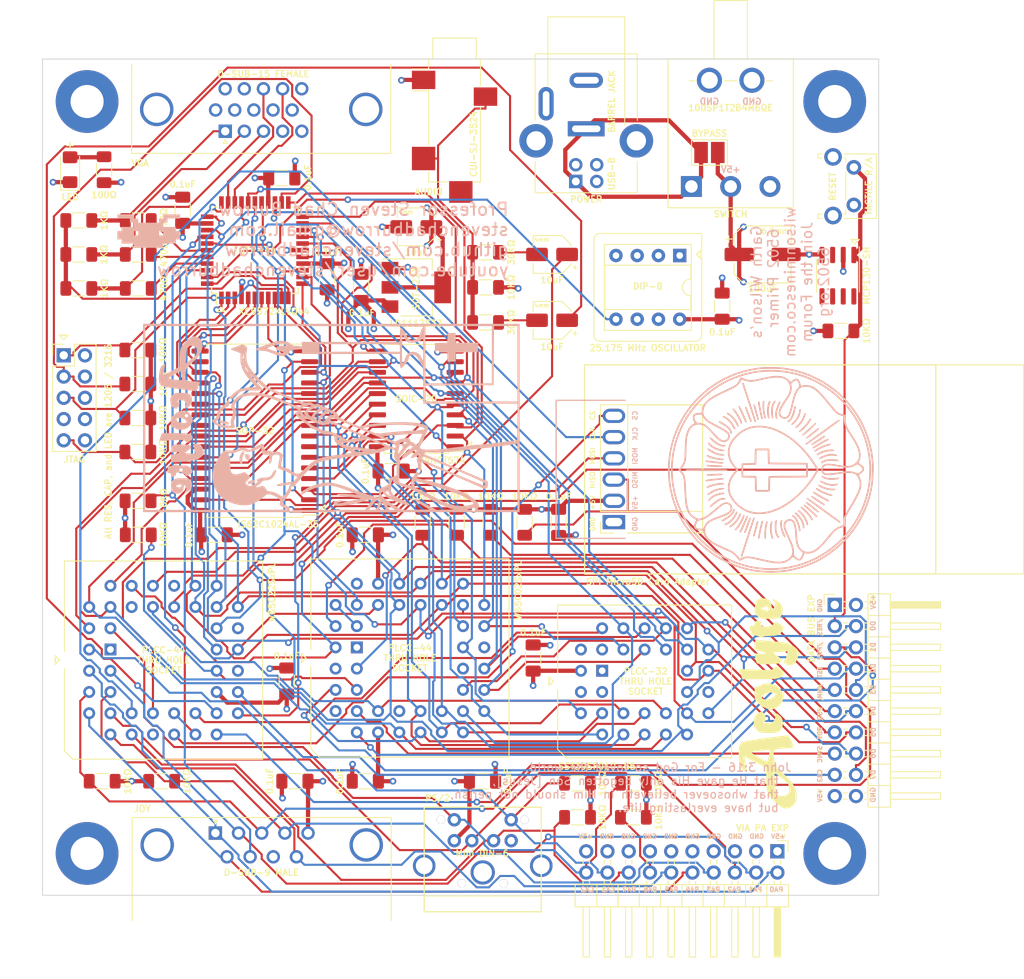
<source format=kicad_pcb>
(kicad_pcb (version 20211014) (generator pcbnew)
  (layers (0 "F.Cu" signal) (1 "In1.Cu" signal) (2 "In2.Cu" signal) (31 "B.Cu" signal) (34 "B.Paste" user) (35 "F.Paste" user) (36 "B.SilkS" user "B.Silkscreen") (37 "F.SilkS" user "F.Silkscreen") (38 "B.Mask" user) (39 "F.Mask" user) (44 "Edge.Cuts" user))
  (net 0 "")
  (net 1 "GND")
  (net 2 "+5V")
  (net 3 "~{SO}")
  (net 4 "SPI-MISO")
  (net 5 "SPI-MOSI")
  (net 6 "~{RES}")
  (net 7 "SPI-CLK")
  (net 8 "RED")
  (net 9 "GREEN")
  (net 10 "BLUE")
  (net 11 "H-SYNC")
  (net 12 "V-SYNC")
  (net 13 "KEY-DATA")
  (net 14 "AUDIO-CH-A")
  (net 15 "AUDIO-NEG-A")
  (net 16 "RDY")
  (net 18 "~{RW}")
  (net 19 "PHI2")
  (net 20 "+3.3V")
  (net 21 "JOY-UP")
  (net 22 "SYNC")
  (net 23 "AUDIO-CH-B")
  (net 24 "~{ROM}")
  (net 25 "AUDIO-NEG-B")
  (net 26 "MOUSE-DATA")
  (net 27 "KEY-CLOCK")
  (net 28 "JOY-DOWN")
  (net 29 "MOUSE-CLOCK")
  (net 30 "~{RAM}")
  (net 31 "~{OE}")
  (net 32 "~{WE}")
  (net 33 "D0")
  (net 34 "AUDIO-OUT")
  (net 35 "D1")
  (net 36 "D2")
  (net 37 "D3")
  (net 38 "D4")
  (net 39 "LAST")
  (net 40 "D5")
  (net 41 "D6")
  (net 42 "CB2")
  (net 43 "SPI-SDCARD")
  (net 44 "POWER-IN")
  (net 45 "D7")
  (net 48 "JTAG-TCK")
  (net 55 "JTAG-TDO")
  (net 56 "JTAG-TMS")
  (net 60 "JTAG-TDI")
  (net 61 "PIX-RED")
  (net 62 "PIX-GREEN")
  (net 63 "~{PHI2}")
  (net 64 "JOY-LEFT")
  (net 65 "BE")
  (net 66 "JOY-RIGHT")
  (net 67 "JOY-BUTTON1")
  (net 68 "JOY-SELECT")
  (net 69 "JOY-BUTTON2")
  (net 70 "~{NMI}")
  (net 71 "PIX-BLUE")
  (net 72 "PIX-INT")
  (net 73 "~{IRQ}")
  (net 74 "LED")
  (net 75 "/A15")
  (net 76 "A16")
  (net 77 "/A0")
  (net 78 "/A1")
  (net 79 "/A2")
  (net 80 "/A3")
  (net 81 "/A4")
  (net 82 "/A5")
  (net 83 "/A6")
  (net 84 "/A7")
  (net 85 "/A8")
  (net 86 "/A9")
  (net 87 "/A10")
  (net 88 "/A11")
  (net 89 "/A12")
  (net 90 "/A13")
  (net 91 "/A14")
  (net 92 "ROM-BANK")
  (net 93 "LATCH")
  (net 94 "RAM-BANK")
  (net 95 "~{VIA}")
  (net 96 "MCLK")
  (footprint "CustomLibrary:PS2_Din6" (layer "F.Cu") (at 93.2865 126.202 180)
    (fp_text reference "J2" hide)
    (fp_text value "Mini-DIN-6" hide)
  )
  (footprint "Package_LCC:PLCC-44_THT-Socket" (layer "F.Cu") (at 78.232 100.838 90)
    (fp_text reference "U1" hide)
    (fp_text value "W65C02SxPL" hide)
  )
  (footprint "Resistor_SMD:R_1206_3216Metric_Pad1.30x1.75mm_HandSolder" (layer "F.Cu") (at 104.622 117.094 180)
    (fp_text reference "R23" hide)
    (fp_text value "R_US" hide)
  )
  (footprint "Resistor_SMD:R_1206_3216Metric_Pad1.30x1.75mm_HandSolder" (layer "F.Cu") (at 52.096 53.848 180)
    (fp_text reference "R14" hide)
    (fp_text value "R_US" hide)
  )
  (footprint "Capacitor_SMD:CP_Elec_4x5.4" (layer "F.Cu") (at 101.578 53.848 180)
    (fp_text reference "C2" hide)
    (fp_text value "C-Polarized-US" hide)
  )
  (footprint "Capacitor_SMD:C_1206_3216Metric_Pad1.33x1.80mm_HandSolder" (layer "F.Cu") (at 121.92 60.0325 90)
    (fp_text reference "C9" hide)
    (fp_text value "C" hide)
  )
  (footprint "Resistor_SMD:R_1206_3216Metric_Pad1.30x1.75mm_HandSolder" (layer "F.Cu") (at 94.234 85.878 -90)
    (fp_text reference "R4" hide)
    (fp_text value "R_US" hide)
  )
  (footprint "Connector_PinHeader_2.54mm:PinHeader_2x10_P2.54mm_Horizontal" (layer "F.Cu") (at 135.382 95.758)
    (fp_text reference "J7" hide)
    (fp_text value "Conn_02x10_Odd_Even" hide)
  )
  (footprint "Capacitor_SMD:C_1206_3216Metric_Pad1.33x1.80mm_HandSolder" (layer "F.Cu") (at 61.1755 87.376)
    (fp_text reference "C3" hide)
    (fp_text value "C" hide)
  )
  (footprint "Library:DSUB-15-HD_Female_Horizontal_P2.29x2.54mm_VGA" (layer "F.Cu") (at 62.484 39.116 180)
    (fp_text reference "J4" hide)
    (fp_text value "DB15_Female_HighDensity" hide)
  )
  (footprint "Package_SO:SOIC-20W_7.5x12.8mm_P1.27mm" (layer "F.Cu") (at 85.344 71.12 180)
    (fp_text reference "U6" hide)
    (fp_text value "74HCT574" hide)
  )
  (footprint "Resistor_SMD:R_1206_3216Metric_Pad1.30x1.75mm_HandSolder" (layer "F.Cu") (at 104.622 121.158 180)
    (fp_text reference "R24" hide)
    (fp_text value "R_US" hide)
  )
  (footprint "Resistor_SMD:R_1206_3216Metric_Pad1.30x1.75mm_HandSolder" (layer "F.Cu") (at 52.096 57.912 180)
    (fp_text reference "R15" hide)
    (fp_text value "R_US" hide)
  )
  (footprint "CustomLibrary:ScrewHole-4-40" (layer "F.Cu") (at 135.382 125.476)
    (fp_text reference "TP4" hide)
    (fp_text value "TestPoint" hide)
  )
  (footprint "Capacitor_SMD:C_1206_3216Metric_Pad1.33x1.80mm_HandSolder" (layer "F.Cu") (at 78.74 57.785 90)
    (fp_text reference "C13" hide)
    (fp_text value "C" hide)
  )
  (footprint "Resistor_SMD:R_1206_3216Metric_Pad1.30x1.75mm_HandSolder" (layer "F.Cu") (at 52.096 49.784 180)
    (fp_text reference "R13" hide)
    (fp_text value "R_US" hide)
  )
  (footprint "Capacitor_SMD:C_1206_3216Metric_Pad1.33x1.80mm_HandSolder" (layer "F.Cu") (at 69.85 104.8635 90)
    (fp_text reference "C6" hide)
    (fp_text value "C" hide)
  )
  (footprint "Resistor_SMD:R_1206_3216Metric_Pad1.30x1.75mm_HandSolder" (layer "F.Cu") (at 44.984 49.784)
    (fp_text reference "R16" hide)
    (fp_text value "R_US" hide)
  )
  (footprint "Library:Jack_3.5mm_CUI_custom_SJ-3524-SMT_Horizontal" (layer "F.Cu") (at 89.916 36.576)
    (fp_text reference "J3" hide)
    (fp_text value "AudioJack3" hide)
  )
  (footprint "Capacitor_SMD:C_1206_3216Metric_Pad1.33x1.80mm_HandSolder" (layer "F.Cu") (at 70.8275 116.84 180)
    (fp_text reference "C18" hide)
    (fp_text value "C" hide)
  )
  (footprint "Resistor_SMD:R_1206_3216Metric_Pad1.30x1.75mm_HandSolder" (layer "F.Cu") (at 52.07 83.312)
    (fp_text reference "R6" hide)
    (fp_text value "R_US" hide)
  )
  (footprint "Library:Oscillator_DIP-8-custom" (layer "F.Cu") (at 116.84 53.975 180)
    (fp_text reference "X1" hide)
    (fp_text value "CXO_DIP8" hide)
  )
  (footprint "Library:SPDT-100SP1T2B4M6QE" (layer "F.Cu") (at 122.936 45.72 180)
    (fp_text reference "SW1" hide)
    (fp_text value "SW_SPDT" hide)
  )
  (footprint "Connector_PinHeader_2.54mm:PinHeader_2x10_P2.54mm_Horizontal" (layer "F.Cu") (at 128.524 125.222 -90)
    (fp_text reference "J6" hide)
    (fp_text value "Conn_02x10_Odd_Even" hide)
  )
  (footprint "Resistor_SMD:R_1206_3216Metric_Pad1.30x1.75mm_HandSolder" (layer "F.Cu") (at 44.984 57.912)
    (fp_text reference "R21" hide)
    (fp_text value "R_US" hide)
  )
  (footprint "CustomLibrary:ScrewHole-4-40" (layer "F.Cu") (at 135.382 35.56)
    (fp_text reference "TP1" hide)
    (fp_text value "TestPoint" hide)
  )
  (footprint "Resistor_SMD:R_1206_3216Metric_Pad1.30x1.75mm_HandSolder" (layer "F.Cu") (at 52.044 73.406 180)
    (fp_text reference "R11" hide)
    (fp_text value "R_US" hide)
  )
  (footprint "LED_SMD:LED_1206_3216Metric_Pad1.42x1.75mm_HandSolder" (layer "F.Cu") (at 43.942 43.714 90)
    (fp_text reference "D1" hide)
    (fp_text value "LED" hide)
  )
  (footprint "Capacitor_SMD:C_1206_3216Metric_Pad1.33x1.80mm_HandSolder" (layer "F.Cu") (at 57.404 48.564 90)
    (fp_text reference "C11" hide)
    (fp_text value "C" hide)
  )
  (footprint "Resistor_SMD:R_1206_3216Metric_Pad1.30x1.75mm_HandSolder" (layer "F.Cu") (at 52.096 87.376 180)
    (fp_text reference "R22" hide)
    (fp_text value "R_US" hide)
  )
  (footprint "CustomLibrary:ScrewHole-4-40" (layer "F.Cu") (at 45.974 125.476)
    (fp_text reference "TP3" hide)
    (fp_text value "TestPoint" hide)
  )
  (footprint "Resistor_SMD:R_1206_3216Metric_Pad1.30x1.75mm_HandSolder" (layer "F.Cu") (at 52.044 65.278 180)
    (fp_text reference "R10" hide)
    (fp_text value "R_US" hide)
  )
  (footprint "CustomLibrary:ScrewHole-4-40" (layer "F.Cu") (at 45.974 35.56)
    (fp_text reference "TP2" hide)
    (fp_text value "TestPoint" hide)
  )
  (footprint "Connector_PinHeader_2.54mm:PinHeader_2x05_P2.54mm_Vertical" (layer "F.Cu") (at 43.18 65.913)
    (fp_text reference "J9" hide)
    (fp_text value "Conn_02x05_Odd_Even" hide)
  )
  (footprint "Capacitor_SMD:C_1206_3216Metric_Pad1.33x1.80mm_HandSolder" (layer "F.Cu") (at 74.676 56.515 -90)
    (fp_text reference "C10" hide)
    (fp_text value "C" hide)
  )
  (footprint "Resistor_SMD:R_1206_3216Metric_Pad1.30x1.75mm_HandSolder" (layer "F.Cu") (at 54.89 116.84 180)
    (fp_text reference "R26" hide)
    (fp_text value "R_US" hide)
  )
  (footprint "Resistor_SMD:R_1206_3216Metric_Pad1.30x1.75mm_HandSolder" (layer "F.Cu") (at 90.17 85.878 -90)
    (fp_text reference "R5" hide)
    (fp_text value "R_US" hide)
  )
  (footprint "Resistor_SMD:R_1206_3216Metric_Pad1.30x1.75mm_HandSolder" (layer "F.Cu") (at 44.984 53.848)
    (fp_text reference "R17" hide)
    (fp_text value "R_US" hide)
  )
  (footprint "Resistor_SMD:R_1206_3216Metric_Pad1.30x1.75mm_HandSolder" (layer "F.Cu") (at 93.625 53.594)
    (fp_text reference "R2" hide)
    (fp_text value "R-US" hide)
  )
  (footprint "Capacitor_SMD:C_1206_3216Metric_Pad1.33x1.80mm_HandSolder" (layer "F.Cu") (at 79.248 116.84 180)
    (fp_text reference "C8" hide)
    (fp_text value "C" hide)
  )
  (footprint "Resistor_SMD:R_1206_3216Metric_Pad1.30x1.75mm_HandSolder" (layer "F.Cu") (at 93.625 57.785)
    (fp_text reference "R3" hide)
    (fp_text value "R-US" hide)
  )
  (footprint "Resistor_SMD:R_1206_3216Metric_Pad1.30x1.75mm_HandSolder" (layer "F.Cu") (at 52.044 77.47 180)
    (fp_text reference "R12" hide)
    (fp_text value "R_US" hide)
  )
  (footprint "Capacitor_SMD:C_1206_3216Metric_Pad1.33x1.80mm_HandSolder" (layer "F.Cu") (at 79.248 87.376 180)
    (fp_text reference "C17" hide)
    (fp_text value "C" hide)
  )
  (footprint "Resistor_SMD:R_1206_3216Metric_Pad1.30x1.75mm_HandSolder" (layer "F.Cu") (at 48.006 43.714 -90)
    (fp_text reference "R1" hide)
    (fp_text value "R_US" hide)
  )
  (footprint "Library:AcolyteName" (layer "F.Cu") (at 127 106.934 90)
    (fp_text reference "G104" hide)
    (fp_text value "LOGO" hide)
  )
  (footprint "Resistor_SMD:R_1206_3216Metric_Pad1.30x1.75mm_HandSolder" (layer "F.Cu") (at 111.304 121.158)
    (fp_text reference "R19" hide)
    (fp_text value "R_US" hide)
  )
  (footprint "Resistor_SMD:R_1206_3216Metric_Pad1.30x1.75mm_HandSolder" (layer "F.Cu") (at 111.304 117.094)
    (fp_text reference "R20" hide)
    (fp_text value "R_US" hide)
  )
  (footprint "Resistor_SMD:R_1206_3216Metric_Pad1.30x1.75mm_HandSolder" (layer "F.Cu") (at 93.625 61.976)
    (fp_text reference "R8" hide)
    (fp_text value "R-US" hide)
  )
  (footprint "Resistor_SMD:R_1206_3216Metric_Pad1.30x1.75mm_HandSolder" (layer "F.Cu") (at 52.044 69.342 180)
    (fp_text reference "R9" hide)
    (fp_text value "R_US" hide)
  )
  (footprint "Resistor_SMD:R_1206_3216Metric_Pad1.30x1.75mm_HandSolder" (layer "F.Cu") (at 47.778 116.84)
    (fp_text reference "R27" hide)
    (fp_text value "R_US" hide)
  )
  (footprint "Capacitor_SMD:C_1206_3216Metric_Pad1.33x1.80mm_HandSolder" (layer "F.Cu") (at 82.3345 79.756)
    (fp_text reference "C7" hide)
    (fp_text value "C" hide)
  )
  (footprint "Resistor_SMD:R_1206_3216Metric_Pad1.30x1.75mm_HandSolder" (layer "F.Cu") (at 136.118 62.992)
    (fp_text reference "R18" hide)
    (fp_text value "R_US" hide)
  )
  (footprint "Button_Switch_THT:SW_Tactile_SPST_Angled_PTS645Vx83-2LFS" (layer "F.Cu") (at 137.668 43.434 -90)
    (fp_text reference "SW2" hide)
    (fp_text value "SW_Push" hide)
  )
  (footprint "Capacitor_SMD:C_1206_3216Metric_Pad1.33x1.80mm_HandSolder" (layer "F.Cu") (at 102.362 85.8905 -90)
    (fp_text reference "C14" hide)
    (fp_text value "C" hide)
  )
  (footprint "Package_TO_SOT_SMD:SOT-223-3_TabPin2" (layer "F.Cu") (at 85.344 57.785)
    (fp_text reference "U4" hide)
    (fp_text value "LD1117S33" hide)
  )
  (footprint "Library:DSUB-9-custom_Male_Horizontal_P2.77x2.84mm_EdgePinOffset7.70mm_Housed_MountingHolesOffset9.12mm" (layer "F.Cu") (at 61.316 123.04)
    (fp_text reference "J8" hide)
    (fp_text value "DB9_Male" hide)
  )
  (footprint "Package_QFP:TQFP-44_10x10mm_P0.8mm" (layer "F.Cu") (at 66.04 53.34 90)
    (fp_text reference "U5" hide)
    (fp_text value "XC9572XLVQ44" hide)
  )
  (footprint "Package_LCC:PLCC-44_THT-Socket" (layer "F.Cu") (at 48.768 101.092 90)
    (fp_text reference "U7" hide)
    (fp_text value "W65C22SxPL" hide)
  )
  (footprint "Resistor_SMD:R_1206_3216Metric_Pad1.30x1.75mm_HandSolder" (layer "F.Cu") (at 86.106 85.878 90)
    (fp_text reference "R7" hide)
    (fp_text value "R_US" hide)
  )
  (footprint "Library:SolderJumper_Testing-2_P1.3mm_Open_Pad1.0x1.5mm" (layer "F.Cu") (at 120.396 41.656)
    (fp_text reference "JP2" hide)
    (fp_text value "SolderJumper_2_Open" hide)
  )
  (footprint "Package_LCC:PLCC-32_THT-Socket" (layer "F.Cu") (at 107.569 103.632 90)
    (fp_text reference "U3" hide)
    (fp_text value "SST39SF010-55" hide)
  )
  (footprint "Resistor_SMD:R_1206_3216Metric_Pad1.30x1.75mm_HandSolder" (layer "F.Cu") (at 98.298 85.878 90)
    (fp_text reference "R25" hide)
    (fp_text value "R_US" hide)
  )
  (footprint "Library:DualPowerSupply" (layer "F.Cu") (at 104.414 45.12 90)
    (fp_text reference "J1" hide)
    (fp_text value "USB_B" hide)
  )
  (footprint "Capacitor_SMD:CP_Elec_6.3x5.4" (layer "F.Cu") (at 126.752 53.848)
    (fp_text reference "C1" hide)
    (fp_text value "C_Polarized_US" hide)
  )
  (footprint "Library:SDcardPinSocket-Plus" (layer "F.Cu") (at 108.966 85.852 180)
    (fp_text reference "J5" hide)
    (fp_text value "Conn-01x06" hide)
  )
  (footprint "Capacitor_SMD:CP_Elec_4x5.4" (layer "F.Cu") (at 101.578 61.722 180)
    (fp_text reference "C16" hide)
    (fp_text value "C-Polarized-US" hide)
  )
  (footprint "Capacitor_SMD:C_1206_3216Metric_Pad1.33x1.80mm_HandSolder" (layer "F.Cu") (at 69.2535 44.704)
    (fp_text reference "C12" hide)
    (fp_text value "C" hide)
  )
  (footprint "Package_SO:SOIC-8_3.9x4.9mm_P1.27mm" (layer "F.Cu") (at 135.763 56.388 -90)
    (fp_text reference "U8" hide)
    (fp_text value "MCP130-xxxxSN" hide)
  )
  (footprint "Capacitor_SMD:C_1206_3216Metric_Pad1.33x1.80mm_HandSolder" (layer "F.Cu") (at 93.2565 116.84)
    (fp_text reference "C4" hide)
    (fp_text value "C" hide)
  )
  (footprint "Capacitor_SMD:CP_Elec_4x5.4" (layer "F.Cu") (at 85.344 50.546 180)
    (fp_text reference "C15" hide)
    (fp_text value "C_Polarized_US" hide)
  )
  (footprint "Package_SO:SSOP-32_11.305x20.495mm_P1.27mm" (layer "F.Cu") (at 66.04 74.93 180)
    (fp_text reference "U2" hide)
    (fp_text value "IS62C1024AL-35" hide)
  )
  (footprint "Capacitor_SMD:C_1206_3216Metric_Pad1.33x1.80mm_HandSolder" (layer "F.Cu") (at 99.314 102.108 90)
    (fp_text reference "C5" hide)
    (fp_text value "C" hide)
  )
  (footprint "Library:LutheranRosePD" (layer "B.Cu") (at 127.762 79.502 -90)
    (fp_text reference "G103" hide)
    (fp_text value "LOGO" hide)
  )
  (footprint "Library:Mystery" (layer "B.Cu") (at 53.34 51.054 180)
    (fp_text reference "G102" hide)
    (fp_text value "LOGO" hide)
  )
  (footprint "Library:AcolyteLogoSmall" (layer "B.Cu") (at 75.184 73.406 -90)
    (fp_text reference "G101" hide)
    (fp_text value "LOGO" hide)
  )
  (gr_line (start 119.38 54.356) (end 119.38 53.34) (layer "F.SilkS") (width 0.15))
  (gr_line (start 137.287 52.07) (end 137.795 52.578) (layer "F.SilkS") (width 0.15))
  (gr_line (start 74.422 83.82) (end 73.914 84.328) (layer "F.SilkS") (width 0.15))
  (gr_line (start 71.628 102.616) (end 72.136 102.108) (layer "F.SilkS") (width 0.15))
  (gr_line (start 42.164 101.854) (end 42.164 102.87) (layer "F.SilkS") (width 0.15))
  (gr_line (start 101.727 104.902) (end 101.219 104.394) (layer "F.SilkS") (width 0.15))
  (gr_line (start 61.976 60.1595) (end 61.468 60.6675) (layer "F.SilkS") (width 0.15))
  (gr_line (start 61.468 60.6675) (end 62.484 60.6675) (layer "F.SilkS") (width 0.15))
  (gr_line (start 43.688 63.5) (end 42.672 63.5) (layer "F.SilkS") (width 0.15))
  (gr_line (start 101.219 104.394) (end 101.219 105.41) (layer "F.SilkS") (width 0.15))
  (gr_line (start 42.164 102.87) (end 42.672 102.362) (layer "F.SilkS") (width 0.15))
  (gr_line (start 73.914 84.328) (end 74.422 84.836) (layer "F.SilkS") (width 0.15))
  (gr_line (start 91.44 76.708) (end 91.948 77.216) (layer "F.SilkS") (width 0.15))
  (gr_line (start 118.872 53.848) (end 119.38 54.356) (layer "F.SilkS") (width 0.15))
  (gr_line (start 72.136 102.108) (end 71.628 101.6) (layer "F.SilkS") (width 0.15))
  (gr_line (start 138.303 52.07) (end 137.287 52.07) (layer "F.SilkS") (width 0.15))
  (gr_line (start 101.219 105.41) (end 101.727 104.902) (layer "F.SilkS") (width 0.15))
  (gr_line (start 62.484 60.6675) (end 61.976 60.1595) (layer "F.SilkS") (width 0.15))
  (gr_line (start 43.18 64.008) (end 43.688 63.5) (layer "F.SilkS") (width 0.15))
  (gr_line (start 74.422 84.836) (end 74.422 83.82) (layer "F.SilkS") (width 0.15))
  (gr_line (start 42.672 63.5) (end 43.18 64.008) (layer "F.SilkS") (width 0.15))
  (gr_line (start 42.672 102.362) (end 42.164 101.854) (layer "F.SilkS") (width 0.15))
  (gr_line (start 119.38 53.34) (end 118.872 53.848) (layer "F.SilkS") (width 0.15))
  (gr_line (start 91.948 77.216) (end 91.948 76.2) (layer "F.SilkS") (width 0.15))
  (gr_line (start 137.795 52.578) (end 138.303 52.07) (layer "F.SilkS") (width 0.15))
  (gr_line (start 91.948 76.2) (end 91.44 76.708) (layer "F.SilkS") (width 0.15))
  (gr_line (start 71.628 101.6) (end 71.628 102.616) (layer "F.SilkS") (width 0.15))
  (gr_line (start 40.64 30.48) (end 40.64 130.48) (layer "Edge.Cuts") (width 0.1))
  (gr_line (start 40.64 130.48) (end 140.64 130.48) (layer "Edge.Cuts") (width 0.1))
  (gr_line (start 140.64 130.48) (end 140.64 30.48) (layer "Edge.Cuts") (width 0.1))
  (gr_line (start 140.64 30.48) (end 40.64 30.48) (layer "Edge.Cuts") (width 0.1))
  (gr_text "+5V" (at 122.936 43.688) (layer "B.SilkS") (effects (font (size 0.75 0.75)) (justify mirror)))
  (gr_text "PA0  PA1  PA2  PA3  PA4  PA5  PA6  PA7  CA1  CA2" (at 117.094 129.794) (layer "B.SilkS") (effects (font (size 0.58 0.58) (thickness 0.1125)) (justify mirror)))
  (gr_text "Garth Wilson's\n6502 Primer \nwilsonminesco.com\nJoin the Forum\n6502.org" (at 130.048 57.15 90) (layer "B.SilkS") (effects (font (size 1.25 1.25) (thickness 0.175)) (justify mirror)))
  (gr_text "GND" (at 120.396 35.56) (layer "B.SilkS") (effects (font (size 0.75 0.75)) (justify mirror)))
  (gr_text "CS  CLK  MOSI  MISO  +5V  GND" (at 111.506 79.756 90) (layer "B.SilkS") (effects (font (size 0.56 0.56) (thickness 0.1125)) (justify mirror)))
  (gr_text "+5V   D0   D1   D2   D3   D4   D5   D6   D7  GND" (at 139.954 106.934 90) (layer "B.SilkS") (effects (font (size 0.6 0.6) (thickness 0.1125)) (justify mirror)))
  (gr_text "+5V  GND  GND  GND  GND  GND  GND  GND  GND  +5V" (at 117.094 123.444) (layer "B.SilkS") (effects (font (size 0.56 0.56) (thickness 0.1125)) (justify mirror)))
  (gr_text "GND  /RES  /PH2  LST  /NMI  /SO  RDY  SYNC  CB2  +5V" (at 133.604 107.188 90) (layer "B.SilkS") (effects (font (size 0.52 0.52) (thickness 0.1125)) (justify mirror)))
  (gr_text "GND" (at 125.476 35.56) (layer "B.SilkS") (effects (font (size 0.75 0.75)) (justify mirror)))
  (gr_text "Professor Steven Chad Burrow\nstevenchadburrow@gmail.com\ngithub.com/stevenchadburrow\nyoutube.com/user/stevenchadburrow" (at 96.52 52.07) (layer "B.SilkS") (effects (font (size 1.5 1.5) (thickness 0.225)) (justify left mirror)))
  (gr_text "John 3:16 - For God so loved the world, \n  that He gave His only begotten Son [Jesus], \n  that whosoever believeth in Him should not perish, \n  but have everlasting life." (at 130.302 117.602) (layer "B.SilkS") (effects (font (size 1 1)) (justify left mirror)))
  (gr_text "DIP-8" (at 113.03 57.658) (layer "F.SilkS") (effects (font (size 0.75 0.75))))
  (gr_text "6.3mm" (at 128.27 51.054) (layer "F.SilkS") (effects (font (size 0.65 0.65) (thickness 0.125))))
  (gr_text "BARREL JACK" (at 108.712 35.56 90) (layer "F.SilkS") (effects (font (size 0.75 0.75))))
  (gr_text "D-SUB-9 MALE" (at 66.802 127.762) (layer "F.SilkS") (effects (font (size 0.75 0.75))))
  (gr_text "+5V  GND  GND  GND  GND  GND  GND  GND  GND  +5V" (at 117.094 123.444) (layer "F.SilkS") (effects (font (size 0.56 0.56) (thickness 0.1125))))
  (gr_text "4mm" (at 84.074 48.768) (layer "F.SilkS") (effects (font (size 0.5 0.5) (thickness 0.1))))
  (gr_text "CA2  CA1  PA7  PA6  PA5  PA4  PA3  PA2  PA1  PA0" (at 117.094 129.794) (layer "F.SilkS") (effects (font (size 0.58 0.58) (thickness 0.1125))))
  (gr_text "GND  D7   D6   D5   D4   D3   D2   D1   D0   +5V" (at 139.954 106.934 -270) (layer "F.SilkS") (effects (font (size 0.6 0.6) (thickness 0.1125))))
  (gr_text "SOIC-20" (at 85.344 71.12) (layer "F.SilkS") (effects (font (size 0.75 0.75))))
  (gr_text "TACTILE R/A" (at 139.446 45.72 90) (layer "F.SilkS") (effects (font (size 0.75 0.75))))
  (gr_text "PLCC-32\nTHRU HOLE\nSOCKET" (at 112.776 104.902) (layer "F.SilkS") (effects (font (size 0.75 0.75))))
  (gr_text "PLCC-44\nTHRU HOLE\nSOCKET" (at 55.118 102.362) (layer "F.SilkS") (effects (font (size 0.75 0.75))))
  (gr_text "4mm" (at 100.33 52.07) (layer "F.SilkS") (effects (font (size 0.5 0.5) (thickness 0.1))))
  (gr_text "PLCC-44\nTHRU HOLE\nSOCKET" (at 84.582 102.108) (layer "F.SilkS") (effects (font (size 0.75 0.75))))
  (gr_text "+5V  CB2  SYNC  RDY  /SO  /NMI  LST  /PH2  /RES  GND" (at 133.604 107.188 90) (layer "F.SilkS") (effects (font (size 0.52 0.52) (thickness 0.1125))))
  (gr_text "SOT-223" (at 85.344 57.912 90) (layer "F.SilkS") (effects (font (size 0.75 0.75))))
  (gr_text "4mm" (at 100.33 59.944) (layer "F.SilkS") (effects (font (size 0.5 0.5) (thickness 0.1))))
  (gr_text "TQFP-44" (at 66.04 53.34) (layer "F.SilkS") (effects (font (size 0.75 0.75))))
  (gr_text "Mini DIN-6" (at 93.218 125.476) (layer "F.SilkS") (effects (font (size 0.75 0.75))))
  (gr_text "USB-B" (at 108.712 44.196 90) (layer "F.SilkS") (effects (font (size 0.75 0.75))))
  (gr_text "100SP1T2B4M6QE" (at 122.936 36.322) (layer "F.SilkS") (effects (font (size 0.75 0.75))))
  (gr_text "D-SUB-15 FEMALE" (at 67.056 32.258) (layer "F.SilkS") (effects (font (size 0.75 0.75))))
  (gr_text "GND  +5V  MISO  MOSI  CLK  CS" (at 106.426 79.756 -270) (layer "F.SilkS") (effects (font (size 0.56 0.56) (thickness 0.1125))))
  (gr_text "All RES, CAP, and LED are 1206 / 3216" (at 48.514 76.2 90) (layer "F.SilkS") (effects (font (size 0.75 0.75))))
  (gr_text "SOP-32" (at 66.04 74.93) (layer "F.SilkS") (effects (font (size 0.75 0.75))))
  (segment (start 84.328 55.372) (end 84.215 55.485) (width 0.508) (layer "F.Cu") (net 1))
  (segment (start 83.544 50.546) (end 81.28 50.546) (width 0.508) (layer "F.Cu") (net 1))
  (segment (start 94.819 114.885) (end 94.819 116.84) (width 0.508) (layer "F.Cu") (net 1))
  (segment (start 87.884 65.532) (end 88.011 65.405) (width 0.508) (layer "F.Cu") (net 1))
  (segment (start 69.342 118.872) (end 69.265 118.795) (width 0.508) (layer "F.Cu") (net 1))
  (segment (start 77.724 114.808) (end 77.6855 114.846) (width 0.508) (layer "F.Cu") (net 1))
  (segment (start 67.818 103.378) (end 67.895 103.301) (width 0.508) (layer "F.Cu") (net 1))
  (segment (start 94.742 114.808) (end 94.819 114.885) (width 0.508) (layer "F.Cu") (net 1))
  (segment (start 68.326 49.53) (end 68.44 49.416) (width 0.508) (layer "F.Cu") (net 1))
  (segment (start 104.317 87.453) (end 102.362 87.453) (width 0.508) (layer "F.Cu") (net 1))
  (segment (start 62.738 87.376) (end 64.516 87.376) (width 0.508) (layer "F.Cu") (net 1))
  (segment (start 133.793 53.848) (end 133.858 53.913) (width 0.508) (layer "F.Cu") (net 1))
  (segment (start 68.44 49.416) (end 68.44 47.64) (width 0.508) (layer "F.Cu") (net 1))
  (segment (start 99.3145 100.546) (end 99.314 100.5455) (width 0.25) (layer "F.Cu") (net 1))
  (segment (start 64.44 57.226) (end 64.44 59.04) (width 0.508) (layer "F.Cu") (net 1))
  (segment (start 55.3835 47.0015) (end 57.404 47.0015) (width 0.508) (layer "F.Cu") (net 1))
  (segment (start 132.334 53.848) (end 133.793 53.848) (width 0.508) (layer "F.Cu") (net 1))
  (segment (start 70.816 42.722) (end 70.816 44.704) (width 0.508) (layer "F.Cu") (net 1))
  (segment (start 99.3145 100.546) (end 99.314 100.546) (width 0.508) (layer "F.Cu") (net 1))
  (segment (start 70.485 65.405) (end 72.59 65.405) (width 0.508) (layer "F.Cu") (net 1))
  (segment (start 77.724 89.408) (end 77.6855 89.3695) (width 0.508) (layer "F.Cu") (net 1))
  (segment (start 69.265 118.795) (end 69.265 116.84) (width 0.508) (layer "F.Cu") (net 1))
  (segment (start 121.92 58.47) (end 121.92 56.642) (width 0.508) (layer "F.Cu") (net 1))
  (segment (start 83.897 79.756) (end 85.598 79.756) (width 0.508) (layer "F.Cu") (net 1))
  (segment (start 97.536 57.912) (end 97.409 57.785) (width 0.508) (layer "F.Cu") (net 1))
  (segment (start 104.394 87.376) (end 104.317 87.453) (width 0.508) (layer "F.Cu") (net 1))
  (segment (start 70.866 42.672) (end 70.816 42.722) (width 0.508) (layer "F.Cu") (net 1))
  (segment (start 64.516 57.15) (end 64.44 57.226) (width 0.508) (layer "F.Cu") (net 1))
  (segment (start 97.409 57.785) (end 95.175 57.785) (width 0.508) (layer "F.Cu") (net 1))
  (segment (start 101.308 100.546) (end 99.3145 100.546) (width 0.508) (layer "F.Cu") (net 1))
  (segment (start 71.74 53.34) (end 69.85 53.34) (width 0.508) (layer "F.Cu") (net 1))
  (segment (start 83.61 32.976) (end 86.216 32.976) (width 0.508) (layer "F.Cu") (net 1))
  (segment (start 70.358 65.532) (end 70.485 65.405) (width 0.508) (layer "F.Cu") (net 1))
  (segment (start 83.566 33.02) (end 83.61 32.976) (width 0.508) (layer "F.Cu") (net 1))
  (segment (start 78.74 56.2225) (end 78.74 54.61) (width 0.508) (layer "F.Cu") (net 1))
  (segment (start 74.676 58.0775) (end 74.676 59.69) (width 0.508) (layer "F.Cu") (net 1))
  (segment (start 84.215 55.485) (end 82.194 55.485) (width 0.508) (layer "F.Cu") (net 1))
  (segment (start 55.372 46.99) (end 55.3835 47.0015) (width 0.508) (layer "F.Cu") (net 1))
  (segment (start 88.011 65.405) (end 89.994 65.405) (width 0.508) (layer "F.Cu") (net 1))
  (segment (start 129.552 53.848) (end 132.334 53.848) (width 0.508) (layer "F.Cu") (net 1))
  (segment (start 77.6855 114.846) (end 77.6855 116.84) (width 0.508) (layer "F.Cu") (net 1))
  (segment (start 77.6855 89.3695) (end 77.6855 87.376) (width 0.508) (layer "F.Cu") (net 1))
  (segment (start 101.346 100.584) (end 101.308 100.546) (width 0.508) (layer "F.Cu") (net 1))
  (segment (start 41.91 45.212) (end 41.9205 45.2015) (width 0.508) (layer "F.Cu") (net 1))
  (segment (start 41.9205 45.2015) (end 43.942 45.2015) (width 0.508) (layer "F.Cu") (net 1))
  (segment (start 67.895 103.301) (end 69.85 103.301) (width 0.508) (layer "F.Cu") (net 1))
  (via (at 87.884 65.532) (size 0.8) (drill 0.4) (layers "F.Cu" "B.Cu") (net 1))
  (via (at 67.818 103.378) (size 0.8) (drill 0.4) (layers "F.Cu" "B.Cu") (net 1))
  (via (at 85.598 79.756) (size 0.8) (drill 0.4) (layers "F.Cu" "B.Cu") (net 1))
  (via (at 74.676 59.69) (size 0.8) (drill 0.4) (layers "F.Cu" "B.Cu") (net 1))
  (via (at 83.566 33.02) (size 0.8) (drill 0.4) (layers "F.Cu" "B.Cu") (net 1))
  (via (at 69.85 53.34) (size 0.8) (drill 0.4) (layers "F.Cu" "B.Cu") (net 1))
  (via (at 64.516 57.15) (size 0.8) (drill 0.4) (layers "F.Cu" "B.Cu") (net 1))
  (via (at 77.724 114.808) (size 0.8) (drill 0.4) (layers "F.Cu" "B.Cu") (net 1))
  (via (at 70.866 42.672) (size 0.8) (drill 0.4) (layers "F.Cu" "B.Cu") (net 1))
  (via (at 69.342 118.872) (size 0.8) (drill 0.4) (layers "F.Cu" "B.Cu") (net 1))
  (via (at 132.334 53.848) (size 0.8) (drill 0.4) (layers "F.Cu" "B.Cu") (net 1))
  (via (at 121.92 56.642) (size 0.8) (drill 0.4) (layers "F.Cu" "B.Cu") (net 1))
  (via (at 77.724 89.408) (size 0.8) (drill 0.4) (layers "F.Cu" "B.Cu") (net 1))
  (via (at 68.326 49.53) (size 0.8) (drill 0.4) (layers "F.Cu" "B.Cu") (net 1))
  (via (at 41.91 45.212) (size 0.8) (drill 0.4) (layers "F.Cu" "B.Cu") (net 1))
  (via (at 78.74 54.61) (size 0.8) (drill 0.4) (layers "F.Cu" "B.Cu") (net 1))
  (via (at 97.536 57.912) (size 0.8) (drill 0.4) (layers "F.Cu" "B.Cu") (net 1))
  (via (at 94.742 114.808) (size 0.8) (drill 0.4) (layers "F.Cu" "B.Cu") (net 1))
  (via (at 64.516 87.376) (size 0.8) (drill 0.4) (layers "F.Cu" "B.Cu") (net 1))
  (via (at 55.372 46.99) (size 0.8) (drill 0.4) (layers "F.Cu" "B.Cu") (net 1))
  (via (at 81.28 50.546) (size 0.8) (drill 0.4) (layers "F.Cu" "B.Cu") (net 1))
  (via (at 101.346 100.584) (size 0.8) (drill 0.4) (layers "F.Cu" "B.Cu") (net 1))
  (via (at 84.328 55.372) (size 0.8) (drill 0.4) (layers "F.Cu" "B.Cu") (net 1))
  (via (at 70.358 65.532) (size 0.8) (drill 0.4) (layers "F.Cu" "B.Cu") (net 1))
  (via (at 104.394 87.376) (size 0.8) (drill 0.4) (layers "F.Cu" "B.Cu") (net 1))
  (segment (start 80.694 76.835) (end 80.694 79.678) (width 0.508) (layer "F.Cu") (net 2))
  (segment (start 121.396 44.18) (end 122.936 45.72) (width 0.508) (layer "F.Cu") (net 2))
  (segment (start 51.308 116.84) (end 53.34 116.84) (width 0.508) (layer "F.Cu") (net 2))
  (segment (start 123.952 53.848) (end 123.952 56.63) (width 0.508) (layer "F.Cu") (net 2))
  (segment (start 68.834 107.442) (end 69.85 106.426) (width 0.508) (layer "F.Cu") (net 2))
  (segment (start 80.8105 116.84) (end 82.55 116.84) (width 0.508) (layer "F.Cu") (net 2))
  (segment (start 81.4565 59.3475) (end 82.194 60.085) (width 0.508) (layer "F.Cu") (net 2))
  (segment (start 112.854 119.048) (end 112.854 121.158) (width 0.508) (layer "F.Cu") (net 2))
  (segment (start 80.772 116.802) (end 80.8105 116.84) (width 0.508) (layer "F.Cu") (net 2))
  (segment (start 77.216 60.8715) (end 77.216 62.738) (width 0.508) (layer "F.Cu") (net 2))
  (segment (start 72.396 123.04) (end 72.396 116.846) (width 0.508) (layer "F.Cu") (net 2))
  (segment (start 123.952 56.63) (end 124.472 57.15) (width 0.508) (layer "F.Cu") (net 2))
  (segment (start 50.52 87.35) (end 50.546 87.376) (width 0.508) (layer "F.Cu") (net 2))
  (segment (start 136.398 53.913) (end 136.398 55.88) (width 0.508) (layer "F.Cu") (net 2))
  (segment (start 62.738 107.442) (end 68.834 107.442) (width 0.508) (layer "F.Cu") (net 2))
  (segment (start 80.772 110.998) (end 80.772 116.802) (width 0.508) (layer "F.Cu") (net 2))
  (segment (start 106.172 119.126) (end 106.172 121.158) (width 0.508) (layer "F.Cu") (net 2))
  (segment (start 78.74 59.3475) (end 80.264 60.8715) (width 0.508) (layer "F.Cu") (net 2))
  (segment (start 94.234 84.328) (end 92.202 84.328) (width 0.508) (layer "F.Cu") (net 2))
  (segment (start 72.39 116.84) (end 74.168 116.84) (width 0.508) (layer "F.Cu") (net 2))
  (segment (start 105.029 103.632) (end 99.3525 103.632) (width 0.508) (layer "F.Cu") (net 2))
  (segment (start 58.8808 84.455) (end 58.011 83.5852) (width 0.508) (layer "F.Cu") (net 2))
  (segment (start 50.52 83.312) (end 50.52 85.37) (width 0.508) (layer "F.Cu") (net 2))
  (segment (start 69.85 106.426) (end 69.85 108.204) (width 0.508) (layer "F.Cu") (net 2))
  (segment (start 80.694 79.678) (end 80.772 79.756) (width 0.508) (layer "F.Cu") (net 2))
  (segment (start 80.772 87.4145) (end 80.8105 87.376) (width 0.508) (layer "F.Cu") (net 2))
  (segment (start 59.613 89.331) (end 59.613 87.376) (width 0.508) (layer "F.Cu") (net 2))
  (segment (start 50.52 85.37) (end 50.52 87.35) (width 0.508) (layer "F.Cu") (net 2))
  (segment (start 134.568 62.992) (end 132.842 62.992) (width 0.508) (layer "F.Cu") (net 2))
  (segment (start 78.74 59.3475) (end 81.4565 59.3475) (width 0.508) (layer "F.Cu") (net 2))
  (segment (start 92.202 84.328) (end 90.17 84.328) (width 0.508) (layer "F.Cu") (net 2))
  (segment (start 80.772 93.218) (end 80.772 87.4145) (width 0.508) (layer "F.Cu") (net 2))
  (segment (start 112.854 117.094) (end 112.854 119.048) (width 0.508) (layer "F.Cu") (net 2))
  (segment (start 123.952 53.848) (end 123.952 51.066) (width 0.508) (layer "F.Cu") (net 2))
  (segment (start 59.49 84.455) (end 59.49 87.253) (width 0.508) (layer "F.Cu") (net 2))
  (segment (start 91.694 116.84) (end 89.916 116.84) (width 0.508) (layer "F.Cu") (net 2))
  (segment (start 80.772 79.756) (end 80.772 81.788) (width 0.508) (layer "F.Cu") (net 2))
  (segment (start 90.17 84.328) (end 86.106 84.328) (width 0.508) (layer "F.Cu") (net 2))
  (segment (start 102.362 84.328) (end 100.33 84.328) (width 0.508) (layer "F.Cu") (net 2))
  (segment (start 49.328 116.84) (end 51.308 116.84) (width 0.508) (layer "F.Cu") (net 2))
  (segment (start 122.936 45.72) (end 122.936 52.832) (width 0.508) (layer "F.Cu") (net 2))
  (segment (start 100.33 84.328) (end 98.298 84.328) (width 0.508) (layer "F.Cu") (net 2))
  (segment (start 89.8865 123.952) (end 91.694 122.144) (width 0.508) (layer "F.Cu") (net 2))
  (segment (start 80.264 60.8715) (end 80.264 62.738) (width 0.508) (layer "F.Cu") (net 2))
  (segment (start 122.936 52.832) (end 123.952 53.848) (width 0.508) (layer "F.Cu") (net 2))
  (segment (start 123.825 61.595) (end 121.92 61.595) (width 0.508) (layer "F.Cu") (net 2))
  (segment (start 59.49 87.253) (end 59.613 87.376) (width 0.508) (layer "F.Cu") (net 2))
  (segment (start 99.3525 103.632) (end 99.314 103.67) (width 0.508) (layer "F.Cu") (net 2))
  (segment (start 91.694 122.144) (end 91.694 116.84) (width 0.508) (layer "F.Cu") (net 2))
  (segment (start 99.314 103.6705) (end 99.314 105.41) (width 0.508) (layer "F.Cu") (net 2))
  (segment (start 59.69 89.408) (end 59.613 89.331) (width 0.508) (layer "F.Cu") (net 2))
  (segment (start 99.314 103.67) (end 99.314 103.6705) (width 0.508) (layer "F.Cu") (net 2))
  (segment (start 70.485 84.455) (end 72.59 84.455) (width 0.508) (layer "F.Cu") (net 2))
  (segment (start 121.92 61.595) (end 116.84 61.595) (width 0.508) (layer "F.Cu") (net 2))
  (segment (start 121.396 41.656) (end 121.396 44.18) (width 0.508) (layer "F.Cu") (net 2))
  (segment (start 108.966 83.312) (end 103.378 83.312) (width 0.508) (layer "F.Cu") (net 2))
  (segment (start 123.952 61.722) (end 123.825 61.595) (width 0.508) (layer "F.Cu") (net 2))
  (segment (start 61.468 106.172) (end 62.738 107.442) (width 0.508) (layer "F.Cu") (net 2))
  (segment (start 98.298 84.328) (end 94.234 84.328) (width 0.508) (layer "F.Cu") (net 2))
  (segment (start 123.952 51.066) (end 124.472 50.546) (width 0.508) (layer "F.Cu") (net 2))
  (segment (start 103.378 83.312) (end 102.362 84.328) (width 0.508) (layer "F.Cu") (net 2))
  (segment (start 72.396 116.846) (end 72.39 116.84) (width 0.508) (layer "F.Cu") (net 2))
  (segment (start 58.8808 81.915) (end 59.49 81.915) (width 0.508) (layer "F.Cu") (net 2))
  (segment (start 58.011 83.5852) (end 58.011 82.7848) (width 0.508) (layer "F.Cu") (net 2))
  (segment (start 80.8105 87.376) (end 82.55 87.376) (width 0.508) (layer "F.Cu") (net 2))
  (segment (start 78.74 59.3475) (end 77.216 60.8715) (width 0.508) (layer "F.Cu") (net 2))
  (segment (start 59.49 84.455) (end 58.8808 84.455) (width 0.508) (layer "F.Cu") (net 2))
  (segment (start 58.011 82.7848) (end 58.8808 81.915) (width 0.508) (layer "F.Cu") (net 2))
  (segment (start 106.172 117.094) (end 106.172 119.126) (width 0.508) (layer "F.Cu") (net 2))
  (segment (start 70.358 84.328) (end 70.485 84.455) (width 0.508) (layer "F.Cu") (net 2))
  (via (at 92.202 84.328) (size 0.8) (drill 0.4) (layers "F.Cu" "B.Cu") (net 2))
  (via (at 80.264 62.738) (size 0.8) (drill 0.4) (layers "F.Cu" "B.Cu") (net 2))
  (via (at 70.358 84.328) (size 0.8) (drill 0.4) (layers "F.Cu" "B.Cu") (net 2))
  (via (at 77.216 62.738) (size 0.8) (drill 0.4) (layers "F.Cu" "B.Cu") (net 2))
  (via (at 82.55 116.84) (size 0.8) (drill 0.4) (layers "F.Cu" "B.Cu") (net 2))
  (via (at 136.398 55.88) (size 0.8) (drill 0.4) (layers "F.Cu" "B.Cu") (net 2))
  (via (at 82.55 87.376) (size 0.8) (drill 0.4) (layers "F.Cu" "B.Cu") (net 2))
  (via (at 59.69 89.408) (size 0.8) (drill 0.4) (layers "F.Cu" "B.Cu") (net 2))
  (via (at 80.772 81.788) (size 0.8) (drill 0.4) (layers "F.Cu" "B.Cu") (net 2))
  (via (at 51.308 116.84) (size 0.8) (drill 0.4) (layers "F.Cu" "B.Cu") (net 2))
  (via (at 99.314 105.41) (size 0.8) (drill 0.4) (layers "F.Cu" "B.Cu") (net 2))
  (via (at 100.33 84.328) (size 0.8) (drill 0.4) (layers "F.Cu" "B.Cu") (net 2))
  (via (at 123.952 61.722) (size 0.8) (drill 0.4) (layers "F.Cu" "B.Cu") (net 2))
  (via (at 112.854 119.048) (size 0.8) (drill 0.4) (layers "F.Cu" "B.Cu") (net 2))
  (via (at 89.916 116.84) (size 0.8) (drill 0.4) (layers "F.Cu" "B.Cu") (net 2))
  (via (at 132.842 62.992) (size 0.8) (drill 0.4) (layers "F.Cu" "B.Cu") (net 2))
  (via (at 69.85 108.204) (size 0.8) (drill 0.4) (layers "F.Cu" "B.Cu") (net 2))
  (via (at 124.472 57.15) (size 0.8) (drill 0.4) (layers "F.Cu" "B.Cu") (net 2))
  (via (at 106.172 119.126) (size 0.8) (drill 0.4) (layers "F.Cu" "B.Cu") (net 2))
  (via (at 50.52 85.37) (size 0.8) (drill 0.4) (layers "F.Cu" "B.Cu") (net 2))
  (via (at 124.472 50.546) (size 0.8) (drill 0.4) (layers "F.Cu" "B.Cu") (net 2))
  (via (at 74.168 116.84) (size 0.8) (drill 0.4) (layers "F.Cu" "B.Cu") (net 2))
  (segment (start 115.9734 90.2247) (end 134.2067 108.458) (width 0.25) (layer "F.Cu") (net 3))
  (segment (start 80.1596 86.147) (end 88.889 86.147) (width 0.25) (layer "F.Cu") (net 3))
  (segment (start 79.0887 87.2179) (end 80.1596 86.147) (width 0.25) (layer "F.Cu") (net 3))
  (segment (start 74.8529 93.4101) (end 79.0887 89.1743) (width 0.25) (layer "F.Cu") (net 3))
  (segment (start 88.889 86.147) (end 90.17 87.428) (width 0.25) (layer "F.Cu") (net 3))
  (segment (start 90.17 87.428) (end 92.9667 90.2247) (width 0.25) (layer "F.Cu") (net 3))
  (segment (start 79.0887 89.1743) (end 79.0887 87.2179) (width 0.25) (layer "F.Cu") (net 3))
  (segment (start 135.382 108.458) (end 134.2067 108.458) (width 0.25) (layer "F.Cu") (net 3))
  (segment (start 92.9667 90.2247) (end 115.9734 90.2247) (width 0.25) (layer "F.Cu") (net 3))
  (via (at 74.8529 93.4101) (size 0.8) (drill 0.4) (layers "F.Cu" "B.Cu") (net 3))
  (segment (start 74.8529 93.4101) (end 74.6553 93.6077) (width 0.25) (layer "B.Cu") (net 3))
  (segment (start 74.6553 97.2613) (end 75.692 98.298) (width 0.25) (layer "B.Cu") (net 3))
  (segment (start 74.6553 93.6077) (end 74.6553 97.2613) (width 0.25) (layer "B.Cu") (net 3))
  (segment (start 139.6141 108.4074) (end 139.6141 116.1067) (width 0.25) (layer "F.Cu") (net 4))
  (segment (start 137.491 107.188) (end 138.3947 107.188) (width 0.25) (layer "F.Cu") (net 4))
  (segment (start 138.4443 117.2765) (end 116.5529 117.2765) (width 0.25) (layer "F.Cu") (net 4))
  (segment (start 110.6413 84.582) (end 105.6768 84.582) (width 0.25) (layer "F.Cu") (net 4))
  (segment (start 135.8966 102.2026) (end 136.7466 103.0526) (width 0.25) (layer "F.Cu") (net 4))
  (segment (start 105.6768 84.582) (end 104.1109 86.1479) (width 0.25) (layer "F.Cu") (net 4))
  (segment (start 136.7466 106.4436) (end 137.491 107.188) (width 0.25) (layer "F.Cu") (net 4))
  (segment (start 110.6413 84.582) (end 116.5617 84.582) (width 0.25) (layer "F.Cu") (net 4))
  (segment (start 139.6141 116.1067) (end 138.4443 117.2765) (width 0.25) (layer "F.Cu") (net 4))
  (segment (start 99.0539 114.9405) (end 94.6654 119.329) (width 0.25) (layer "F.Cu") (net 4))
  (segment (start 110.6413 80.772) (end 110.6413 84.582) (width 0.25) (layer "F.Cu") (net 4))
  (segment (start 134.1823 102.2026) (end 135.8966 102.2026) (width 0.25) (layer "F.Cu") (net 4))
  (segment (start 99.5781 86.1479) (end 98.298 87.428) (width 0.25) (layer "F.Cu") (net 4))
  (segment (start 116.5617 84.582) (end 134.1823 102.2026) (width 0.25) (layer "F.Cu") (net 4))
  (segment (start 136.7466 103.0526) (end 136.7466 106.4436) (width 0.25) (layer "F.Cu") (net 4))
  (segment (start 94.6654 119.329) (end 92.5817 119.329) (width 0.25) (layer "F.Cu") (net 4))
  (segment (start 104.1109 86.1479) (end 99.5781 86.1479) (width 0.25) (layer "F.Cu") (net 4))
  (segment (start 116.5529 117.2765) (end 114.2169 114.9405) (width 0.25) (layer "F.Cu") (net 4))
  (segment (start 108.966 80.772) (end 110.6413 80.772) (width 0.25) (layer "F.Cu") (net 4))
  (segment (start 138.3947 107.188) (end 139.6141 108.4074) (width 0.25) (layer "F.Cu") (net 4))
  (segment (start 114.2169 114.9405) (end 99.0539 114.9405) (width 0.25) (layer "F.Cu") (net 4))
  (via (at 92.5817 119.329) (size 0.8) (drill 0.4) (layers "F.Cu" "B.Cu") (net 4))
  (segment (start 64.9952 111.252) (end 61.468 111.252) (width 0.25) (layer "B.Cu") (net 4))
  (segment (start 92.5817 119.329) (end 73.0722 119.329) (width 0.25) (layer "B.Cu") (net 4))
  (segment (start 73.0722 119.329) (end 64.9952 111.252) (width 0.25) (layer "B.Cu") (net 4))
  (segment (start 86.4865 82.135) (end 86.2185 81.867) (width 0.25) (layer "F.Cu") (net 5))
  (segment (start 75.6916 83.9417) (end 70.6713 88.962) (width 0.25) (layer "F.Cu") (net 5))
  (segment (start 50.2531 93.0344) (end 50.2531 97.4971) (width 0.25) (layer "F.Cu") (net 5))
  (segment (start 101.9864 82.135) (end 86.4865 82.135) (width 0.25) (layer "F.Cu") (net 5))
  (segment (start 86.2185 81.867) (end 85.0436 81.867) (width 0.25) (layer "F.Cu") (net 5))
  (segment (start 105.8894 78.232) (end 101.9864 82.135) (width 0.25) (layer "F.Cu") (net 5))
  (segment (start 108.966 78.232) (end 105.8894 78.232) (width 0.25) (layer "F.Cu") (net 5))
  (segment (start 70.6713 88.962) (end 61.7068 88.962) (width 0.25) (layer "F.Cu") (net 5))
  (segment (start 85.0436 81.867) (end 82.9689 83.9417) (width 0.25) (layer "F.Cu") (net 5))
  (segment (start 50.2531 97.4971) (end 53.848 101.092) (width 0.25) (layer "F.Cu") (net 5))
  (segment (start 53.0479 90.2396) (end 50.2531 93.0344) (width 0.25) (layer "F.Cu") (net 5))
  (segment (start 61.7068 88.962) (end 60.4292 90.2396) (width 0.25) (layer "F.Cu") (net 5))
  (segment (start 82.9689 83.9417) (end 75.6916 83.9417) (width 0.25) (layer "F.Cu") (net 5))
  (segment (start 53.848 101.092) (end 53.848 108.712) (width 0.25) (layer "F.Cu") (net 5))
  (segment (start 60.4292 90.2396) (end 53.0479 90.2396) (width 0.25) (layer "F.Cu") (net 5))
  (segment (start 52.578 94.742) (end 51.308 93.472) (width 0.25) (layer "F.Cu") (net 6))
  (segment (start 137.668 53.913) (end 138.422 54.667) (width 0.508) (layer "F.Cu") (net 6))
  (segment (start 54.8846 95.5205) (end 54.1061 94.742) (width 0.25) (layer "F.Cu") (net 6))
  (segment (start 85.0274 83.3178) (end 101.9888 83.3178) (width 0.25) (layer "F.Cu") (net 6))
  (segment (start 74.4831 102.0469) (end 65.8847 102.0469) (width 0.25) (layer "F.Cu") (net 6))
  (segment (start 136.5573 79.5888) (end 136.5573 96.7556) (width 0.25) (layer "F.Cu") (net 6))
  (segment (start 105.7178 79.5888) (end 136.5573 79.5888) (width 0.25) (layer "F.Cu") (net 6))
  (segment (start 57.6949 98.5495) (end 56.4425 97.2971) (width 0.25) (layer "F.Cu") (net 6))
  (segment (start 61.5008 102.5954) (end 57.6949 98.7895) (width 0.25) (layer "F.Cu") (net 6))
  (segment (start 101.9888 83.3178) (end 105.7178 79.5888) (width 0.25) (layer "F.Cu") (net 6))
  (segment (start 138.997 44.763) (end 138.997 48.48449) (width 0.508) (layer "F.Cu") (net 6))
  (segment (start 75.692 100.838) (end 74.4831 102.0469) (width 0.25) (layer "F.Cu") (net 6))
  (segment (start 136.5573 96.7556) (end 136.1902 97.1227) (width 0.25) (layer "F.Cu") (net 6))
  (segment (start 77.2684 85.2437) (end 83.1015 85.2437) (width 0.25) (layer "F.Cu") (net 6))
  (segment (start 135.382 98.298) (end 135.382 97.1227) (width 0.25) (layer "F.Cu") (net 6))
  (segment (start 137.668 62.992) (end 136.5573 64.1027) (width 0.25) (layer "F.Cu") (net 6))
  (segment (start 138.997 48.48449) (end 138.43 49.05149) (width 0.508) (layer "F.Cu") (net 6))
  (segment (start 65.8847 102.0469) (end 65.3362 102.5954) (width 0.25) (layer "F.Cu") (net 6))
  (segment (start 136.1902 97.1227) (end 135.382 97.1227) (width 0.25) (layer "F.Cu") (net 6))
  (segment (start 56.194 97.2971) (end 54.8846 95.9877) (width 0.25) (layer "F.Cu") (net 6))
  (segment (start 136.5573 64.1027) (end 136.5573 79.5888) (width 0.25) (layer "F.Cu") (net 6))
  (segment (start 138.422 62.238) (end 137.668 62.992) (width 0.508) (layer "F.Cu") (net 6))
  (segment (start 138.43 53.151) (end 137.668 53.913) (width 0.508) (layer "F.Cu") (net 6))
  (segment (start 83.1015 85.2437) (end 85.0274 83.3178) (width 0.25) (layer "F.Cu") (net 6))
  (segment (start 138.422 54.667) (end 138.422 62.238) (width 0.508) (layer "F.Cu") (net 6))
  (segment (start 71.6545 90.8576) (end 77.2684 85.2437) (width 0.25) (layer "F.Cu") (net 6))
  (segment (start 54.1061 94.742) (end 52.578 94.742) (width 0.25) (layer "F.Cu") (net 6))
  (segment (start 137.668 43.434) (end 138.997 44.763) (width 0.508) (layer "F.Cu") (net 6))
  (segment (start 65.3362 102.5954) (end 61.5008 102.5954) (width 0.25) (layer "F.Cu") (net 6))
  (segment (start 56.4425 97.2971) (end 56.194 97.2971) (width 0.25) (layer "F.Cu") (net 6))
  (segment (start 54.8846 95.9877) (end 54.8846 95.5205) (width 0.25) (layer "F.Cu") (net 6))
  (segment (start 57.6949 98.7895) (end 57.6949 98.5495) (width 0.25) (layer "F.Cu") (net 6))
  (segment (start 138.43 49.05149) (end 138.43 53.151) (width 0.508) (layer "F.Cu") (net 6))
  (via (at 71.6545 90.8576) (size 0.8) (drill 0.4) (layers "F.Cu" "B.Cu") (net 6))
  (segment (start 71.6705 96.8165) (end 71.6705 90.8736) (width 0.25) (layer "B.Cu") (net 6))
  (segment (start 75.692 100.838) (end 71.6705 96.8165) (width 0.25) (layer "B.Cu") (net 6))
  (segment (start 71.6705 90.8736) (end 71.6545 90.8576) (width 0.25) (layer "B.Cu") (net 6))
  (segment (start 46.4377 102.362) (end 45.9702 102.362) (width 0.25) (layer "B.Cu") (net 7))
  (segment (start 45.9702 102.362) (end 45.17 101.5618) (width 0.25) (layer "B.Cu") (net 7))
  (segment (start 45.17 101.5618) (end 45.17 78.2853) (width 0.25) (layer "B.Cu") (net 7))
  (segment (start 48.9739 104.902) (end 48.5544 104.902) (width 0.25) (layer "B.Cu") (net 7))
  (segment (start 51.308 107.2361) (end 48.9739 104.902) (width 0.25) (layer "B.Cu") (net 7))
  (segment (start 48.5544 104.902) (end 47.498 103.8456) (width 0.25) (layer "B.Cu") (net 7))
  (segment (start 47.498 103.8456) (end 47.498 103.4223) (width 0.25) (layer "B.Cu") (net 7))
  (segment (start 47.498 103.4223) (end 46.4377 102.362) (width 0.25) (layer "B.Cu") (net 7))
  (segment (start 103.2609 75.692) (end 108.966 75.692) (width 0.25) (layer "B.Cu") (net 7))
  (segment (start 71.5009 43.932) (end 103.2609 75.692) (width 0.25) (layer "B.Cu") (net 7))
  (segment (start 64.2044 43.932) (end 71.5009 43.932) (width 0.25) (layer "B.Cu") (net 7))
  (segment (start 54.0941 54.0423) (end 64.2044 43.932) (width 0.25) (layer "B.Cu") (net 7))
  (segment (start 54.0941 69.3612) (end 54.0941 54.0423) (width 0.25) (layer "B.Cu") (net 7))
  (segment (start 51.308 108.712) (end 51.308 107.2361) (width 0.25) (layer "B.Cu") (net 7))
  (segment (start 45.17 78.2853) (end 54.0941 69.3612) (width 0.25) (layer "B.Cu") (net 7))
  (segment (start 46.534 49.784) (end 50.5421 49.784) (width 0.508) (layer "F.Cu") (net 8))
  (segment (start 50.5421 49.784) (end 50.5421 49.6695) (width 0.25) (layer "F.Cu") (net 8))
  (segment (start 61.098 39.1136) (end 62.4934 39.1136) (width 0.25) (layer "F.Cu") (net 8))
  (segment (start 50.5421 49.784) (end 50.546 49.784) (width 0.508) (layer "F.Cu") (net 8))
  (segment (start 50.5421 49.6695) (end 61.098 39.1136) (width 0.25) (layer "F.Cu") (net 8))
  (segment (start 46.534 53.848) (end 50.546 53.848) (width 0.508) (layer "F.Cu") (net 9))
  (segment (start 64.7834 39.1136) (end 60.2603 43.6367) (width 0.25) (layer "F.Cu") (net 9))
  (segment (start 51.6457 49.2498) (end 51.6457 52.7483) (width 0.25) (layer "F.Cu") (net 9))
  (segment (start 57.2588 43.6367) (end 51.6457 49.2498) (width 0.25) (layer "F.Cu") (net 9))
  (segment (start 51.6457 52.7483) (end 50.546 53.848) (width 0.25) (layer "F.Cu") (net 9))
  (segment (start 60.2603 43.6367) (end 57.2588 43.6367) (width 0.25) (layer "F.Cu") (net 9))
  (segment (start 52.5504 55.9076) (end 52.5504 49.0144) (width 0.25) (layer "F.Cu") (net 10))
  (segment (start 53.4066 48.1582) (end 58.1322 48.1582) (width 0.25) (layer "F.Cu") (net 10))
  (segment (start 50.546 57.912) (end 52.5504 55.9076) (width 0.25) (layer "F.Cu") (net 10))
  (segment (start 58.1322 48.1582) (end 67.0734 39.217) (width 0.25) (layer "F.Cu") (net 10))
  (segment (start 67.0734 39.217) (end 67.0734 39.1136) (width 0.25) (layer "F.Cu") (net 10))
  (segment (start 46.534 57.912) (end 49.2747 57.912) (width 0.508) (layer "F.Cu") (net 10))
  (segment (start 49.2747 57.912) (end 50.546 57.912) (width 0.508) (layer "F.Cu") (net 10))
  (segment (start 52.5504 49.0144) (end 53.4066 48.1582) (width 0.25) (layer "F.Cu") (net 10))
  (segment (start 67.064 37.4722) (end 67.064 34.036) (width 0.25) (layer "F.Cu") (net 11))
  (segment (start 68.2184 38.6266) (end 67.064 37.4722) (width 0.25) (layer "F.Cu") (net 11))
  (segment (start 62.84 47.64) (end 62.84 45.1472) (width 0.25) (layer "F.Cu") (net 11))
  (segment (start 68.2184 39.7688) (end 68.2184 38.6266) (width 0.25) (layer "F.Cu") (net 11))
  (segment (start 62.84 45.1472) (end 68.2184 39.7688) (width 0.25) (layer "F.Cu") (net 11))
  (segment (start 70.5084 38.6266) (end 70.5084 39.5851) (width 0.25) (layer "F.Cu") (net 12))
  (segment (start 63.64 46.0764) (end 63.64 47.64) (width 0.25) (layer "F.Cu") (net 12))
  (segment (start 69.354 34.036) (end 69.354 37.4722) (width 0.25) (layer "F.Cu") (net 12))
  (segment (start 69.2344 40.8591) (end 68.8573 40.8591) (width 0.25) (layer "F.Cu") (net 12))
  (segment (start 69.354 37.4722) (end 70.5084 38.6266) (width 0.25) (layer "F.Cu") (net 12))
  (segment (start 68.8573 40.8591) (end 63.64 46.0764) (width 0.25) (layer "F.Cu") (net 12))
  (segment (start 70.5084 39.5851) (end 69.2344 40.8591) (width 0.25) (layer "F.Cu") (net 12))
  (segment (start 101.8779 122.3521) (end 103.072 121.158) (width 0.25) (layer "F.Cu") (net 13))
  (segment (start 109.5687 127.762) (end 109.5687 128.1293) (width 0.25) (layer "F.Cu") (net 13))
  (segment (start 101.8779 122.7589) (end 101.8779 122.3521) (width 0.25) (layer "F.Cu") (net 13))
  (segment (start 109.5687 128.1293) (end 108.7512 128.9468) (width 0.25) (layer "F.Cu") (net 13))
  (segment (start 105.1653 128.9468) (end 101.8779 125.6594) (width 0.25) (layer "F.Cu") (net 13))
  (segment (start 76.3656 128.6371) (end 71.2189 123.4904) (width 0.25) (layer "F.Cu") (net 13))
  (segment (start 93.578 123.952) (end 88.8929 128.6371) (width 0.25) (layer "F.Cu") (net 13))
  (segment (start 54.9047 114.8487) (end 51.308 111.252) (width 0.25) (layer "F.Cu") (net 13))
  (segment (start 110.744 127.762) (end 109.5687 127.762) (width 0.25) (layer "F.Cu") (net 13))
  (segment (start 71.2189 122.3314) (end 63.7362 114.8487) (width 0.25) (layer "F.Cu") (net 13))
  (segment (start 71.2189 123.4904) (end 71.2189 122.3314) (width 0.25) (layer "F.Cu") (net 13))
  (segment (start 94.5865 123.952) (end 95.7796 122.7589) (width 0.25) (layer "F.Cu") (net 13))
  (segment (start 108.7512 128.9468) (end 105.1653 128.9468) (width 0.25) (layer "F.Cu") (net 13))
  (segment (start 101.8779 125.6594) (end 101.8779 122.7589) (width 0.25) (layer "F.Cu") (net 13))
  (segment (start 88.8929 128.6371) (end 76.3656 128.6371) (width 0.25) (layer "F.Cu") (net 13))
  (segment (start 94.5865 123.952) (end 93.578 123.952) (width 0.25) (layer "F.Cu") (net 13))
  (segment (start 63.7362 114.8487) (end 54.9047 114.8487) (width 0.25) (layer "F.Cu") (net 13))
  (segment (start 95.7796 122.7589) (end 101.8779 122.7589) (width 0.25) (layer "F.Cu") (net 13))
  (segment (start 101.5779 68.4155) (end 88.5767 81.4167) (width 0.25) (layer "F.Cu") (net 14))
  (segment (start 88.5767 81.4167) (end 84.7507 81.4167) (width 0.25) (layer "F.Cu") (net 14))
  (segment (start 64.008 108.712) (end 64.2683 108.9723) (width 0.25) (layer "F.Cu") (net 14))
  (segment (start 75.468 83.4913) (end 71.2777 87.6816) (width 0.25) (layer "F.Cu") (net 14))
  (segment (start 82.6761 83.4913) (end 75.468 83.4913) (width 0.25) (layer "F.Cu") (net 14))
  (segment (start 84.7507 81.4167) (end 82.6761 83.4913) (width 0.25) (layer "F.Cu") (net 14))
  (segment (start 101.5779 55.6481) (end 101.5779 68.4155) (width 0.25) (layer "F.Cu") (net 14))
  (segment (start 70.1333 108.9723) (end 71.2202 107.8854) (width 0.25) (layer "F.Cu") (net 14))
  (segment (start 64.2683 108.9723) (end 70.1333 108.9723) (width 0.25) (layer "F.Cu") (net 14))
  (segment (start 70.864 87.6816) (end 70.864 87.6817) (width 0.25) (layer "F.Cu") (net 14))
  (segment (start 71.2202 107.8854) (end 71.2202 105.0657) (width 0.25) (layer "F.Cu") (net 14))
  (segment (start 71.2777 87.6816) (end 70.864 87.6816) (width 0.25) (layer "F.Cu") (net 14))
  (segment (start 103.378 53.848) (end 101.5779 55.6481) (width 0.25) (layer "F.Cu") (net 14))
  (via (at 71.2202 105.0657) (size 0.8) (drill 0.4) (layers "F.Cu" "B.Cu") (net 14))
  (via (at 70.864 87.6817) (size 0.8) (drill 0.4) (layers "F.Cu" "B.Cu") (net 14))
  (segment (start 71.2202 105.0657) (end 71.2202 95.7007) (width 0.25) (layer "B.Cu") (net 14))
  (segment (start 71.2202 95.7007) (end 70.864 95.3445) (width 0.25) (layer "B.Cu") (net 14))
  (segment (start 70.864 95.3445) (end 70.864 87.6817) (width 0.25) (layer "B.Cu") (net 14))
  (segment (start 99.524 53.594) (end 99.778 53.848) (width 0.25) (layer "F.Cu") (net 15))
  (segment (start 95.175 53.594) (end 99.524 53.594) (width 0.25) (layer "F.Cu") (net 15))
  (segment (start 88.2887 90.675) (end 86.106 88.4923) (width 0.25) (layer "F.Cu") (net 16))
  (segment (start 114.0692 90.675) (end 88.2887 90.675) (width 0.25) (layer "F.Cu") (net 16))
  (segment (start 86.106 88.4923) (end 85.3971 88.4923) (width 0.25) (layer "F.Cu") (net 16))
  (segment (start 135.382 110.998) (end 134.2067 110.998) (width 0.25) (layer "F.Cu") (net 16))
  (segment (start 85.3971 88.4923) (end 81.6542 92.2352) (width 0.25) (layer "F.Cu") (net 16))
  (segment (start 86.106 88.4923) (end 86.106 87.428) (width 0.25) (layer "F.Cu") (net 16))
  (segment (start 134.2067 110.8125) (end 114.0692 90.675) (width 0.25) (layer "F.Cu") (net 16))
  (segment (start 134.2067 110.998) (end 134.2067 110.8125) (width 0.25) (layer "F.Cu") (net 16))
  (via (at 81.6542 92.2352) (size 0.8) (drill 0.4) (layers "F.Cu" "B.Cu") (net 16))
  (segment (start 81.6542 92.2352) (end 81.8086 92.3896) (width 0.25) (layer "B.Cu") (net 16))
  (segment (start 81.8086 99.8014) (end 78.232 103.378) (width 0.25) (layer "B.Cu") (net 16))
  (segment (start 81.8086 92.3896) (end 81.8086 99.8014) (width 0.25) (layer "B.Cu") (net 16))
  (segment (start 60.989 48.1792) (end 61.5251 48.7153) (width 0.25) (layer "F.Cu") (net 18))
  (segment (start 79.7066 96.8234) (end 80.772 95.758) (width 0.25) (layer "F.Cu") (net 18))
  (segment (start 61.5251 48.7153) (end 62.04 48.7153) (width 0.25) (layer "F.Cu") (net 18))
  (segment (start 56.1943 82.651) (end 54.281 82.651) (width 0.25) (layer "F.Cu") (net 18))
  (segment (start 64.008 101.092) (end 68.2766 96.8234) (width 0.25) (layer "F.Cu") (net 18))
  (segment (start 54.281 82.651) (end 53.62 83.312) (width 0.25) (layer "F.Cu") (net 18))
  (segment (start 62.04 47.64) (end 62.04 48.7153) (width 0.25) (layer "F.Cu") (net 18))
  (segment (start 68.2766 96.8234) (end 79.7066 96.8234) (width 0.25) (layer "F.Cu") (net 18))
  (via (at 60.989 48.1792) (size 0.8) (drill 0.4) (layers "F.Cu" "B.Cu") (net 18))
  (via (at 56.1943 82.651) (size 0.8) (drill 0.4) (layers "F.Cu" "B.Cu") (net 18))
  (segment (start 64.008 101.092) (end 62.9551 102.1449) (width 0.25) (layer "B.Cu") (net 18))
  (segment (start 57.658 84.1147) (end 56.1943 82.651) (width 0.25) (layer "B.Cu") (net 18))
  (segment (start 57.658 98.7686) (end 57.658 84.1147) (width 0.25) (layer "B.Cu") (net 18))
  (segment (start 62.9551 102.1449) (end 61.0343 102.1449) (width 0.25) (layer "B.Cu") (net 18))
  (segment (start 56.1943 56.4334) (end 59.4138 53.2139) (width 0.25) (layer "B.Cu") (net 18))
  (segment (start 56.1943 82.651) (end 56.1943 56.4334) (width 0.25) (layer "B.Cu") (net 18))
  (segment (start 59.4138 53.2139) (end 59.4138 49.7544) (width 0.25) (layer "B.Cu") (net 18))
  (segment (start 61.0343 102.1449) (end 57.658 98.7686) (width 0.25) (layer "B.Cu") (net 18))
  (segment (start 59.4138 49.7544) (end 60.989 48.1792) (width 0.25) (layer "B.Cu") (net 18))
  (segment (start 70.6525 60.4118) (end 70.6286 60.4357) (width 0.25) (layer "F.Cu") (net 19))
  (segment (start 87.7159 75.5227) (end 89.0282 76.835) (width 0.25) (layer "F.Cu") (net 19))
  (segment (start 69.4265 56.7142) (end 70.6525 57.9402) (width 0.25) (layer "F.Cu") (net 19))
  (segment (start 89.0282 76.835) (end 89.994 76.835) (width 0.25) (layer "F.Cu") (net 19))
  (segment (start 60.34 57.34) (end 61.4975 57.34) (width 0.25) (layer "F.Cu") (net 19))
  (segment (start 62.8636 55.9739) (end 66.5693 55.9739) (width 0.25) (layer "F.Cu") (net 19))
  (segment (start 70.6525 57.9402) (end 70.6525 60.4118) (width 0.25) (layer "F.Cu") (net 19))
  (segment (start 66.5693 55.9739) (end 67.3096 56.7142) (width 0.25) (layer "F.Cu") (net 19))
  (segment (start 61.4975 57.34) (end 62.8636 55.9739) (width 0.25) (layer "F.Cu") (net 19))
  (segment (start 67.3096 56.7142) (end 69.4265 56.7142) (width 0.25) (layer "F.Cu") (net 19))
  (via (at 70.6286 60.4357) (size 0.8) (drill 0.4) (layers "F.Cu" "B.Cu") (net 19))
  (via (at 87.7159 75.5227) (size 0.8) (drill 0.4) (layers "F.Cu" "B.Cu") (net 19))
  (segment (start 70.6286 60.4357) (end 73.7762 63.5833) (width 0.25) (layer "B.Cu") (net 19))
  (segment (start 73.7762 63.5833) (end 73.7762 67.1846) (width 0.25) (layer "B.Cu") (net 19))
  (segment (start 78.232 94.8252) (end 78.232 95.758) (width 0.25) (layer "B.Cu") (net 19))
  (segment (start 79.3778 67.1846) (end 73.7762 67.1846) (width 0.25) (layer "B.Cu") (net 19))
  (segment (start 73.5286 67.4322) (end 73.5286 90.1218) (width 0.25) (layer "B.Cu") (net 19))
  (segment (start 73.5286 90.1218) (end 78.232 94.8252) (width 0.25) (layer "B.Cu") (net 19))
  (segment (start 87.7159 75.5227) (end 79.3778 67.1846) (width 0.25) (layer "B.Cu") (net 19))
  (segment (start 73.7762 67.1846) (end 73.5286 67.4322) (width 0.25) (layer "B.Cu") (net 19))
  (segment (start 53.594 65.278) (end 53.594 69.342) (width 0.508) (layer "F.Cu") (net 20))
  (segment (start 74.6635 54.94) (end 74.676 54.9525) (width 0.508) (layer "F.Cu") (net 20))
  (segment (start 67.64 47.64) (end 67.64 44.755) (width 0.508) (layer "F.Cu") (net 20))
  (segment (start 57.404 50.1265) (end 57.404 51.816) (width 0.508) (layer "F.Cu") (net 20))
  (segment (start 76.708 54.864) (end 76.6195 54.9525) (width 0.508) (layer "F.Cu") (net 20))
  (segment (start 53.594 73.406) (end 53.594 77.47) (width 0.508) (layer "F.Cu") (net 20))
  (segment (start 49.986 45.264) (end 48.006 45.264) (width 0.508) (layer "F.Cu") (net 20))
  (segment (start 76.6195 54.9525) (end 74.676 54.9525) (width 0.508) (layer "F.Cu") (net 20))
  (segment (start 88.494 57.785) (end 88.494 51.896) (width 0.508) (layer "F.Cu") (net 20))
  (segment (start 57.4175 50.14) (end 57.404 50.1265) (width 0.508) (layer "F.Cu") (net 20))
  (segment (start 67.691 44.704) (end 66.04 44.704) (width 0.508) (layer "F.Cu") (net 20))
  (segment (start 87.144 48.79) (end 86.614 48.26) (width 0.508) (layer "F.Cu") (net 20))
  (segment (start 82.194 57.785) (end 88.494 57.785) (width 0.508) (layer "F.Cu") (net 20))
  (segment (start 87.144 50.546) (end 87.144 52.302) (width 0.508) (layer "F.Cu") (net 20))
  (segment (start 60.34 50.14) (end 57.4175 50.14) (width 0.508) (layer "F.Cu") (net 20))
  (segment (start 87.144 52.302) (end 86.614 52.832) (width 0.508) (layer "F.Cu") (net 20))
  (segment (start 67.64 44.755) (end 67.691 44.704) (width 0.508) (layer "F.Cu") (net 20))
  (segment (start 50.038 45.212) (end 49.986 45.264) (width 0.508) (layer "F.Cu") (net 20))
  (segment (start 88.494 51.896) (end 87.144 50.546) (width 0.508) (layer "F.Cu") (net 20))
  (segment (start 53.594 71.374) (end 53.594 73.406) (width 0.508) (layer "F.Cu") (net 20))
  (segment (start 71.74 54.94) (end 74.6635 54.94) (width 0.508) (layer "F.Cu") (net 20))
  (segment (start 87.144 50.546) (end 87.144 48.79) (width 0.508) (layer "F.Cu") (net 20))
  (segment (start 53.594 69.342) (end 53.594 71.374) (width 0.508) (layer "F.Cu") (net 20))
  (via (at 66.04 44.704) (size 0.8) (drill 0.4) (layers "F.Cu" "B.Cu") (net 20))
  (via (at 86.614 48.26) (size 0.8) (drill 0.4) (layers "F.Cu" "B.Cu") (net 20))
  (via (at 76.708 54.864) (size 0.8) (drill 0.4) (layers "F.Cu" "B.Cu") (net 20))
  (via (at 57.404 51.816) (size 0.8) (drill 0.4) (layers "F.Cu" "B.Cu") (net 20))
  (via (at 53.594 71.374) (size 0.8) (drill 0.4) (layers "F.Cu" "B.Cu") (net 20))
  (via (at 86.614 52.832) (size 0.8) (drill 0.4) (layers "F.Cu" "B.Cu") (net 20))
  (via (at 50.038 45.212) (size 0.8) (drill 0.4) (layers "F.Cu" "B.Cu") (net 20))
  (segment (start 50.2714 108.6949) (end 50.2714 109.1958) (width 0.25) (layer "B.Cu") (net 21))
  (segment (start 127.3487 127.762) (end 128.524 127.762) (width 0.25) (layer "B.Cu") (net 21))
  (segment (start 51.291 110.2154) (end 51.7919 110.2154) (width 0.25) (layer "B.Cu") (net 21))
  (segment (start 47.7314 106.6558) (end 48.751 107.6754) (width 0.25) (layer "B.Cu") (net 21))
  (segment (start 52.578 111.0015) (end 52.578 113.1767) (width 0.25) (layer "B.Cu") (net 21))
  (segment (start 46.228 103.632) (end 47.7314 105.1354) (width 0.25) (layer "B.Cu") (net 21))
  (segment (start 61.316 122.8993) (end 61.316 121.9147) (width 0.25) (layer "B.Cu") (net 21))
  (segment (start 125.43 130.048) (end 127.3487 128.1293) (width 0.25) (layer "B.Cu") (net 21))
  (segment (start 50.2714 109.1958) (end 51.291 110.2154) (width 0.25) (layer "B.Cu") (net 21))
  (segment (start 64.086 125.6693) (end 64.086 126.087) (width 0.25) (layer "B.Cu") (net 21))
  (segment (start 52.578 113.1767) (end 61.316 121.9147) (width 0.25) (layer "B.Cu") (net 21))
  (segment (start 64.086 126.087) (end 68.047 130.048) (width 0.25) (layer "B.Cu") (net 21))
  (segment (start 61.316 122.8993) (end 64.086 125.6693) (width 0.25) (layer "B.Cu") (net 21))
  (segment (start 47.7314 105.1354) (end 47.7314 106.6558) (width 0.25) (layer "B.Cu") (net 21))
  (segment (start 127.3487 128.1293) (end 127.3487 127.762) (width 0.25) (layer "B.Cu") (net 21))
  (segment (start 49.2519 107.6754) (end 50.2714 108.6949) (width 0.25) (layer "B.Cu") (net 21))
  (segment (start 48.751 107.6754) (end 49.2519 107.6754) (width 0.25) (layer "B.Cu") (net 21))
  (segment (start 61.316 123.04) (end 61.316 122.8993) (width 0.25) (layer "B.Cu") (net 21))
  (segment (start 68.047 130.048) (end 125.43 130.048) (width 0.25) (layer "B.Cu") (net 21))
  (segment (start 51.7919 110.2154) (end 52.578 111.0015) (width 0.25) (layer "B.Cu") (net 21))
  (segment (start 84.3697 113.538) (end 134.2067 113.538) (width 0.25) (layer "F.Cu") (net 22))
  (segment (start 79.502 109.728) (end 81.0281 109.728) (width 0.25) (layer "F.Cu") (net 22))
  (segment (start 78.232 108.458) (end 79.502 109.728) (width 0.25) (layer "F.Cu") (net 22))
  (segment (start 135.382 113.538) (end 134.2067 113.538) (width 0.25) (layer "F.Cu") (net 22))
  (segment (start 81.0281 109.728) (end 81.8086 110.5085) (width 0.25) (layer "F.Cu") (net 22))
  (segment (start 81.8086 110.5085) (end 81.8086 110.9769) (width 0.25) (layer "F.Cu") (net 22))
  (segment (start 81.8086 110.9769) (end 84.3697 113.538) (width 0.25) (layer "F.Cu") (net 22))
  (segment (start 47.9757 102.2027) (end 48.8072 102.2027) (width 0.25) (layer "F.Cu") (net 23))
  (segment (start 62.764904 31.5086) (end 53.340204 40.9333) (width 0.25) (layer "F.Cu") (net 23))
  (segment (start 105.0544 49.8506) (end 96.5548 41.351) (width 0.25) (layer "F.Cu") (net 23))
  (segment (start 43.311 40.9333) (end 41.1619 43.0824) (width 0.25) (layer "F.Cu") (net 23))
  (segment (start 53.340204 40.9333) (end 43.311 40.9333) (width 0.25) (layer "F.Cu") (net 23))
  (segment (start 48.8072 102.2027) (end 52.0153 105.4108) (width 0.25) (layer "F.Cu") (net 23))
  (segment (start 41.1619 43.0824) (end 41.1619 94.9861) (width 0.25) (layer "F.Cu") (net 23))
  (segment (start 105.0544 60.0456) (end 105.0544 49.8506) (width 0.25) (layer "F.Cu") (net 23))
  (segment (start 96.5548 41.351) (end 96.5548 34.9115) (width 0.25) (layer "F.Cu") (net 23))
  (segment (start 47.7314 101.9584) (end 47.9757 102.2027) (width 0.25) (layer "F.Cu") (net 23))
  (segment (start 93.1519 31.5086) (end 62.764904 31.5086) (width 0.25) (layer "F.Cu") (net 23))
  (segment (start 96.5548 34.9115) (end 93.1519 31.5086) (width 0.25) (layer "F.Cu") (net 23))
  (segment (start 46.507 99.8302) (end 47.7314 101.0546) (width 0.25) (layer "F.Cu") (net 23))
  (segment (start 47.7314 101.0546) (end 47.7314 101.9584) (width 0.25) (layer "F.Cu") (net 23))
  (segment (start 103.378 61.722) (end 105.0544 60.0456) (width 0.25) (layer "F.Cu") (net 23))
  (segment (start 46.006 99.8302) (end 46.507 99.8302) (width 0.25) (layer "F.Cu") (net 23))
  (segment (start 41.1619 94.9861) (end 46.006 99.8302) (width 0.25) (layer "F.Cu") (net 23))
  (via (at 52.0153 105.4108) (size 0.8) (drill 0.4) (layers "F.Cu" "B.Cu") (net 23))
  (segment (start 53.86 107.2555) (end 52.0153 105.4108) (width 0.25) (layer "B.Cu") (net 23))
  (segment (start 61.468 108.712) (end 60.0115 107.2555) (width 0.25) (layer "B.Cu") (net 23))
  (segment (start 60.0115 107.2555) (end 53.86 107.2555) (width 0.25) (layer "B.Cu") (net 23))
  (segment (start 65.24 46.5647) (end 66.202 46.5647) (width 0.25) (layer "F.Cu") (net 24))
  (segment (start 65.24 47.64) (end 65.24 46.5647) (width 0.25) (layer "F.Cu") (net 24))
  (segment (start 66.202 46.5647) (end 66.7272 46.0395) (width 0.25) (layer "F.Cu") (net 24))
  (via (at 66.7272 46.0395) (size 0.8) (drill 0.4) (layers "F.Cu" "B.Cu") (net 24))
  (segment (start 116.6183 99.9813) (end 115.128 99.9813) (width 0.25) (layer "B.Cu") (net 24))
  (segment (start 115.128 99.9813) (end 113.919 98.7723) (width 0.25) (layer "B.Cu") (net 24))
  (segment (start 89.9689 68.5848) (end 89.9689 64.1761) (width 0.25) (layer "B.Cu") (net 24))
  (segment (start 103.5941 88.0145) (end 103.5941 82.21) (width 0.25) (layer "B.Cu") (net 24))
  (segment (start 117.729 101.092) (end 116.6183 99.9813) (width 0.25) (layer "B.Cu") (net 24))
  (segment (start 71.8323 46.0395) (end 66.7272 46.0395) (width 0.25) (layer "B.Cu") (net 24))
  (segment (start 103.5941 82.21) (end 89.9689 68.5848) (width 0.25) (layer "B.Cu") (net 24))
  (segment (start 113.919 98.3394) (end 103.5941 88.0145) (width 0.25) (layer "B.Cu") (net 24))
  (segment (start 113.919 98.7723) (end 113.919 98.3394) (width 0.25) (layer "B.Cu") (net 24))
  (segment (start 89.9689 64.1761) (end 71.8323 46.0395) (width 0.25) (layer "B.Cu") (net 24))
  (segment (start 95.429 61.722) (end 95.175 61.976) (width 0.25) (layer "F.Cu") (net 25))
  (segment (start 99.778 61.722) (end 95.429 61.722) (width 0.25) (layer "F.Cu") (net 25))
  (segment (start 91.9865 123.952) (end 100.0716 115.8669) (width 0.25) (layer "F.Cu") (net 26))
  (segment (start 90.8611 125.0774) (end 91.9865 123.952) (width 0.25) (layer "F.Cu") (net 26))
  (segment (start 52.578 111.0015) (end 52.578 111.5538) (width 0.25) (layer "F.Cu") (net 26))
  (segment (start 110.7316 120.1804) (end 109.754 121.158) (width 0.25) (layer "F.Cu") (net 26))
  (segment (start 109.754 121.158) (end 112.1087 123.5127) (width 0.25) (layer "F.Cu") (net 26))
  (segment (start 52.578 111.5538) (end 55.273 114.2488) (width 0.25) (layer "F.Cu") (net 26))
  (segment (start 72.6027 114.2488) (end 74.8934 116.5395) (width 0.25) (layer "F.Cu") (net 26))
  (segment (start 112.9166 126.5867) (end 113.284 126.5867) (width 0.25) (layer "F.Cu") (net 26))
  (segment (start 55.273 114.2488) (end 72.6027 114.2488) (width 0.25) (layer "F.Cu") (net 26))
  (segment (start 50.2714 110.2154) (end 51.7919 110.2154) (width 0.25) (layer "F.Cu") (net 26))
  (segment (start 110.3766 115.8669) (end 110.7316 116.2219) (width 0.25) (layer "F.Cu") (net 26))
  (segment (start 110.7316 116.2219) (end 110.7316 120.1804) (width 0.25) (layer "F.Cu") (net 26))
  (segment (start 74.8934 116.5395) (end 74.8934 116.6241) (width 0.25) (layer "F.Cu") (net 26))
  (segment (start 51.7919 110.2154) (end 52.578 111.0015) (width 0.25) (layer "F.Cu") (net 26))
  (segment (start 112.1087 125.7788) (end 112.9166 126.5867) (width 0.25) (layer "F.Cu") (net 26))
  (segment (start 112.1087 123.5127) (end 112.1087 125.7788) (width 0.25) (layer "F.Cu") (net 26))
  (segment (start 100.0716 115.8669) (end 110.3766 115.8669) (width 0.25) (layer "F.Cu") (net 26))
  (segment (start 74.8934 116.6241) (end 83.3467 125.0774) (width 0.25) (layer "F.Cu") (net 26))
  (segment (start 83.3467 125.0774) (end 90.8611 125.0774) (width 0.25) (layer "F.Cu") (net 26))
  (segment (start 113.284 127.762) (end 113.284 126.5867) (width 0.25) (layer "F.Cu") (net 26))
  (segment (start 48.768 108.712) (end 50.2714 110.2154) (width 0.25) (layer "F.Cu") (net 26))
  (segment (start 96.6865 121.452) (end 101.0445 117.094) (width 0.25) (layer "F.Cu") (net 27))
  (segment (start 101.0445 117.094) (end 103.072 117.094) (width 0.25) (layer "F.Cu") (net 27))
  (segment (start 96.6865 121.452) (end 99.4935 124.259) (width 0.25) (layer "B.Cu") (net 27))
  (segment (start 106.2208 126.5867) (end 107.0287 127.3946) (width 0.25) (layer "B.Cu") (net 27))
  (segment (start 102.1054 124.259) (end 104.4331 126.5867) (width 0.25) (layer "B.Cu") (net 27))
  (segment (start 104.4331 126.5867) (end 106.2208 126.5867) (width 0.25) (layer "B.Cu") (net 27))
  (segment (start 78.2063 115.5334) (end 80.6155 117.9426) (width 0.25) (layer "B.Cu") (net 27))
  (segment (start 47.922 102.1285) (end 51.7006 102.1285) (width 0.25) (layer "B.Cu") (net 27))
  (segment (start 99.4935 124.259) (end 102.1054 124.259) (width 0.25) (layer "B.Cu") (net 27))
  (segment (start 80.6155 117.9426) (end 93.1771 117.9426) (width 0.25) (layer "B.Cu") (net 27))
  (segment (start 108.204 127.762) (end 107.0287 127.762) (width 0.25) (layer "B.Cu") (net 27))
  (segment (start 59.6547 106.2618) (end 60.6755 107.2826) (width 0.25) (layer "B.Cu") (net 27))
  (segment (start 93.1771 117.9426) (end 96.6865 121.452) (width 0.25) (layer "B.Cu") (net 27))
  (segment (start 107.0287 127.3946) (end 107.0287 127.762) (width 0.25) (layer "B.Cu") (net 27))
  (segment (start 46.8856 101.0921) (end 47.922 102.1285) (width 0.25) (layer "B.Cu") (net 27))
  (segment (start 46.228 101.092) (end 46.8856 101.092) (width 0.25) (layer "B.Cu") (net 27))
  (segment (start 64.0446 107.2826) (end 72.2954 115.5334) (width 0.25) (layer "B.Cu") (net 27))
  (segment (start 72.2954 115.5334) (end 78.2063 115.5334) (width 0.25) (layer "B.Cu") (net 27))
  (segment (start 55.8339 106.2618) (end 59.6547 106.2618) (width 0.25) (layer "B.Cu") (net 27))
  (segment (start 60.6755 107.2826) (end 64.0446 107.2826) (width 0.25) (layer "B.Cu") (net 27))
  (segment (start 51.7006 102.1285) (end 55.8339 106.2618) (width 0.25) (layer "B.Cu") (net 27))
  (segment (start 46.8856 101.092) (end 46.8856 101.0921) (width 0.25) (layer "B.Cu") (net 27))
  (segment (start 92.8904 125.2766) (end 99.3406 125.2766) (width 0.25) (layer "F.Cu") (net 28))
  (segment (start 66.856 126.127) (end 69.8164 129.0874) (width 0.25) (layer "F.Cu") (net 28))
  (segment (start 64.2962 123.04) (end 66.856 125.5998) (width 0.25) (layer "F.Cu") (net 28))
  (segment (start 69.8164 129.0874) (end 89.0796 129.0874) (width 0.25) (layer "F.Cu") (net 28))
  (segment (start 64.086 123.04) (end 64.2962 123.04) (width 0.25) (layer "F.Cu") (net 28))
  (segment (start 66.856 125.5998) (end 66.856 126.127) (width 0.25) (layer "F.Cu") (net 28))
  (segment (start 99.3406 125.2766) (end 101.1329 123.4843) (width 0.25) (layer "F.Cu") (net 28))
  (segment (start 89.0796 129.0874) (end 92.8904 125.2766) (width 0.25) (layer "F.Cu") (net 28))
  (via (at 101.1329 123.4843) (size 0.8) (drill 0.4) (layers "F.Cu" "B.Cu") (net 28))
  (segment (start 120.8305 123.4843) (end 122.2686 124.9224) (width 0.25) (layer "B.Cu") (net 28))
  (segment (start 124.8087 127.3946) (end 124.8087 127.762) (width 0.25) (layer "B.Cu") (net 28))
  (segment (start 48.768 103.632) (end 52.8031 107.6671) (width 0.25) (layer "B.Cu") (net 28))
  (segment (start 101.1329 123.4843) (end 120.8305 123.4843) (width 0.25) (layer "B.Cu") (net 28))
  (segment (start 125.984 127.762) (end 124.8087 127.762) (width 0.25) (layer "B.Cu") (net 28))
  (segment (start 55.118 114.072) (end 64.086 123.04) (width 0.25) (layer "B.Cu") (net 28))
  (segment (start 52.8031 109.1462) (end 53.8723 110.2154) (width 0.25) (layer "B.Cu") (net 28))
  (segment (start 52.8031 107.6671) (end 52.8031 109.1462) (width 0.25) (layer "B.Cu") (net 28))
  (segment (start 55.118 110.9939) (end 55.118 114.072) (width 0.25) (layer "B.Cu") (net 28))
  (segment (start 122.2686 124.9224) (end 122.2686 125.7476) (width 0.25) (layer "B.Cu") (net 28))
  (segment (start 123.1077 126.5867) (end 124.0008 126.5867) (width 0.25) (layer "B.Cu") (net 28))
  (segment (start 53.8723 110.2154) (end 54.3395 110.2154) (width 0.25) (layer "B.Cu") (net 28))
  (segment (start 122.2686 125.7476) (end 123.1077 126.5867) (width 0.25) (layer "B.Cu") (net 28))
  (segment (start 124.0008 126.5867) (end 124.8087 127.3946) (width 0.25) (layer "B.Cu") (net 28))
  (segment (start 54.3395 110.2154) (end 55.118 110.9939) (width 0.25) (layer "B.Cu") (net 28))
  (segment (start 52.8114 109.1958) (end 53.831 110.2154) (width 0.25) (layer "F.Cu") (net 29))
  (segment (start 71.7976 112.7522) (end 75.3438 116.2984) (width 0.25) (layer "F.Cu") (net 29))
  (segment (start 108.6199 120.7896) (end 108.6199 118.2281) (width 0.25) (layer "F.Cu") (net 29))
  (segment (start 106.8393 122.5702) (end 108.6199 120.7896) (width 0.25) (layer "F.Cu") (net 29))
  (segment (start 75.3438 116.2984) (end 75.3438 116.4067) (width 0.25) (layer "F.Cu") (net 29))
  (segment (start 105.664 127.762) (end 105.664 126.5867) (width 0.25) (layer "F.Cu") (net 29))
  (segment (start 106.0314 126.5867) (end 106.8393 125.7788) (width 0.25) (layer "F.Cu") (net 29))
  (segment (start 54.3319 110.2154) (end 55.118 111.0015) (width 0.25) (layer "F.Cu") (net 29))
  (segment (start 53.831 110.2154) (end 54.3319 110.2154) (width 0.25) (layer "F.Cu") (net 29))
  (segment (start 52.8114 102.5954) (end 52.8114 109.1958) (width 0.25) (layer "F.Cu") (net 29))
  (segment (start 106.8393 125.7788) (end 106.8393 122.5702) (width 0.25) (layer "F.Cu") (net 29))
  (segment (start 77.7781 118.841) (end 87.2755 118.841) (width 0.25) (layer "F.Cu") (net 29))
  (segment (start 87.2755 118.841) (end 89.8865 121.452) (width 0.25) (layer "F.Cu") (net 29))
  (segment (start 108.6199 118.2281) (end 109.754 117.094) (width 0.25) (layer "F.Cu") (net 29))
  (segment (start 48.768 98.552) (end 52.8114 102.5954) (width 0.25) (layer "F.Cu") (net 29))
  (segment (start 56.3859 112.7522) (end 71.7976 112.7522) (width 0.25) (layer "F.Cu") (net 29))
  (segment (start 55.118 111.4843) (end 56.3859 112.7522) (width 0.25) (layer "F.Cu") (net 29))
  (segment (start 75.3438 116.4067) (end 77.7781 118.841) (width 0.25) (layer "F.Cu") (net 29))
  (segment (start 105.664 126.5867) (end 106.0314 126.5867) (width 0.25) (layer "F.Cu") (net 29))
  (segment (start 55.118 111.0015) (end 55.118 111.4843) (width 0.25) (layer "F.Cu") (net 29))
  (segment (start 105.664 127.762) (end 104.4887 127.762) (width 0.25) (layer "B.Cu") (net 29))
  (segment (start 89.8865 121.452) (end 91.107 121.452) (width 0.25) (layer "B.Cu") (net 29))
  (segment (start 93.4612 123.8062) (end 93.4612 124.4181) (width 0.25) (layer "B.Cu") (net 29))
  (segment (start 93.4612 124.4181) (end 94.1204 125.0773) (width 0.25) (layer "B.Cu") (net 29))
  (segment (start 91.107 121.452) (end 93.4612 123.8062) (width 0.25) (layer "B.Cu") (net 29))
  (segment (start 94.1204 125.0773) (end 101.804 125.0773) (width 0.25) (layer "B.Cu") (net 29))
  (segment (start 101.804 125.0773) (end 104.4887 127.762) (width 0.25) (layer "B.Cu") (net 29))
  (segment (start 59.49 71.755) (end 62.6107 71.755) (width 0.25) (layer "F.Cu") (net 30))
  (segment (start 62.6107 71.755) (end 63.0832 71.2825) (width 0.25) (layer "F.Cu") (net 30))
  (segment (start 66.0513 49.5398) (end 66.0513 48.7266) (width 0.25) (layer "F.Cu") (net 30))
  (segment (start 66.0513 48.7266) (end 66.04 48.7153) (width 0.25) (layer "F.Cu") (net 30))
  (segment (start 66.04 47.64) (end 66.04 48.7153) (width 0.25) (layer "F.Cu") (net 30))
  (via (at 63.0832 71.2825) (size 0.8) (drill 0.4) (layers "F.Cu" "B.Cu") (net 30))
  (via (at 66.0513 49.5398) (size 0.8) (drill 0.4) (layers "F.Cu" "B.Cu") (net 30))
  (segment (start 66.0513 49.5398) (end 65.7136 49.8775) (width 0.25) (layer "B.Cu") (net 30))
  (segment (start 65.7136 54.3262) (end 66.3411 54.9537) (width 0.25) (layer "B.Cu") (net 30))
  (segment (start 66.3411 68.0246) (end 63.0832 71.2825) (width 0.25) (layer "B.Cu") (net 30))
  (segment (start 65.7136 49.8775) (end 65.7136 54.3262) (width 0.25) (layer "B.Cu") (net 30))
  (segment (start 66.3411 54.9537) (end 66.3411 68.0246) (width 0.25) (layer "B.Cu") (net 30))
  (segment (start 62.0419 51.5666) (end 62.0419 51.7232) (width 0.25) (layer "F.Cu") (net 31))
  (segment (start 61.4153 50.94) (end 62.0419 51.5666) (width 0.25) (layer "F.Cu") (net 31))
  (segment (start 59.49 74.295) (end 59.0084 74.295) (width 0.25) (layer "F.Cu") (net 31))
  (segment (start 59.0084 74.295) (end 57.8547 73.1413) (width 0.25) (layer "F.Cu") (net 31))
  (segment (start 60.34 50.94) (end 61.4153 50.94) (width 0.25) (layer "F.Cu") (net 31))
  (via (at 57.8547 73.1413) (size 0.8) (drill 0.4) (layers "F.Cu" "B.Cu") (net 31))
  (via (at 62.0419 51.7232) (size 0.8) (drill 0.4) (layers "F.Cu" "B.Cu") (net 31))
  (segment (start 111.379 98.754) (end 111.379 96.5) (width 0.25) (layer "B.Cu") (net 31))
  (segment (start 102.3598 81.6126) (end 89.2936 68.5464) (width 0.25) (layer "B.Cu") (net 31))
  (segment (start 64.9703 48.7948) (end 62.0419 51.7232) (width 0.25) (layer "B.Cu") (net 31))
  (segment (start 112.2136 99.5886) (end 111.379 98.754) (width 0.25) (layer "B.Cu") (net 31))
  (segment (start 62.0419 52.178) (end 57.8547 56.3652) (width 0.25) (layer "B.Cu") (net 31))
  (segment (start 89.2936 68.5464) (end 89.2936 64.1377) (width 0.25) (layer "B.Cu") (net 31))
  (segment (start 115.189 101.092) (end 113.6856 99.5886) (width 0.25) (layer "B.Cu") (net 31))
  (segment (start 113.6856 99.5886) (end 112.2136 99.5886) (width 0.25) (layer "B.Cu") (net 31))
  (segment (start 62.0419 51.7232) (end 62.0419 52.178) (width 0.25) (layer "B.Cu") (net 31))
  (segment (start 73.9507 48.7948) (end 64.9703 48.7948) (width 0.25) (layer "B.Cu") (net 31))
  (segment (start 102.3598 87.4808) (end 102.3598 81.6126) (width 0.25) (layer "B.Cu") (net 31))
  (segment (start 89.2936 64.1377) (end 73.9507 48.7948) (width 0.25) (layer "B.Cu") (net 31))
  (segment (start 57.8547 56.3652) (end 57.8547 73.1413) (width 0.25) (layer "B.Cu") (net 31))
  (segment (start 111.379 96.5) (end 102.3598 87.4808) (width 0.25) (layer "B.Cu") (net 31))
  (segment (start 62.0471 50.1281) (end 61.4153 49.4963) (width 0.25) (layer "F.Cu") (net 32))
  (segment (start 58.2465 80.645) (end 59.49 80.645) (width 0.25) (layer "F.Cu") (net 32))
  (segment (start 61.4153 49.4963) (end 61.4153 49.34) (width 0.25) (layer "F.Cu") (net 32))
  (segment (start 57.2079 79.6064) (end 58.2465 80.645) (width 0.25) (layer "F.Cu") (net 32))
  (segment (start 60.34 49.34) (end 61.4153 49.34) (width 0.25) (layer "F.Cu") (net 32))
  (via (at 62.0471 50.1281) (size 0.8) (drill 0.4) (layers "F.Cu" "B.Cu") (net 32))
  (via (at 57.2079 79.6064) (size 0.8) (drill 0.4) (layers "F.Cu" "B.Cu") (net 32))
  (segment (start 57.0886 56.4944) (end 60.2405 53.3425) (width 0.25) (layer "B.Cu") (net 32))
  (segment (start 60.2405 53.3425) (end 60.2405 51.9347) (width 0.25) (layer "B.Cu") (net 32))
  (segment (start 60.2405 51.9347) (end 62.0471 50.1281) (width 0.25) (layer "B.Cu") (net 32))
  (segment (start 57.0886 79.4871) (end 57.0886 56.4944) (width 0.25) (layer "B.Cu") (net 32))
  (segment (start 57.2079 79.6064) (end 57.0886 79.4871) (width 0.25) (layer "B.Cu") (net 32))
  (segment (start 74.1307 69.215) (end 74.2268 69.1189) (width 0.25) (layer "F.Cu") (net 33))
  (segment (start 75.0092 68.3365) (end 75.0092 62.0033) (width 0.25) (layer "F.Cu") (net 33))
  (segment (start 72.59 69.215) (end 74.1307 69.215) (width 0.25) (layer "F.Cu") (net 33))
  (segment (start 75.0092 62.0033) (end 72.8153 59.8094) (width 0.25) (layer "F.Cu") (net 33))
  (segment (start 74.2268 69.1189) (end 75.0092 68.3365) (width 0.25) (layer "F.Cu") (net 33))
  (segment (start 74.2539 69.146) (end 74.2268 69.1189) (width 0.25) (layer "F.Cu") (net 33))
  (segment (start 71.74 56.54) (end 72.8153 56.54) (width 0.25) (layer "F.Cu") (net 33))
  (segment (start 72.8153 59.8094) (end 72.8153 56.54) (width 0.25) (layer "F.Cu") (net 33))
  (via (at 74.2539 69.146) (size 0.8) (drill 0.4) (layers "F.Cu" "B.Cu") (net 33))
  (segment (start 82.259 92.8051) (end 82.259 94.705) (width 0.25) (layer "B.Cu") (net 33))
  (segment (start 68.71 104.2181) (end 70.7332 106.2413) (width 0.25) (layer "B.Cu") (net 33))
  (segment (start 71.4859 106.2413) (end 74.7391 109.4945) (width 0.25) (layer "B.Cu") (net 33))
  (segment (start 67.5889 104.2181) (end 68.71 104.2181) (width 0.25) (layer "B.Cu") (net 33))
  (segment (start 117.2715 107.6754) (end 116.6621 108.2848) (width 0.25) (layer "B.Cu") (net 33))
  (segment (start 136.7467 98.298) (end 136.7467 98.6654) (width 0.25) (layer "B.Cu") (net 33))
  (segment (start 75.65 85.4466) (end 75.9146 85.4466) (width 0.25) (layer "B.Cu") (net 33))
  (segment (start 74.2539 84.0505) (end 75.65 85.4466) (width 0.25) (layer "B.Cu") (net 33))
  (segment (start 53.848 96.012) (end 53.848 96.8635) (width 0.25) (layer "B.Cu") (net 33))
  (segment (start 83.0729 109.728) (end 86.0579 109.728) (width 0.25) (layer "B.Cu") (net 33))
  (segment (start 125.9328 99.4733) (end 120.2995 105.1066) (width 0.25) (layer "B.Cu") (net 33))
  (segment (start 116.6621 108.2848) (end 116.6621 110.1851) (width 0.25) (layer "B.Cu") (net 33))
  (segment (start 117.729 111.252) (end 117.1958 110.7188) (width 0.25) (layer "B.Cu") (net 33))
  (segment (start 136.7467 98.6654) (end 135.9388 99.4733) (width 0.25) (layer "B.Cu") (net 33))
  (segment (start 82.259 94.705) (end 83.312 95.758) (width 0.25) (layer "B.Cu") (net 33))
  (segment (start 83.312 95.758) (end 82.2754 96.7946) (width 0.25) (layer "B.Cu") (net 33))
  (segment (start 120.2995 105.1066) (end 119.8193 105.1066) (width 0.25) (layer "B.Cu") (net 33))
  (segment (start 70.7332 106.2413) (end 71.4859 106.2413) (width 0.25) (layer "B.Cu") (net 33))
  (segment (start 74.2539 69.146) (end 74.2539 84.0505) (width 0.25) (layer "B.Cu") (net 33))
  (segment (start 87.122 111.2581) (end 89.0957 113.2318) (width 0.25) (layer "B.Cu") (net 33))
  (segment (start 65.9663 102.5955) (end 67.5889 104.2181) (width 0.25) (layer "B.Cu") (net 33))
  (segment (start 59.58 102.5955) (end 65.9663 102.5955) (width 0.25) (layer "B.Cu") (net 33))
  (segment (start 82.3796 92.6845) (end 82.259 92.8051) (width 0.25) (layer "B.Cu") (net 33))
  (segment (start 114.6828 113.2318) (end 117.1958 110.7188) (width 0.25) (layer "B.Cu") (net 33))
  (segment (start 117.7407 107.6754) (end 117.2715 107.6754) (width 0.25) (layer "B.Cu") (net 33))
  (segment (start 89.0957 113.2318) (end 114.6828 113.2318) (width 0.25) (layer "B.Cu") (net 33))
  (segment (start 53.848 96.8635) (end 59.58 102.5955) (width 0.25) (layer "B.Cu") (net 33))
  (segment (start 118.999 106.4171) (end 117.7407 107.6754) (width 0.25) (layer "B.Cu") (net 33))
  (segment (start 81.475 109.4945) (end 82.1572 108.8123) (width 0.25) (layer "B.Cu") (net 33))
  (segment (start 137.922 98.298) (end 136.7467 98.298) (width 0.25) (layer "B.Cu") (net 33))
  (segment (start 116.6621 110.1851) (end 117.1958 110.7188) (width 0.25) (layer "B.Cu") (net 33))
  (segment (start 119.8193 105.1066) (end 118.999 105.9269) (width 0.25) (layer "B.Cu") (net 33))
  (segment (start 118.999 105.9269) (end 118.999 106.4171) (width 0.25) (layer "B.Cu") (net 33))
  (segment (start 75.9146 85.4466) (end 82.3796 91.9116) (width 0.25) (layer "B.Cu") (net 33))
  (segment (start 82.1572 108.8123) (end 83.0729 109.728) (width 0.25) (layer "B.Cu") (net 33))
  (segment (start 135.9388 99.4733) (end 125.9328 99.4733) (width 0.25) (layer "B.Cu") (net 33))
  (segment (start 82.2754 96.7946) (end 82.2754 108.6941) (width 0.25) (layer "B.Cu") (net 33))
  (segment (start 74.7391 109.4945) (end 81.475 109.4945) (width 0.25) (layer "B.Cu") (net 33))
  (segment (start 82.3796 91.9116) (end 82.3796 92.6845) (width 0.25) (layer "B.Cu") (net 33))
  (segment (start 87.122 110.7921) (end 87.122 111.2581) (width 0.25) (layer "B.Cu") (net 33))
  (segment (start 82.2754 108.6941) (end 82.1572 108.8123) (width 0.25) (layer "B.Cu") (net 33))
  (segment (start 86.0579 109.728) (end 87.122 110.7921) (width 0.25) (layer "B.Cu") (net 33))
  (segment (start 92.3767 36.4013) (end 93.616 36.4013) (width 0.25) (layer "F.Cu") (net 34))
  (segment (start 92.075 61.976) (end 92.075 57.785) (width 0.508) (layer "F.Cu") (net 34))
  (segment (start 93.616 36.4013) (end 93.616 34.976) (width 0.25) (layer "F.Cu") (net 34))
  (segment (start 87.9413 42.376) (end 87.9413 40.8367) (width 0.25) (layer "F.Cu") (net 34))
  (segment (start 87.9413 40.8367) (end 92.3767 36.4013) (width 0.25) (layer "F.Cu") (net 34))
  (segment (start 86.216 42.376) (end 87.9413 42.376) (width 0.25) (layer "F.Cu") (net 34))
  (segment (start 92.075 51.3801) (end 87.9413 47.2464) (width 0.25) (layer "F.Cu") (net 34))
  (segment (start 92.075 57.785) (end 92.075 53.594) (width 0.508) (layer "F.Cu") (net 34))
  (segment (start 92.075 53.594) (end 92.075 51.3801) (width 0.25) (layer "F.Cu") (net 34))
  (segment (start 87.9413 47.2464) (end 87.9413 42.376) (width 0.25) (layer "F.Cu") (net 34))
  (segment (start 85.3053 91.2247) (end 83.312 93.218) (width 0.25) (layer "F.Cu") (net 35))
  (segment (start 113.5307 91.2247) (end 85.3053 91.2247) (width 0.25) (layer "F.Cu") (net 35))
  (segment (start 61.3331 91.8003) (end 55.5197 91.8003) (width 0.25) (layer "F.Cu") (net 35))
  (segment (start 75.9504 84.7213) (end 71.2593 89.4124) (width 0.25) (layer "F.Cu") (net 35))
  (segment (start 55.5197 91.8003) (end 53.848 93.472) (width 0.25) (layer "F.Cu") (net 35))
  (segment (start 74.4527 67.7516) (end 74.2593 67.945) (width 0.25) (layer "F.Cu") (net 35))
  (segment (start 71.74 62.2187) (end 74.4527 64.9314) (width 0.25) (layer "F.Cu") (net 35))
  (segment (start 74.2593 67.945) (end 72.59 67.945) (width 0.25) (layer "F.Cu") (net 35))
  (segment (start 63.721 89.4124) (end 61.3331 91.8003) (width 0.25) (layer "F.Cu") (net 35))
  (segment (start 71.74 57.34) (end 71.74 62.2187) (width 0.25) (layer "F.Cu") (net 35))
  (segment (start 124.5131 102.2071) (end 113.5307 91.2247) (width 0.25) (layer "F.Cu") (net 35))
  (segment (start 74.4527 64.9314) (end 74.4527 67.7516) (width 0.25) (layer "F.Cu") (net 35))
  (segment (start 71.2593 89.4124) (end 63.721 89.4124) (width 0.25) (layer "F.Cu") (net 35))
  (via (at 75.9504 84.7213) (size 0.8) (drill 0.4) (layers "F.Cu" "B.Cu") (net 35))
  (via (at 74.2593 67.945) (size 0.8) (drill 0.4) (layers "F.Cu" "B.Cu") (net 35))
  (via (at 124.5131 102.2071) (size 0.8) (drill 0.4) (layers "F.Cu" "B.Cu") (net 35))
  (segment (start 124.7069 102.0133) (end 135.9388 102.0133) (width 0.25) (layer "B.Cu") (net 35))
  (segment (start 120.269 108.712) (end 124.5131 104.4679) (width 0.25) (layer "B.Cu") (net 35))
  (segment (start 135.9388 102.0133) (end 136.7467 101.2054) (width 0.25) (layer "B.Cu") (net 35))
  (segment (start 83.312 93.218) (end 83.312 92.0829) (width 0.25) (layer "B.Cu") (net 35))
  (segment (start 75.9504 84.7213) (end 75.0223 83.7932) (width 0.25) (layer "B.Cu") (net 35))
  (segment (start 137.922 100.838) (end 136.7467 100.838) (width 0.25) (layer "B.Cu") (net 35))
  (segment (start 75.0223 83.7932) (end 75.0223 68.708) (width 0.25) (layer "B.Cu") (net 35))
  (segment (start 75.0223 68.708) (end 74.2593 67.945) (width 0.25) (layer "B.Cu") (net 35))
  (segment (start 136.7467 101.2054) (end 136.7467 100.838) (width 0.25) (layer "B.Cu") (net 35))
  (segment (start 124.5131 104.4679) (end 124.5131 102.2071) (width 0.25) (layer "B.Cu") (net 35))
  (segment (start 83.312 92.0829) (end 75.9504 84.7213) (width 0.25) (layer "B.Cu") (net 35))
  (segment (start 124.5131 102.2071) (end 124.7069 102.0133) (width 0.25) (layer "B.Cu") (net 35))
  (segment (start 83.5269 98.0831) (end 85.852 95.758) (width 0.25) (layer "F.Cu") (net 36))
  (segment (start 70.4038 66.87) (end 69.5715 67.7023) (width 0.25) (layer "F.Cu") (net 36))
  (segment (start 89.0143 97.2529) (end 115.3879 97.2529) (width 0.25) (layer "F.Cu") (net 36))
  (segment (start 64.5924 92.2507) (end 58.6472 92.2507) (width 0.25) (layer "F.Cu") (net 36))
  (segment (start 58.6472 92.2507) (end 57.658 93.2399) (width 0.25) (layer "F.Cu") (net 36))
  (segment (start 67.64 63.9112) (end 67.64 59.04) (width 0.25) (layer "F.Cu") (net 36))
  (segment (start 70.4038 66.675) (end 70.4038 66.87) (width 0.25) (layer "F.Cu") (net 36))
  (segment (start 116.2256 98.0906) (end 116.2256 107.2086) (width 0.25) (layer "F.Cu") (net 36))
  (segment (start 72.59 66.675) (end 70.4038 66.675) (width 0.25) (layer "F.Cu") (net 36))
  (segment (start 66.7017 90.1414) (end 64.5924 92.2507) (width 0.25) (layer "F.Cu") (net 36))
  (segment (start 86.7826 99.4846) (end 89.0143 97.2529) (width 0.25) (layer "F.Cu") (net 36))
  (segment (start 80.3813 98.0831) (end 83.5269 98.0831) (width 0.25) (layer "F.Cu") (net 36))
  (segment (start 115.3879 97.2529) (end 116.2256 98.0906) (width 0.25) (layer "F.Cu") (net 36))
  (segment (start 116.2256 107.2086) (end 117.729 108.712) (width 0.25) (layer "F.Cu") (net 36))
  (segment (start 70.4038 66.675) (end 67.64 63.9112) (width 0.25) (layer "F.Cu") (net 36))
  (segment (start 66.7554 90.1414) (end 66.7017 90.1414) (width 0.25) (layer "F.Cu") (net 36))
  (segment (start 57.658 93.2399) (end 57.658 94.0621) (width 0.25) (layer "F.Cu") (net 36))
  (segment (start 57.658 94.0621) (end 56.388 95.3321) (width 0.25) (layer "F.Cu") (net 36))
  (segment (start 56.388 95.3321) (end 56.388 96.012) (width 0.25) (layer "F.Cu") (net 36))
  (via (at 66.7554 90.1414) (size 0.8) (drill 0.4) (layers "F.Cu" "B.Cu") (net 36))
  (via (at 80.3813 98.0831) (size 0.8) (drill 0.4) (layers "F.Cu" "B.Cu") (net 36))
  (via (at 69.5715 67.7023) (size 0.8) (drill 0.4) (layers "F.Cu" "B.Cu") (net 36))
  (via (at 86.7826 99.4846) (size 0.8) (drill 0.4) (layers "F.Cu" "B.Cu") (net 36))
  (segment (start 135.9388 104.5533) (end 136.7467 103.7454) (width 0.25) (layer "B.Cu") (net 36))
  (segment (start 69.5715 86.9193) (end 69.5715 67.7023) (width 0.25) (layer "B.Cu") (net 36))
  (segment (start 85.852 98.554) (end 86.7826 99.4846) (width 0.25) (layer "B.Cu") (net 36))
  (segment (start 85.852 95.758) (end 85.852 98.554) (width 0.25) (layer "B.Cu") (net 36))
  (segment (start 80.3813 98.0831) (end 79.1669 96.8687) (width 0.25) (layer "B.Cu") (net 36))
  (segment (start 79.1669 96.8687) (end 77.8704 96.8687) (width 0.25) (layer "B.Cu") (net 36))
  (segment (start 76.9177 94.4437) (end 72.9142 90.4402) (width 0.25) (layer "B.Cu") (net 36))
  (segment (start 69.595 87.3018) (end 66.7554 90.1414) (width 0.25) (layer "B.Cu") (net 36))
  (segment (start 123.2999 109.7485) (end 128.4951 104.5533) (width 0.25) (layer "B.Cu") (net 36))
  (segment (start 72.9142 88.6949) (end 71.1621 86.9428) (width 0.25) (layer "B.Cu") (net 36))
  (segment (start 69.595 86.9428) (end 69.5715 86.9193) (width 0.25) (layer "B.Cu") (net 36))
  (segment (start 136.7467 103.7454) (end 136.7467 103.378) (width 0.25) (layer "B.Cu") (net 36))
  (segment (start 76.9177 95.916) (end 76.9177 94.4437) (width 0.25) (layer "B.Cu") (net 36))
  (segment (start 118.7655 109.7485) (end 123.2999 109.7485) (width 0.25) (layer "B.Cu") (net 36))
  (segment (start 128.4951 104.5533) (end 135.9388 104.5533) (width 0.25) (layer "B.Cu") (net 36))
  (segment (start 137.922 103.378) (end 136.7467 103.378) (width 0.25) (layer "B.Cu") (net 36))
  (segment (start 72.9142 90.4402) (end 72.9142 88.6949) (width 0.25) (layer "B.Cu") (net 36))
  (segment (start 77.8704 96.8687) (end 76.9177 95.916) (width 0.25) (layer "B.Cu") (net 36))
  (segment (start 71.1621 86.9428) (end 69.595 86.9428) (width 0.25) (layer "B.Cu") (net 36))
  (segment (start 117.729 108.712) (end 118.7655 109.7485) (width 0.25) (layer "B.Cu") (net 36))
  (segment (start 69.595 86.9428) (end 69.595 87.3018) (width 0.25) (layer "B.Cu") (net 36))
  (segment (start 64.2802 94.2711) (end 84.7989 94.2711) (width 0.25) (layer "F.Cu") (net 37))
  (segment (start 87.3533 91.7167) (end 113.0004 91.7167) (width 0.25) (layer "F.Cu") (net 37))
  (segment (start 66.84 59.04) (end 66.84 60.1153) (width 0.25) (layer "F.Cu") (net 37))
  (segment (start 59.9981 64.5026) (end 62.4527 64.5026) (width 0.25) (layer "F.Cu") (net 37))
  (segment (start 120.1152 98.8315) (end 120.1152 98.881) (width 0.25) (layer "F.Cu") (net 37))
  (segment (start 62.738 95.8133) (end 64.2802 94.2711) (width 0.25) (layer "F.Cu") (net 37))
  (segment (start 59.9981 64.8969) (end 59.9981 64.5026) (width 0.25) (layer "F.Cu") (net 37))
  (segment (start 85.852 93.218) (end 87.3533 91.7167) (width 0.25) (layer "F.Cu") (net 37))
  (segment (start 62.738 96.2478) (end 62.738 95.8133) (width 0.25) (layer "F.Cu") (net 37))
  (segment (start 62.4527 64.5026) (end 66.84 60.1153) (width 0.25) (layer "F.Cu") (net 37))
  (segment (start 61.9281 97.0577) (end 62.738 96.2478) (width 0.25) (layer "F.Cu") (net 37))
  (segment (start 58.928 96.012) (end 59.9737 97.0577) (width 0.25) (layer "F.Cu") (net 37))
  (segment (start 59.9737 97.0577) (end 61.9281 97.0577) (width 0.25) (layer "F.Cu") (net 37))
  (segment (start 84.7989 94.2711) (end 85.852 93.218) (width 0.25) (layer "F.Cu") (net 37))
  (segment (start 59.49 65.405) (end 59.9981 64.8969) (width 0.25) (layer "F.Cu") (net 37))
  (segment (start 113.0004 91.7167) (end 120.1152 98.8315) (width 0.25) (layer "F.Cu") (net 37))
  (via (at 59.9981 64.5026) (size 0.8) (drill 0.4) (layers "F.Cu" "B.Cu") (net 37))
  (via (at 120.1152 98.881) (size 0.8) (drill 0.4) (layers "F.Cu" "B.Cu") (net 37))
  (segment (start 121.5046 100.2704) (end 121.5046 101.3948) (width 0.25) (layer "B.Cu") (net 37))
  (segment (start 138.2894 104.7427) (end 139.0973 103.9348) (width 0.25) (layer "B.Cu") (net 37))
  (segment (start 139.0973 103.9348) (end 139.0973 97.7748) (width 0.25) (layer "B.Cu") (net 37))
  (segment (start 59.5456 64.9551) (end 59.9981 64.5026) (width 0.25) (layer "B.Cu") (net 37))
  (segment (start 121.5046 100.2704) (end 120.1152 98.881) (width 0.25) (layer "B.Cu") (net 37))
  (segment (start 139.0973 97.7748) (end 138.4439 97.1214) (width 0.25) (layer "B.Cu") (net 37))
  (segment (start 119.2324 104.6686) (end 117.729 106.172) (width 0.25) (layer "B.Cu") (net 37))
  (segment (start 120.5374 102.362) (end 120.0186 102.362) (width 0.25) (layer "B.Cu") (net 37))
  (segment (start 138.4439 97.1214) (end 124.6536 97.1214) (width 0.25) (layer "B.Cu") (net 37))
  (segment (start 58.928 94.9509) (end 59.9652 93.9137) (width 0.25) (layer "B.Cu") (net 37))
  (segment (start 58.9647 89.7084) (end 58.9647 74.0407) (width 0.25) (layer "B.Cu") (net 37))
  (segment (start 137.922 105.918) (end 137.922 104.7427) (width 0.25) (layer "B.Cu") (net 37))
  (segment (start 59.9652 90.7089) (end 58.9647 89.7084) (width 0.25) (layer "B.Cu") (net 37))
  (segment (start 121.5046 101.3948) (end 120.5374 102.362) (width 0.25) (layer "B.Cu") (net 37))
  (segment (start 58.9647 74.0407) (end 59.5456 73.4598) (width 0.25) (layer "B.Cu") (net 37))
  (segment (start 59.5456 73.4598) (end 59.5456 64.9551) (width 0.25) (layer "B.Cu") (net 37))
  (segment (start 137.922 104.7427) (end 138.2894 104.7427) (width 0.25) (layer "B.Cu") (net 37))
  (segment (start 59.9652 93.9137) (end 59.9652 90.7089) (width 0.25) (layer "B.Cu") (net 37))
  (segment (start 119.2324 103.1482) (end 119.2324 104.6686) (width 0.25) (layer "B.Cu") (net 37))
  (segment (start 58.928 96.012) (end 58.928 94.9509) (width 0.25) (layer "B.Cu") (net 37))
  (segment (start 124.6536 97.1214) (end 121.5046 100.2704) (width 0.25) (layer "B.Cu") (net 37))
  (segment (start 120.0186 102.362) (end 119.2324 103.1482) (width 0.25) (layer "B.Cu") (net 37))
  (segment (start 119.2141 104.6869) (end 120.269 103.632) (width 0.25) (layer "F.Cu") (net 38))
  (segment (start 58.1303 65.852) (end 58.1303 65.0272) (width 0.25) (layer "F.Cu") (net 38))
  (segment (start 57.8906 96.4549) (end 61.4911 100.0554) (width 0.25) (layer "F.Cu") (net 38))
  (segment (start 59.9297 63.5005) (end 62.6548 63.5005) (width 0.25) (layer "F.Cu") (net 38))
  (segment (start 67.5284 99.3429) (end 84.8071 99.3429) (width 0.25) (layer "F.Cu") (net 38))
  (segment (start 113.5271 94.6848) (end 116.676 97.8337) (width 0.25) (layer "F.Cu") (net 38))
  (segment (start 62.738 100.8346) (end 62.738 101.3199) (width 0.25) (layer "F.Cu") (net 38))
  (segment (start 127.2369 109.3419) (end 121.527 103.632) (width 0.25) (layer "F.Cu") (net 38))
  (segment (start 63.5631 102.145) (end 64.7263 102.145) (width 0.25) (layer "F.Cu") (net 38))
  (segment (start 62.6548 63.5005) (end 66.04 60.1153) (width 0.25) (layer "F.Cu") (net 38))
  (segment (start 58.928 93.472) (end 57.8906 94.5094) (width 0.25) (layer "F.Cu") (net 38))
  (segment (start 58.9533 66.675) (end 58.1303 65.852) (width 0.25) (layer "F.Cu") (net 38))
  (segment (start 116.676 104.0646) (end 117.2983 104.6869) (width 0.25) (layer "F.Cu") (net 38))
  (segment (start 117.2983 104.6869) (end 119.2141 104.6869) (width 0.25) (layer "F.Cu") (net 38))
  (segment (start 59.657 63.5005) (end 59.9297 63.5005) (width 0.25) (layer "F.Cu") (net 38))
  (segment (start 88.392 95.758) (end 89.0289 95.758) (width 0.25) (layer "F.Cu") (net 38))
  (segment (start 84.8071 99.3429) (end 88.392 95.758) (width 0.25) (layer "F.Cu") (net 38))
  (segment (start 121.527 103.632) (end 120.269 103.632) (width 0.25) (layer "F.Cu") (net 38))
  (segment (start 62.738 101.3199) (end 63.5631 102.145) (width 0.25) (layer "F.Cu") (net 38))
  (segment (start 64.7263 102.145) (end 67.5284 99.3429) (width 0.25) (layer "F.Cu") (net 38))
  (segment (start 90.1021 94.6848) (end 113.5271 94.6848) (width 0.25) (layer "F.Cu") (net 38))
  (segment (start 66.04 59.04) (end 66.04 60.1153) (width 0.25) (layer "F.Cu") (net 38))
  (segment (start 61.4911 100.0554) (end 61.9588 100.0554) (width 0.25) (layer "F.Cu") (net 38))
  (segment (start 89.0289 95.758) (end 90.1021 94.6848) (width 0.25) (layer "F.Cu") (net 38))
  (segment (start 116.676 97.8337) (end 116.676 104.0646) (width 0.25) (layer "F.Cu") (net 38))
  (segment (start 58.1303 65.0272) (end 59.657 63.5005) (width 0.25) (layer "F.Cu") (net 38))
  (segment (start 59.49 66.675) (end 58.9533 66.675) (width 0.25) (layer "F.Cu") (net 38))
  (segment (start 57.8906 94.5094) (end 57.8906 96.4549) (width 0.25) (layer "F.Cu") (net 38))
  (segment (start 61.9588 100.0554) (end 62.738 100.8346) (width 0.25) (layer "F.Cu") (net 38))
  (via (at 127.2369 109.3419) (size 0.8) (drill 0.4) (layers "F.Cu" "B.Cu") (net 38))
  (via (at 59.9297 63.5005) (size 0.8) (drill 0.4) (layers "F.Cu" "B.Cu") (net 38))
  (segment (start 58.5143 93.0583) (end 58.5143 73.6809) (width 0.25) (layer "B.Cu") (net 38))
  (segment (start 58.9673 73.2279) (end 58.9673 64.4629) (width 0.25) (layer "B.Cu") (net 38))
  (segment (start 127.2369 109.3419) (end 127.5283 109.6333) (width 0.25) (layer "B.Cu") (net 38))
  (segment (start 135.9388 109.6333) (end 136.7467 108.8254) (width 0.25) (layer "B.Cu") (net 38))
  (segment (start 137.922 108.458) (end 136.7467 108.458) (width 0.25) (layer "B.Cu") (net 38))
  (segment (start 58.928 93.472) (end 58.5143 93.0583) (width 0.25) (layer "B.Cu") (net 38))
  (segment (start 58.5143 73.6809) (end 58.9673 73.2279) (width 0.25) (layer "B.Cu") (net 38))
  (segment (start 127.5283 109.6333) (end 135.9388 109.6333) (width 0.25) (layer "B.Cu") (net 38))
  (segment (start 136.7467 108.8254) (end 136.7467 108.458) (width 0.25) (layer "B.Cu") (net 38))
  (segment (start 58.9673 64.4629) (end 59.9297 63.5005) (width 0.25) (layer "B.Cu") (net 38))
  (segment (start 70.7579 92.7801) (end 74.3789 89.1591) (width 0.25) (layer "F.Cu") (net 39))
  (segment (start 118.3508 88.4419) (end 133.2869 103.378) (width 0.25) (layer "F.Cu") (net 39))
  (segment (start 62.04 59.04) (end 62.04 60.1153) (width 0.25) (layer "F.Cu") (net 39))
  (segment (start 77.4874 85.6966) (end 94.3588 85.6966) (width 0.25) (layer "F.Cu") (net 39))
  (segment (start 74.3789 89.1591) (end 74.3789 88.8051) (width 0.25) (layer "F.Cu") (net 39))
  (segment (start 97.1041 88.4419) (end 118.3508 88.4419) (width 0.25) (layer "F.Cu") (net 39))
  (segment (start 133.2869 103.378) (end 135.382 103.378) (width 0.25) (layer "F.Cu") (net 39))
  (segment (start 66.6486 92.7801) (end 70.7579 92.7801) (width 0.25) (layer "F.Cu") (net 39))
  (segment (start 61.813 60.1153) (end 62.04 60.1153) (width 0.25) (layer "F.Cu") (net 39))
  (segment (start 94.3588 85.6966) (end 97.1041 88.4419) (width 0.25) (layer "F.Cu") (net 39))
  (segment (start 61.4715 60.4568) (end 61.813 60.1153) (width 0.25) (layer "F.Cu") (net 39))
  (segment (start 74.3789 88.8051) (end 77.4874 85.6966) (width 0.25) (layer "F.Cu") (net 39))
  (via (at 61.4715 60.4568) (size 0.8) (drill 0.4) (layers "F.Cu" "B.Cu") (net 39))
  (via (at 66.6486 92.7801) (size 0.8) (drill 0.4) (layers "F.Cu" "B.Cu") (net 39))
  (segment (start 64.2429 97.282) (end 62.738 97.282) (width 0.25) (layer "B.Cu") (net 39))
  (segment (start 62.5126 61.4979) (end 62.5126 70.8274) (width 0.25) (layer "B.Cu") (net 39))
  (segment (start 62.5126 70.8274) (end 62.3576 70.9824) (width 0.25) (layer "B.Cu") (net 39))
  (segment (start 62.738 97.282) (end 61.468 98.552) (width 0.25) (layer "B.Cu") (net 39))
  (segment (start 62.3576 70.9824) (end 62.3576 84.1178) (width 0.25) (layer "B.Cu") (net 39))
  (segment (start 65.254 91.3855) (end 66.6486 92.7801) (width 0.25) (layer "B.Cu") (net 39))
  (segment (start 65.254 87.0142) (end 65.254 91.3855) (width 0.25) (layer "B.Cu") (net 39))
  (segment (start 61.4715 60.4568) (end 62.5126 61.4979) (width 0.25) (layer "B.Cu") (net 39))
  (segment (start 62.3576 84.1178) (end 65.254 87.0142) (width 0.25) (layer "B.Cu") (net 39))
  (segment (start 66.6486 94.8763) (end 64.2429 97.282) (width 0.25) (layer "B.Cu") (net 39))
  (segment (start 66.6486 92.7801) (end 66.6486 94.8763) (width 0.25) (layer "B.Cu") (net 39))
  (segment (start 59.6293 62.7752) (end 57.671 64.7335) (width 0.25) (layer "F.Cu") (net 40))
  (segment (start 118.7707 98.1239) (end 118.7707 102.5903) (width 0.25) (layer "F.Cu") (net 40))
  (segment (start 137.922 110.998) (end 136.7467 110.998) (width 0.25) (layer "F.Cu") (net 40))
  (segment (start 118.7707 102.5903) (end 121.5448 102.5903) (width 0.25) (layer "F.Cu") (net 40))
  (segment (start 85.0346 82.5925) (end 85.354 82.5925) (width 0.25) (layer "F.Cu") (net 40))
  (segment (start 76.9166 84.7934) (end 82.8337 84.7934) (width 0.25) (layer "F.Cu") (net 40))
  (segment (start 82.8337 84.7934) (end 85.0346 82.5925) (width 0.25) (layer "F.Cu") (net 40))
  (segment (start 76.2634 85.4466) (end 76.9166 84.7934) (width 0.25) (layer "F.Cu") (net 40))
  (segment (start 66.5189 90.9611) (end 70.5253 90.9611) (width 0.25) (layer "F.Cu") (net 40))
  (segment (start 88.392 93.218) (end 89.4429 92.1671) (width 0.25) (layer "F.Cu") (net 40))
  (segment (start 70.5253 90.9611) (end 76.0398 85.4466) (width 0.25) (layer "F.Cu") (net 40))
  (segment (start 131.1278 112.1733) (end 135.9388 112.1733) (width 0.25) (layer "F.Cu") (net 40))
  (segment (start 121.5448 102.5903) (end 131.1278 112.1733) (width 0.25) (layer "F.Cu") (net 40))
  (segment (start 61.84 68.4378) (end 61.84 69.3695) (width 0.25) (layer "F.Cu") (net 40))
  (segment (start 58.9945 67.945) (end 59.49 67.945) (width 0.25) (layer "F.Cu") (net 40))
  (segment (start 61.468 96.012) (end 66.5189 90.9611) (width 0.25) (layer "F.Cu") (net 40))
  (segment (start 76.0398 85.4466) (end 76.2634 85.4466) (width 0.25) (layer "F.Cu") (net 40))
  (segment (start 65.24 59.04) (end 65.24 60.1153) (width 0.25) (layer "F.Cu") (net 40))
  (segment (start 62.5801 62.7752) (end 59.6293 62.7752) (width 0.25) (layer "F.Cu") (net 40))
  (segment (start 112.8139 92.1671) (end 118.7707 98.1239) (width 0.25) (layer "F.Cu") (net 40))
  (segment (start 65.24 60.1153) (end 62.5801 62.7752) (width 0.25) (layer "F.Cu") (net 40))
  (segment (start 89.4429 92.1671) (end 112.8139 92.1671) (width 0.25) (layer "F.Cu") (net 40))
  (segment (start 136.7467 111.3654) (end 136.7467 110.998) (width 0.25) (layer "F.Cu") (net 40))
  (segment (start 59.49 67.945) (end 61.3472 67.945) (width 0.25) (layer "F.Cu") (net 40))
  (segment (start 57.671 64.7335) (end 57.671 66.6215) (width 0.25) (layer "F.Cu") (net 40))
  (segment (start 61.3472 67.945) (end 61.84 68.4378) (width 0.25) (layer "F.Cu") (net 40))
  (segment (start 57.671 66.6215) (end 58.9945 67.945) (width 0.25) (layer "F.Cu") (net 40))
  (segment (start 135.9388 112.1733) (end 136.7467 111.3654) (width 0.25) (layer "F.Cu") (net 40))
  (segment (start 118.7707 102.5903) (end 117.729 103.632) (width 0.25) (layer "F.Cu") (net 40))
  (segment (start 61.84 69.3695) (end 61.6822 69.5273) (width 0.25) (layer "F.Cu") (net 40))
  (via (at 61.6822 69.5273) (size 0.8) (drill 0.4) (layers "F.Cu" "B.Cu") (net 40))
  (via (at 85.354 82.5925) (size 0.8) (drill 0.4) (layers "F.Cu" "B.Cu") (net 40))
  (segment (start 61.0512 86.2278) (end 62.516 87.6926) (width 0.25) (layer "B.Cu") (net 40))
  (segment (start 88.392 85.6305) (end 85.354 82.5925) (width 0.25) (layer "B.Cu") (net 40))
  (segment (start 61.6822 69.5273) (end 61.0512 70.1583) (width 0.25) (layer "B.Cu") (net 40))
  (segment (start 88.392 93.218) (end 88.392 85.6305) (width 0.25) (layer "B.Cu") (net 40))
  (segment (start 62.516 87.6926) (end 62.516 94.964) (width 0.25) (layer "B.Cu") (net 40))
  (segment (start 61.0512 70.1583) (end 61.0512 86.2278) (width 0.25) (layer "B.Cu") (net 40))
  (segment (start 62.516 94.964) (end 61.468 96.012) (width 0.25) (layer "B.Cu") (net 40))
  (segment (start 63.64 59.04) (end 63.64 60.1153) (width 0.25) (layer "F.Cu") (net 41))
  (segment (start 63.64 60.1153) (end 61.4423 62.313) (width 0.25) (layer "F.Cu") (net 41))
  (segment (start 90.932 95.758) (end 90.932 96.8024) (width 0.25) (layer "F.Cu") (net 41))
  (segment (start 70.5274 99.7933) (end 70.0445 100.2762) (width 0.25) (layer "F.Cu") (net 41))
  (segment (start 90.932 96.8024) (end 88.4391 96.8024) (width 0.25) (layer "F.Cu") (net 41))
  (segment (start 120.906 101.092) (end 120.269 101.092) (width 0.25) (layer "F.Cu") (net 41))
  (segment (start 131.9968 110.3636) (end 130.1776 110.3636) (width 0.25) (layer "F.Cu") (net 41))
  (segment (start 90.932 96.8024) (end 113.9893 96.8024) (width 0.25) (layer "F.Cu") (net 41))
  (segment (start 88.4391 96.8024) (end 85.4482 99.7933) (width 0.25) (layer "F.Cu") (net 41))
  (segment (start 85.4482 99.7933) (end 70.5274 99.7933) (width 0.25) (layer "F.Cu") (net 41))
  (segment (start 61.0768 68.7007) (end 60.5625 69.215) (width 0.25) (layer "F.Cu") (net 41))
  (segment (start 113.9893 96.8024) (end 114.2996 96.4921) (width 0.25) (layer "F.Cu") (net 41))
  (segment (start 60.5625 69.215) (end 59.49 69.215) (width 0.25) (layer "F.Cu") (net 41))
  (segment (start 57.2206 67.4814) (end 58.9542 69.215) (width 0.25) (layer "F.Cu") (net 41))
  (segment (start 57.2206 64.5351) (end 57.2206 67.4814) (width 0.25) (layer "F.Cu") (net 41))
  (segment (start 61.4423 62.313) (end 59.4427 62.313) (width 0.25) (layer "F.Cu") (net 41))
  (segment (start 59.4427 62.313) (end 57.2206 64.5351) (width 0.25) (layer "F.Cu") (net 41))
  (segment (start 130.1776 110.3636) (end 120.906 101.092) (width 0.25) (layer "F.Cu") (net 41))
  (segment (start 58.9542 69.215) (end 59.49 69.215) (width 0.25) (layer "F.Cu") (net 41))
  (via (at 114.2996 96.4921) (size 0.8) (drill 0.4) (layers "F.Cu" "B.Cu") (net 41))
  (via (at 70.0445 100.2762) (size 0.8) (drill 0.4) (layers "F.Cu" "B.Cu") (net 41))
  (via (at 61.0768 68.7007) (size 0.8) (drill 0.4) (layers "F.Cu" "B.Cu") (net 41))
  (via (at 131.9968 110.3636) (size 0.8) (drill 0.4) (layers "F.Cu" "B.Cu") (net 41))
  (segment (start 114.6057 96.4921) (end 116.459 98.3454) (width 0.25) (layer "B.Cu") (net 41))
  (segment (start 133.9959 112.3627) (end 135.9388 112.3627) (width 0.25) (layer "B.Cu") (net 41))
  (segment (start 60.4156 94.9624) (end 60.4156 99.0454) (width 0.25) (layer "B.Cu") (net 41))
  (segment (start 131.9968 110.3636) (end 133.9959 112.3627) (width 0.25) (layer "B.Cu") (net 41))
  (segment (start 61.0768 68.7007) (end 60.6009 69.1766) (width 0.25) (layer "B.Cu") (net 41))
  (segment (start 60.6009 69.1766) (end 60.6009 87.2458) (width 0.25) (layer "B.Cu") (net 41))
  (segment (start 61.468 93.91) (end 60.4156 94.9624) (width 0.25) (layer "B.Cu") (net 41))
  (segment (start 136.7467 113.1706) (end 136.7467 113.538) (width 0.25) (layer "B.Cu") (net 41))
  (segment (start 137.922 113.538) (end 136.7467 113.538) (width 0.25) (layer "B.Cu") (net 41))
  (segment (start 114.2996 96.4921) (end 114.6057 96.4921) (width 0.25) (layer "B.Cu") (net 41))
  (segment (start 61.4098 100.0396) (end 69.8079 100.0396) (width 0.25) (layer "B.Cu") (net 41))
  (segment (start 61.468 88.1129) (end 61.468 93.472) (width 0.25) (layer "B.Cu") (net 41))
  (segment (start 69.8079 100.0396) (end 70.0445 100.2762) (width 0.25) (layer "B.Cu") (net 41))
  (segment (start 117.5158 99.822) (end 118.999 99.822) (width 0.25) (layer "B.Cu") (net 41))
  (segment (start 116.459 98.3454) (end 116.459 98.7652) (width 0.25) (layer "B.Cu") (net 41))
  (segment (start 60.6009 87.2458) (end 61.468 88.1129) (width 0.25) (layer "B.Cu") (net 41))
  (segment (start 60.4156 99.0454) (end 61.4098 100.0396) (width 0.25) (layer "B.Cu") (net 41))
  (segment (start 116.459 98.7652) (end 117.5158 99.822) (width 0.25) (layer "B.Cu") (net 41))
  (segment (start 118.999 99.822) (end 120.269 101.092) (width 0.25) (layer "B.Cu") (net 41))
  (segment (start 135.9388 112.3627) (end 136.7467 113.1706) (width 0.25) (layer "B.Cu") (net 41))
  (segment (start 61.468 93.472) (end 61.468 93.91) (width 0.25) (layer "B.Cu") (net 41))
  (segment (start 78.5681 113.957) (end 80.6891 116.078) (width 0.25) (layer "B.Cu") (net 42))
  (segment (start 135.382 116.078) (end 134.2067 116.078) (width 0.25) (layer "B.Cu") (net 42))
  (segment (start 71.793 113.957) (end 78.5681 113.957) (width 0.25) (layer "B.Cu") (net 42))
  (segment (start 80.6891 116.078) (end 134.2067 116.078) (width 0.25) (layer "B.Cu") (net 42))
  (segment (start 64.008 106.172) (end 71.793 113.957) (width 0.25) (layer "B.Cu") (net 42))
  (segment (start 96.8272 101.3186) (end 96.8272 101.5274) (width 0.25) (layer "F.Cu") (net 43))
  (segment (start 93.94 104.4146) (end 81.9641 104.4146) (width 0.25) (layer "F.Cu") (net 43))
  (segment (start 78.9737 107.405) (end 77.7994 107.405) (width 0.25) (layer "F.Cu") (net 43))
  (segment (start 76.962 108.2424) (end 76.962 108.712) (width 0.25) (layer "F.Cu") (net 43))
  (segment (start 108.966 73.152) (end 107.2907 73.152) (width 0.25) (layer "F.Cu") (net 43))
  (segment (start 107.2907 74.073) (end 99.954 81.4097) (width 0.25) (layer "F.Cu") (net 43))
  (segment (start 96.8272 101.5274) (end 93.94 104.4146) (width 0.25) (layer "F.Cu") (net 43))
  (segment (start 76.962 108.712) (end 73.3722 112.3018) (width 0.25) (layer "F.Cu") (net 43))
  (segment (start 73.3722 112.3018) (end 57.4378 112.3018) (width 0.25) (layer "F.Cu") (net 43))
  (segment (start 107.2907 73.152) (end 107.2907 74.073) (width 0.25) (layer "F.Cu") (net 43))
  (segment (start 81.9641 104.4146) (end 78.9737 107.405) (width 0.25) (layer "F.Cu") (net 43))
  (segment (start 57.4378 112.3018) (end 56.388 111.252) (width 0.25) (layer "F.Cu") (net 43))
  (segment (start 77.7994 107.405) (end 76.962 108.2424) (width 0.25) (layer "F.Cu") (net 43))
  (via (at 96.8272 101.3186) (size 0.8) (drill 0.4) (layers "F.Cu" "B.Cu") (net 43))
  (via (at 99.954 81.4097) (size 0.8) (drill 0.4) (layers "F.Cu" "B.Cu") (net 43))
  (segment (start 99.954 81.4097) (end 96.8272 84.5365) (width 0.25) (layer "B.Cu") (net 43))
  (segment (start 96.8272 84.5365) (end 96.8272 101.3186) (width 0.25) (layer "B.Cu") (net 43))
  (segment (start 104.414 45.12) (end 103.16 43.866) (width 0.508) (layer "F.Cu") (net 44))
  (segment (start 106.241 46.9466) (end 117.01 46.9466) (width 0.508) (layer "F.Cu") (net 44))
  (segment (start 103.16 41.324) (end 105.664 38.82) (width 0.508) (layer "F.Cu") (net 44))
  (segment (start 117.01 46.9466) (end 118.237 45.72) (width 0.508) (layer "F.Cu") (net 44))
  (segment (start 115.546 37.806) (end 119.396 41.656) (width 0.508) (layer "F.Cu") (net 44))
  (segment (start 119.396 41.656) (end 119.396 44.561) (width 0.508) (layer "F.Cu") (net 44))
  (segment (start 119.396 44.561) (end 118.237 45.72) (width 0.508) (layer "F.Cu") (net 44))
  (segment (start 104.414 45.12) (end 106.241 46.9466) (width 0.508) (layer "F.Cu") (net 44))
  (segment (start 103.16 43.866) (end 103.16 41.324) (width 0.508) (layer "F.Cu") (net 44))
  (segment (start 106.678 37.806) (end 115.546 37.806) (width 0.508) (layer "F.Cu") (net 44))
  (segment (start 105.664 38.82) (end 106.678 37.806) (width 0.508) (layer "F.Cu") (net 44))
  (segment (start 138.3499 109.728) (end 134.1756 109.728) (width 0.25) (layer "F.Cu") (net 45))
  (segment (start 56.747 68.1805) (end 59.0515 70.485) (width 0.25) (layer "F.Cu") (net 45))
  (segment (start 117.729 98.1949) (end 112.7521 93.218) (width 0.25) (layer "F.Cu") (net 45))
  (segment (start 59.4424 61.6655) (end 56.747 64.3609) (width 0.25) (layer "F.Cu") (net 45))
  (segment (start 137.922 114.9027) (end 138.223 114.9027) (width 0.25) (layer "F.Cu") (net 45))
  (segment (start 59.0515 70.485) (end 59.49 70.485) (width 0.25) (layer "F.Cu") (net 45))
  (segment (start 59.49 70.485) (end 61.7244 70.485) (width 0.25) (layer "F.Cu") (net 45))
  (segment (start 112.7521 93.218) (end 90.932 93.218) (width 0.25) (layer "F.Cu") (net 45))
  (segment (start 62.84 60.1153) (end 61.2898 61.6655) (width 0.25) (layer "F.Cu") (net 45))
  (segment (start 61.7244 70.485) (end 61.7765 70.5371) (width 0.25) (layer "F.Cu") (net 45))
  (segment (start 64.008 96.012) (end 65.2985 94.7215) (width 0.25) (layer "F.Cu") (net 45))
  (segment (start 65.2985 94.7215) (end 89.4285 94.7215) (width 0.25) (layer "F.Cu") (net 45))
  (segment (start 62.84 59.04) (end 62.84 60.1153) (width 0.25) (layer "F.Cu") (net 45))
  (segment (start 117.729 98.552) (end 117.729 98.1949) (width 0.25) (layer "F.Cu") (net 45))
  (segment (start 61.2898 61.6655) (end 59.4424 61.6655) (width 0.25) (layer "F.Cu") (net 45))
  (segment (start 56.747 64.3609) (end 56.747 68.1805) (width 0.25) (layer "F.Cu") (net 45))
  (segment (start 137.922 116.078) (end 137.922 114.9027) (width 0.25) (layer "F.Cu") (net 45))
  (segment (start 139.1075 110.4856) (end 138.3499 109.728) (width 0.25) (layer "F.Cu") (net 45))
  (segment (start 134.1756 109.728) (end 122.2891 97.8415) (width 0.25) (layer "F.Cu") (net 45))
  (segment (start 89.4285 94.7215) (end 90.932 93.218) (width 0.25) (layer "F.Cu") (net 45))
  (segment (start 139.1075 114.0182) (end 139.1075 110.4856) (width 0.25) (layer "F.Cu") (net 45))
  (segment (start 138.223 114.9027) (end 139.1075 114.0182) (width 0.25) (layer "F.Cu") (net 45))
  (via (at 61.7765 70.5371) (size 0.8) (drill 0.4) (layers "F.Cu" "B.Cu") (net 45))
  (via (at 122.2891 97.8415) (size 0.8) (drill 0.4) (layers "F.Cu" "B.Cu") (net 45))
  (segment (start 64.008 96.012) (end 64.008 88.5477) (width 0.25) (layer "B.Cu") (net 45))
  (segment (start 64.008 88.5477) (end 61.7765 86.3162) (width 0.25) (layer "B.Cu") (net 45))
  (segment (start 61.7765 86.3162) (end 61.7765 70.5371) (width 0.25) (layer "B.Cu") (net 45))
  (segment (start 118.4395 97.8415) (end 117.729 98.552) (width 0.25) (layer "B.Cu") (net 45))
  (segment (start 122.2891 97.8415) (end 118.4395 97.8415) (width 0.25) (layer "B.Cu") (net 45))
  (segment (start 44.3553 65.913) (end 44.3553 65.5457) (width 0.25) (layer "F.Cu") (net 48))
  (segment (start 57.8316 57.9404) (end 62.0887 57.9404) (width 0.25) (layer "F.Cu") (net 48))
  (segment (start 44.3553 65.5457) (end 45.1795 64.7215) (width 0.25) (layer "F.Cu") (net 48))
  (segment (start 65.7458 56.4243) (end 66.8318 57.5103) (width 0.25) (layer "F.Cu") (net 48))
  (segment (start 62.0887 57.9404) (end 63.6048 56.4243) (width 0.25) (layer "F.Cu") (net 48))
  (segment (start 50.494 65.278) (end 57.8316 57.9404) (width 0.25) (layer "F.Cu") (net 48))
  (segment (start 45.1795 64.7215) (end 49.9375 64.7215) (width 0.25) (layer "F.Cu") (net 48))
  (segment (start 70.04 59.04) (end 70.04 57.9647) (width 0.25) (layer "F.Cu") (net 48))
  (segment (start 63.6048 56.4243) (end 65.7458 56.4243) (width 0.25) (layer "F.Cu") (net 48))
  (segment (start 66.8318 57.5103) (end 69.5856 57.5103) (width 0.25) (layer "F.Cu") (net 48))
  (segment (start 69.5856 57.5103) (end 70.04 57.9647) (width 0.25) (layer "F.Cu") (net 48))
  (segment (start 49.9375 64.7215) (end 50.494 65.278) (width 0.25) (layer "F.Cu") (net 48))
  (segment (start 43.18 65.913) (end 44.3553 65.913) (width 0.25) (layer "F.Cu") (net 48))
  (segment (start 69.7961 32.8701) (end 70.499 33.573) (width 0.25) (layer "F.Cu") (net 55))
  (segment (start 70.499 33.573) (end 70.499 34.9331) (width 0.25) (layer "F.Cu") (net 55))
  (segment (start 42.0047 49.2929) (end 47.5836 43.714) (width 0.25) (layer "F.Cu") (net 55))
  (segment (start 42.0047 66.9105) (end 42.0047 49.2929) (width 0.25) (layer "F.Cu") (net 55))
  (segment (start 43.18 67.2777) (end 42.3719 67.2777) (width 0.25) (layer "F.Cu") (net 55))
  (segment (start 47.5836 43.714) (end 51.1959 43.714) (width 0.25) (layer "F.Cu") (net 55))
  (segment (start 43.18 68.453) (end 43.18 67.2777) (width 0.25) (layer "F.Cu") (net 55))
  (segment (start 44.3553 68.8204) (end 45.1632 69.6283) (width 0.25) (layer "F.Cu") (net 55))
  (segment (start 42.3719 67.2777) (end 42.0047 66.9105) (width 0.25) (layer "F.Cu") (net 55))
  (segment (start 62.0398 32.8701) (end 69.7961 32.8701) (width 0.25) (layer "F.Cu") (net 55))
  (segment (start 72.8193 37.2534) (end 72.8193 44.6087) (width 0.25) (layer "F.Cu") (net 55))
  (segment (start 50.2077 69.6283) (end 50.494 69.342) (width 0.25) (layer "F.Cu") (net 55))
  (segment (start 43.18 68.453) (end 44.3553 68.453) (width 0.25) (layer "F.Cu") (net 55))
  (segment (start 44.3553 68.453) (end 44.3553 68.8204) (width 0.25) (layer "F.Cu") (net 55))
  (segment (start 69.24 46.5647) (end 69.24 47.64) (width 0.25) (layer "F.Cu") (net 55))
  (segment (start 51.1959 43.714) (end 62.0398 32.8701) (width 0.25) (layer "F.Cu") (net 55))
  (segment (start 70.8633 46.5647) (end 69.24 46.5647) (width 0.25) (layer "F.Cu") (net 55))
  (segment (start 45.1632 69.6283) (end 50.2077 69.6283) (width 0.25) (layer "F.Cu") (net 55))
  (segment (start 72.8193 44.6087) (end 70.8633 46.5647) (width 0.25) (layer "F.Cu") (net 55))
  (segment (start 70.499 34.9331) (end 72.8193 37.2534) (width 0.25) (layer "F.Cu") (net 55))
  (segment (start 69.24 59.04) (end 69.24 57.9647) (width 0.25) (layer "F.Cu") (net 56))
  (segment (start 57.9954 59.0278) (end 61.1434 59.0278) (width 0.25) (layer "F.Cu") (net 56))
  (segment (start 69.24 57.9647) (end 66.2603 57.9647) (width 0.25) (layer "F.Cu") (net 56))
  (segment (start 49.4118 72.3238) (end 50.494 73.406) (width 0.25) (layer "F.Cu") (net 56))
  (segment (start 43.18 70.993) (end 44.3553 70.993) (width 0.25) (layer "F.Cu") (net 56))
  (segment (start 51.7376 65.2856) (end 57.9954 59.0278) (width 0.25) (layer "F.Cu") (net 56))
  (segment (start 45.3187 72.3238) (end 49.4118 72.3238) (width 0.25) (layer "F.Cu") (net 56))
  (segment (start 66.2603 57.9647) (end 65.5421 57.2465) (width 0.25) (layer "F.Cu") (net 56))
  (segment (start 51.7376 69.998) (end 51.7376 65.2856) (width 0.25) (layer "F.Cu") (net 56))
  (segment (start 44.3553 71.3604) (end 45.3187 72.3238) (width 0.25) (layer "F.Cu") (net 56))
  (segment (start 44.3553 70.993) (end 44.3553 71.3604) (width 0.25) (layer "F.Cu") (net 56))
  (segment (start 49.4118 72.3238) (end 51.7376 69.998) (width 0.25) (layer "F.Cu") (net 56))
  (via (at 61.1434 59.0278) (size 0.8) (drill 0.4) (layers "F.Cu" "B.Cu") (net 56))
  (via (at 65.5421 57.2465) (size 0.8) (drill 0.4) (layers "F.Cu" "B.Cu") (net 56))
  (segment (start 65.5421 57.2465) (end 63.7608 59.0278) (width 0.25) (layer "B.Cu") (net 56))
  (segment (start 63.7608 59.0278) (end 61.1434 59.0278) (width 0.25) (layer "B.Cu") (net 56))
  (segment (start 44.3553 76.4403) (end 45.385 77.47) (width 0.25) (layer "F.Cu") (net 60))
  (segment (start 44.3553 76.073) (end 44.3553 76.4403) (width 0.25) (layer "F.Cu") (net 60))
  (segment (start 73.6678 67.31) (end 71.4622 67.31) (width 0.25) (layer "F.Cu") (net 60))
  (segment (start 73.9485 65.0641) (end 73.9485 67.0293) (width 0.25) (layer "F.Cu") (net 60))
  (segment (start 45.385 77.47) (end 50.494 77.47) (width 0.25) (layer "F.Cu") (net 60))
  (segment (start 55.6324 77.3091) (end 54.2517 78.6898) (width 0.25) (layer "F.Cu") (net 60))
  (segment (start 57.5575 72.3899) (end 55.6324 74.315) (width 0.25) (layer "F.Cu") (net 60))
  (segment (start 68.44 59.04) (end 68.44 60.1153) (width 0.25) (layer "F.Cu") (net 60))
  (segment (start 54.2517 78.6898) (end 51.7138 78.6898) (width 0.25) (layer "F.Cu") (net 60))
  (segment (start 68.44 60.1153) (end 68.9997 60.1153) (width 0.25) (layer "F.Cu") (net 60))
  (segment (start 71.4622 67.31) (end 69.3725 69.3997) (width 0.25) (layer "F.Cu") (net 60))
  (segment (start 64.7223 72.3899) (end 57.5575 72.3899) (width 0.25) (layer "F.Cu") (net 60))
  (segment (start 69.3725 69.3997) (end 67.7125 69.3997) (width 0.25) (layer "F.Cu") (net 60))
  (segment (start 68.9997 60.1153) (end 73.9485 65.0641) (width 0.25) (layer "F.Cu") (net 60))
  (segment (start 43.18 76.073) (end 44.3553 76.073) (width 0.25) (layer "F.Cu") (net 60))
  (segment (start 55.6324 74.315) (end 55.6324 77.3091) (width 0.25) (layer "F.Cu") (net 60))
  (segment (start 51.7138 78.6898) (end 50.494 77.47) (width 0.25) (layer "F.Cu") (net 60))
  (segment (start 73.9485 67.0293) (end 73.6678 67.31) (width 0.25) (layer "F.Cu") (net 60))
  (segment (start 67.7125 69.3997) (end 64.7223 72.3899) (width 0.25) (layer "F.Cu") (net 60))
  (segment (start 57.2657 53.4037) (end 59.201 53.4037) (width 0.25) (layer "F.Cu") (net 61))
  (segment (start 60.34 53.34) (end 59.2647 53.34) (width 0.25) (layer "F.Cu") (net 61))
  (segment (start 53.646 49.784) (end 57.2657 53.4037) (width 0.25) (layer "F.Cu") (net 61))
  (segment (start 59.201 53.4037) (end 59.2647 53.34) (width 0.25) (layer "F.Cu") (net 61))
  (segment (start 53.938 54.14) (end 60.34 54.14) (width 0.25) (layer "F.Cu") (net 62))
  (segment (start 53.646 53.848) (end 53.938 54.14) (width 0.25) (layer "F.Cu") (net 62))
  (segment (start 138.2929 102.0133) (end 139.9262 103.6466) (width 0.25) (layer "F.Cu") (net 63))
  (segment (start 74.981 105.918) (end 75.692 105.918) (width 0.25) (layer "F.Cu") (net 63))
  (segment (start 137.3652 102.0133) (end 138.2929 102.0133) (width 0.25) (layer "F.Cu") (net 63))
  (segment (start 135.382 100.838) (end 136.5573 100.838) (width 0.25) (layer "F.Cu") (net 63))
  (segment (start 136.5573 101.2054) (end 137.3652 102.0133) (width 0.25) (layer "F.Cu") (net 63))
  (segment (start 71.922 108.977) (end 74.981 105.918) (width 0.25) (layer "F.Cu") (net 63))
  (segment (start 136.5573 100.838) (end 136.5573 101.2054) (width 0.25) (layer "F.Cu") (net 63))
  (segment (start 139.9262 103.6466) (end 139.9262 104.1986) (width 0.25) (layer "F.Cu") (net 63))
  (via (at 139.9262 104.1986) (size 0.8) (drill 0.4) (layers "F.Cu" "B.Cu") (net 63))
  (via (at 71.922 108.977) (size 0.8) (drill 0.4) (layers "F.Cu" "B.Cu") (net 63))
  (segment (start 128.3025 107.188) (end 119.9564 115.5341) (width 0.25) (layer "B.Cu") (net 63))
  (segment (start 81.5785 115.5341) (end 79.1995 113.1551) (width 0.25) (layer "B.Cu") (net 63))
  (segment (start 79.1995 113.1551) (end 76.1001 113.1551) (width 0.25) (layer "B.Cu") (net 63))
  (segment (start 76.1001 113.1551) (end 71.922 108.977) (width 0.25) (layer "B.Cu") (net 63))
  (segment (start 138.3513 107.188) (end 128.3025 107.188) (width 0.25) (layer "B.Cu") (net 63))
  (segment (start 139.9262 104.1986) (end 139.9262 105.6131) (width 0.25) (layer "B.Cu") (net 63))
  (segment (start 139.9262 105.6131) (end 138.3513 107.188) (width 0.25) (layer "B.Cu") (net 63))
  (segment (start 119.9564 115.5341) (end 81.5785 115.5341) (width 0.25) (layer "B.Cu") (net 63))
  (segment (start 123.0766 126.5867) (end 122.2687 125.7788) (width 0.25) (layer "F.Cu") (net 64))
  (segment (start 46.228 106.172) (end 45.1579 107.2421) (width 0.25) (layer "F.Cu") (net 64))
  (segment (start 112.9991 115.3909) (end 99.2405 115.3909) (width 0.25) (layer "F.Cu") (net 64))
  (segment (start 99.2405 115.3909) (end 94.5013 120.1301) (width 0.25) (layer "F.Cu") (net 64))
  (segment (start 122.2687 125.7788) (end 122.2687 124.6605) (width 0.25) (layer "F.Cu") (net 64))
  (segment (start 63.075 119.259) (end 48.647 119.259) (width 0.25) (layer "F.Cu") (net 64))
  (segment (start 94.5013 120.1301) (end 93.1964 120.1301) (width 0.25) (layer "F.Cu") (net 64))
  (segment (start 45.1579 115.7699) (end 46.228 116.84) (width 0.25) (layer "F.Cu") (net 64))
  (segment (start 45.1579 107.2421) (end 45.1579 115.7699) (width 0.25) (layer "F.Cu") (net 64))
  (segment (start 48.647 119.259) (end 46.228 116.84) (width 0.25) (layer "F.Cu") (net 64))
  (segment (start 66.856 123.04) (end 63.075 119.259) (width 0.25) (layer "F.Cu") (net 64))
  (segment (start 122.2687 124.6605) (end 112.9991 115.3909) (width 0.25) (layer "F.Cu") (net 64))
  (segment (start 123.444 127.762) (end 123.444 126.5867) (width 0.25) (layer "F.Cu") (net 64))
  (segment (start 123.444 126.5867) (end 123.0766 126.5867) (width 0.25) (layer "F.Cu") (net 64))
  (via (at 93.1964 120.1301) (size 0.8) (drill 0.4) (layers "F.Cu" "B.Cu") (net 64))
  (segment (start 66.856 123.04) (end 69.7659 120.1301) (width 0.25) (layer "B.Cu") (net 64))
  (segment (start 69.7659 120.1301) (end 93.1964 120.1301) (width 0.25) (layer "B.Cu") (net 64))
  (segment (start 78.232 98.298) (end 75.692 95.758) (width 0.25) (layer "B.Cu") (net 65))
  (segment (start 63.426 116.84) (end 69.626 123.04) (width 0.25) (layer "F.Cu") (net 66))
  (segment (start 55.2176 116.84) (end 56.44 116.84) (width 0.25) (layer "F.Cu") (net 66))
  (segment (start 48.768 106.172) (end 47.7001 107.2399) (width 0.25) (layer "F.Cu") (net 66))
  (segment (start 47.7001 107.2399) (end 47.7001 111.6534) (width 0.25) (layer "F.Cu") (net 66))
  (segment (start 52.9565 114.5789) (end 55.2176 116.84) (width 0.25) (layer "F.Cu") (net 66))
  (segment (start 50.6256 114.5789) (end 52.9565 114.5789) (width 0.25) (layer "F.Cu") (net 66))
  (segment (start 56.44 116.84) (end 63.426 116.84) (width 0.25) (layer "F.Cu") (net 66))
  (segment (start 47.7001 111.6534) (end 50.6256 114.5789) (width 0.25) (layer "F.Cu") (net 66))
  (segment (start 70.7514 121.9146) (end 86.2282 121.9146) (width 0.25) (layer "B.Cu") (net 66))
  (segment (start 120.904 127.762) (end 119.7287 127.762) (width 0.25) (layer "B.Cu") (net 66))
  (segment (start 96.0338 125.5276) (end 99.4517 128.9455) (width 0.25) (layer "B.Cu") (net 66))
  (segment (start 69.626 123.04) (end 70.7514 121.9146) (width 0.25) (layer "B.Cu") (net 66))
  (segment (start 89.8412 125.5276) (end 96.0338 125.5276) (width 0.25) (layer "B.Cu") (net 66))
  (segment (start 86.2282 121.9146) (end 89.8412 125.5276) (width 0.25) (layer "B.Cu") (net 66))
  (segment (start 112.014 127.331) (end 112.7584 126.5866) (width 0.25) (layer "B.Cu") (net 66))
  (segment (start 99.4517 128.9455) (end 111.3077 128.9455) (width 0.25) (layer "B.Cu") (net 66))
  (segment (start 112.7584 126.5866) (end 118.9206 126.5866) (width 0.25) (layer "B.Cu") (net 66))
  (segment (start 119.7287 127.3947) (end 119.7287 127.762) (width 0.25) (layer "B.Cu") (net 66))
  (segment (start 118.9206 126.5866) (end 119.7287 127.3947) (width 0.25) (layer "B.Cu") (net 66))
  (segment (start 111.3077 128.9455) (end 112.014 128.2392) (width 0.25) (layer "B.Cu") (net 66))
  (segment (start 112.014 128.2392) (end 112.014 127.331) (width 0.25) (layer "B.Cu") (net 66))
  (segment (start 115.27 130.048) (end 117.1887 128.1293) (width 0.25) (layer "F.Cu") (net 67))
  (segment (start 62.701 125.88) (end 66.869 130.048) (width 0.25) (layer "F.Cu") (net 67))
  (segment (start 117.1887 127.762) (end 118.364 127.762) (width 0.25) (layer "F.Cu") (net 67))
  (segment (start 117.1887 128.1293) (end 117.1887 127.762) (width 0.25) (layer "F.Cu") (net 67))
  (segment (start 66.869 130.048) (end 115.27 130.048) (width 0.25) (layer "F.Cu") (net 67))
  (segment (start 61.8795 125.88) (end 62.701 125.88) (width 0.25) (layer "B.Cu") (net 67))
  (segment (start 46.228 110.2285) (end 61.8795 125.88) (width 0.25) (layer "B.Cu") (net 67))
  (segment (start 46.228 108.712) (end 46.228 110.2285) (width 0.25) (layer "B.Cu") (net 67))
  (segment (start 57.658 114.8118) (end 65.471 122.6248) (width 0.25) (layer "B.Cu") (net 68))
  (segment (start 65.471 122.6248) (end 65.471 125.88) (width 0.25) (layer "B.Cu") (net 68))
  (segment (start 56.388 108.712) (end 57.658 109.982) (width 0.25) (layer "B.Cu") (net 68))
  (segment (start 57.658 109.982) (end 57.658 114.8118) (width 0.25) (layer "B.Cu") (net 68))
  (segment (start 51.5202 112.5057) (end 54.324 115.3095) (width 0.25) (layer "F.Cu") (net 69))
  (segment (start 70.7598 125.6288) (end 71.011 125.88) (width 0.25) (layer "F.Cu") (net 69))
  (segment (start 54.324 115.3095) (end 63.5601 115.3095) (width 0.25) (layer "F.Cu") (net 69))
  (segment (start 70.7598 122.5092) (end 70.7598 125.6288) (width 0.25) (layer "F.Cu") (net 69))
  (segment (start 48.768 111.252) (end 50.0217 112.5057) (width 0.25) (layer "F.Cu") (net 69))
  (segment (start 63.5601 115.3095) (end 70.7598 122.5092) (width 0.25) (layer "F.Cu") (net 69))
  (segment (start 50.0217 112.5057) (end 51.5202 112.5057) (width 0.25) (layer "F.Cu") (net 69))
  (segment (start 95.3752 128.1741) (end 97.0468 128.1741) (width 0.25) (layer "B.Cu") (net 69))
  (segment (start 94.022 129.5273) (end 95.3752 128.1741) (width 0.25) (layer "B.Cu") (net 69))
  (segment (start 98.2685 129.3958) (end 113.3822 129.3958) (width 0.25) (layer "B.Cu") (net 69))
  (segment (start 113.3822 129.3958) (end 114.6487 128.1293) (width 0.25) (layer "B.Cu") (net 69))
  (segment (start 114.6487 128.1293) (end 114.6487 127.762) (width 0.25) (layer "B.Cu") (net 69))
  (segment (start 83.5827 126.8327) (end 85.1692 125.2462) (width 0.25) (layer "B.Cu") (net 69))
  (segment (start 88.27 125.2462) (end 92.5511 129.5273) (width 0.25) (layer "B.Cu") (net 69))
  (segment (start 71.9637 126.8327) (end 83.5827 126.8327) (width 0.25) (layer "B.Cu") (net 69))
  (segment (start 85.1692 125.2462) (end 88.27 125.2462) (width 0.25) (layer "B.Cu") (net 69))
  (segment (start 115.824 127.762) (end 114.6487 127.762) (width 0.25) (layer "B.Cu") (net 69))
  (segment (start 71.011 125.88) (end 71.9637 126.8327) (width 0.25) (layer "B.Cu") (net 69))
  (segment (start 97.0468 128.1741) (end 98.2685 129.3958) (width 0.25) (layer "B.Cu") (net 69))
  (segment (start 92.5511 129.5273) (end 94.022 129.5273) (width 0.25) (layer "B.Cu") (net 69))
  (segment (start 78.232 111.1619) (end 78.232 110.998) (width 0.25) (layer "F.Cu") (net 70))
  (segment (start 79.859 112.7889) (end 78.232 111.1619) (width 0.25) (layer "F.Cu") (net 70))
  (segment (start 96.5804 89.7744) (end 118.0631 89.7744) (width 0.25) (layer "F.Cu") (net 70))
  (segment (start 94.234 87.428) (end 96.5804 89.7744) (width 0.25) (layer "F.Cu") (net 70))
  (segment (start 118.0631 89.7744) (end 134.2067 105.918) (width 0.25) (layer "F.Cu") (net 70))
  (segment (start 135.382 105.918) (end 134.2067 105.918) (width 0.25) (layer "F.Cu") (net 70))
  (via (at 79.859 112.7889) (size 0.8) (drill 0.4) (layers "F.Cu" "B.Cu") (net 70))
  (segment (start 80.7522 113.6821) (end 120.3333 113.6821) (width 0.25) (layer "B.Cu") (net 70))
  (segment (start 120.3333 113.6821) (end 128.0974 105.918) (width 0.25) (layer "B.Cu") (net 70))
  (segment (start 128.0974 105.918) (end 135.382 105.918) (width 0.25) (layer "B.Cu") (net 70))
  (segment (start 79.859 112.7889) (end 80.7522 113.6821) (width 0.25) (layer "B.Cu") (net 70))
  (segment (start 56.618 54.94) (end 53.646 57.912) (width 0.25) (layer "F.Cu") (net 71))
  (segment (start 60.34 54.94) (end 56.618 54.94) (width 0.25) (layer "F.Cu") (net 71))
  (segment (start 43.434 57.1227) (end 43.434 57.912) (width 0.508) (layer "F.Cu") (net 72))
  (segment (start 43.434 57.1227) (end 45.458 59.1467) (width 0.25) (layer "F.Cu") (net 72))
  (segment (start 45.458 59.1467) (end 54.3936 59.1467) (width 0.25) (layer "F.Cu") (net 72))
  (segment (start 57.8003 55.74) (end 60.34 55.74) (width 0.25) (layer "F.Cu") (net 72))
  (segment (start 43.434 53.848) (end 43.434 57.1227) (width 0.508) (layer "F.Cu") (net 72))
  (segment (start 43.434 49.784) (end 43.434 53.848) (width 0.508) (layer "F.Cu") (net 72))
  (segment (start 54.3936 59.1467) (end 57.8003 55.74) (width 0.25) (layer "F.Cu") (net 72))
  (segment (start 71.6911 104.5108) (end 71.5207 104.3404) (width 0.25) (layer "F.Cu") (net 73))
  (segment (start 53.6612 88.8874) (end 53.6612 87.3912) (width 0.25) (layer "F.Cu") (net 73))
  (segment (start 76.8248 104.5108) (end 71.6911 104.5108) (width 0.25) (layer "F.Cu") (net 73))
  (segment (start 70.3549 104.6736) (end 62.5096 104.6736) (width 0.25) (layer "F.Cu") (net 73))
  (segment (start 78.232 105.918) (end 76.8248 104.5108) (width 0.25) (layer "F.Cu") (net 73))
  (segment (start 62.5096 104.6736) (end 61.468 103.632) (width 0.25) (layer "F.Cu") (net 73))
  (segment (start 71.5207 104.3404) (end 70.6881 104.3404) (width 0.25) (layer "F.Cu") (net 73))
  (segment (start 70.6881 104.3404) (end 70.3549 104.6736) (width 0.25) (layer "F.Cu") (net 73))
  (segment (start 53.6612 87.3912) (end 53.646 87.376) (width 0.25) (layer "F.Cu") (net 73))
  (via (at 53.6612 88.8874) (size 0.8) (drill 0.4) (layers "F.Cu" "B.Cu") (net 73))
  (segment (start 52.7811 89.7675) (end 53.6612 88.8874) (width 0.25) (layer "B.Cu") (net 73))
  (segment (start 52.7811 96.4335) (end 52.7811 89.7675) (width 0.25) (layer "B.Cu") (net 73))
  (segment (start 61.468 103.632) (end 59.9796 103.632) (width 0.25) (layer "B.Cu") (net 73))
  (segment (start 59.9796 103.632) (end 52.7811 96.4335) (width 0.25) (layer "B.Cu") (net 73))
  (segment (start 47.9435 42.2265) (end 48.006 42.164) (width 0.508) (layer "F.Cu") (net 74))
  (segment (start 43.942 42.2265) (end 47.9435 42.2265) (width 0.508) (layer "F.Cu") (net 74))
  (segment (start 90.7721 75.565) (end 89.994 75.565) (width 0.25) (layer "F.Cu") (net 75))
  (segment (start 75.2425 82.9638) (end 82.5667 82.9638) (width 0.25) (layer "F.Cu") (net 75))
  (segment (start 91.1438 75.9367) (end 90.7721 75.565) (width 0.25) (layer "F.Cu") (net 75))
  (segment (start 93.1715 73.909) (end 93.1715 64.9711) (width 0.25) (layer "F.Cu") (net 75))
  (segment (start 72.1662 46.5655) (end 71.0917 47.64) (width 0.25) (layer "F.Cu") (net 75))
  (segment (start 93.1715 64.9711) (end 91.0987 62.8983) (width 0.25) (layer "F.Cu") (net 75))
  (segment (start 84.9024 80.6281) (end 88.2981 80.6281) (width 0.25) (layer "F.Cu") (net 75))
  (segment (start 91.4163 77.5099) (end 91.4163 76.2092) (width 0.25) (layer "F.Cu") (net 75))
  (segment (start 91.1438 75.9367) (end 93.1715 73.909) (width 0.25) (layer "F.Cu") (net 75))
  (segment (start 91.0987 51.0516) (end 86.6126 46.5655) (width 0.25) (layer "F.Cu") (net 75))
  (segment (start 91.4163 76.2092) (end 91.1438 75.9367) (width 0.25) (layer "F.Cu") (net 75))
  (segment (start 88.2981 80.6281) (end 91.4163 77.5099) (width 0.25) (layer "F.Cu") (net 75))
  (segment (start 91.0987 62.8983) (end 91.0987 51.0516) (width 0.25) (layer "F.Cu") (net 75))
  (segment (start 71.0917 47.64) (end 70.04 47.64) (width 0.25) (layer "F.Cu") (net 75))
  (segment (start 70.2677 83.185) (end 70.8937 83.811) (width 0.25) (layer "F.Cu") (net 75))
  (segment (start 82.5667 82.9638) (end 84.9024 80.6281) (width 0.25) (layer "F.Cu") (net 75))
  (segment (start 59.49 83.185) (end 70.2677 83.185) (width 0.25) (layer "F.Cu") (net 75))
  (segment (start 86.6126 46.5655) (end 72.1662 46.5655) (width 0.25) (layer "F.Cu") (net 75))
  (segment (start 74.3953 83.811) (end 75.2425 82.9638) (width 0.25) (layer "F.Cu") (net 75))
  (segment (start 70.8937 83.811) (end 74.3953 83.811) (width 0.25) (layer "F.Cu") (net 75))
  (via (at 91.4163 77.5099) (size 0.8) (drill 0.4) (layers "F.Cu" "B.Cu") (net 75))
  (segment (start 93.472 79.5656) (end 91.4163 77.5099) (width 0.25) (layer "B.Cu") (net 75))
  (segment (start 93.472 95.758) (end 93.472 79.5656) (width 0.25) (layer "B.Cu") (net 75))
  (segment (start 66.9856 51.8955) (end 66.9856 48.8609) (width 0.25) (layer "F.Cu") (net 76))
  (segment (start 66.9856 48.8609) (end 66.84 48.7153) (width 0.25) (layer "F.Cu") (net 76))
  (segment (start 66.84 47.64) (end 66.84 48.7153) (width 0.25) (layer "F.Cu") (net 76))
  (segment (start 71.961 83.185) (end 70.5456 81.7696) (width 0.25) (layer "F.Cu") (net 76))
  (segment (start 72.59 83.185) (end 71.961 83.185) (width 0.25) (layer "F.Cu") (net 76))
  (via (at 66.9856 51.8955) (size 0.8) (drill 0.4) (layers "F.Cu" "B.Cu") (net 76))
  (via (at 70.5456 81.7696) (size 0.8) (drill 0.4) (layers "F.Cu" "B.Cu") (net 76))
  (segment (start 69.6327 65.8324) (end 70.5456 66.7453) (width 0.25) (layer "B.Cu") (net 76))
  (segment (start 66.9856 52.9333) (end 69.6327 55.5804) (width 0.25) (layer "B.Cu") (net 76))
  (segment (start 69.6327 55.5804) (end 69.6327 65.8324) (width 0.25) (layer "B.Cu") (net 76))
  (segment (start 66.9856 51.8955) (end 66.9856 52.9333) (width 0.25) (layer "B.Cu") (net 76))
  (segment (start 70.5456 66.7453) (end 70.5456 81.7696) (width 0.25) (layer "B.Cu") (net 76))
  (segment (start 53.5066 80.0718) (end 51.2397 80.0718) (width 0.25) (layer "F.Cu") (net 77))
  (segment (start 64.6794 74.2058) (end 68.4002 70.485) (width 0.25) (layer "F.Cu") (net 77))
  (segment (start 113.6968 107.2198) (end 115.189 108.712) (width 0.25) (layer "F.Cu") (net 77))
  (segment (start 56.826 76.5308) (end 56.826 76.7524) (width 0.25) (layer "F.Cu") (net 77))
  (segment (start 64.6794 74.2058) (end 63.9642 74.921) (width 0.25) (layer "F.Cu") (net 77))
  (segment (start 74.587 70.485) (end 72.59 70.485) (width 0.25) (layer "F.Cu") (net 77))
  (segment (start 82.0102 107.2198) (end 113.6968 107.2198) (width 0.25) (layer "F.Cu") (net 77))
  (segment (start 44.6771 86.6344) (end 44.6771 97.0011) (width 0.25) (layer "F.Cu") (net 77))
  (segment (start 80.694 66.675) (end 78.397 66.675) (width 0.25) (layer "F.Cu") (net 77))
  (segment (start 78.397 66.675) (end 74.587 70.485) (width 0.25) (layer "F.Cu") (net 77))
  (segment (start 68.4002 70.485) (end 72.59 70.485) (width 0.25) (layer "F.Cu") (net 77))
  (segment (start 51.2397 80.0718) (end 44.6771 86.6344) (width 0.25) (layer "F.Cu") (net 77))
  (segment (start 44.6771 97.0011) (end 46.228 98.552) (width 0.25) (layer "F.Cu") (net 77))
  (segment (start 63.9642 74.921) (end 58.4358 74.921) (width 0.25) (layer "F.Cu") (net 77))
  (segment (start 56.826 76.7524) (end 53.5066 80.0718) (width 0.25) (layer "F.Cu") (net 77))
  (segment (start 80.772 108.458) (end 82.0102 107.2198) (width 0.25) (layer "F.Cu") (net 77))
  (segment (start 58.4358 74.921) (end 56.826 76.5308) (width 0.25) (layer "F.Cu") (net 77))
  (via (at 64.6794 74.2058) (size 0.8) (drill 0.4) (layers "F.Cu" "B.Cu") (net 77))
  (segment (start 70.4949 105.3661) (end 70.4949 104.7653) (width 0.25) (layer "B.Cu") (net 77))
  (segment (start 79.5733 107.2593) (end 73.1408 107.2593) (width 0.25) (layer "B.Cu") (net 77))
  (segment (start 70.7699 104.4903) (end 70.7699 99.6883) (width 0.25) (layer "B.Cu") (net 77))
  (segment (start 65.8684 90.8705) (end 65.8684 75.3948) (width 0.25) (layer "B.Cu") (net 77))
  (segment (start 73.1408 107.2593) (end 71.6725 105.791) (width 0.25) (layer "B.Cu") (net 77))
  (segment (start 65.8684 75.3948) (end 64.6794 74.2058) (width 0.25) (layer "B.Cu") (net 77))
  (segment (start 67.5452 96.4636) (end 67.5452 92.5473) (width 0.25) (layer "B.Cu") (net 77))
  (segment (start 70.7699 99.6883) (end 67.5452 96.4636) (width 0.25) (layer "B.Cu") (net 77))
  (segment (start 71.6725 105.791) (end 70.9198 105.791) (width 0.25) (layer "B.Cu") (net 77))
  (segment (start 80.772 108.458) (end 79.5733 107.2593) (width 0.25) (layer "B.Cu") (net 77))
  (segment (start 70.9198 105.791) (end 70.4949 105.3661) (width 0.25) (layer "B.Cu") (net 77))
  (segment (start 70.4949 104.7653) (end 70.7699 104.4903) (width 0.25) (layer "B.Cu") (net 77))
  (segment (start 67.5452 92.5473) (end 65.8684 90.8705) (width 0.25) (layer "B.Cu") (net 77))
  (segment (start 45.1809 86.7675) (end 45.1809 96.452) (width 0.25) (layer "F.Cu") (net 78))
  (segment (start 115.189 111.252) (end 113.4684 112.9726) (width 0.25) (layer "F.Cu") (net 78))
  (segment (start 78.4008 67.945) (end 74.5908 71.755) (width 0.25) (layer "F.Cu") (net 78))
  (segment (start 72.59 71.755) (end 69.4301 71.755) (width 0.25) (layer "F.Cu") (net 78))
  (segment (start 52.6519 81.7851) (end 50.1633 81.7851) (width 0.25) (layer "F.Cu") (net 78))
  (segment (start 47.7055 97.0745) (end 48.768 96.012) (width 0.25) (layer "F.Cu") (net 78))
  (segment (start 45.8034 97.0745) (end 47.7055 97.0745) (width 0.25) (layer "F.Cu") (net 78))
  (segment (start 113.4684 112.9726) (end 85.2866 112.9726) (width 0.25) (layer "F.Cu") (net 78))
  (segment (start 69.4301 71.755) (end 64.9851 76.2) (width 0.25) (layer "F.Cu") (net 78))
  (segment (start 64.9851 76.2) (end 58.237 76.2) (width 0.25) (layer "F.Cu") (net 78))
  (segment (start 80.694 67.945) (end 78.4008 67.945) (width 0.25) (layer "F.Cu") (net 78))
  (segment (start 74.5908 71.755) (end 72.59 71.755) (width 0.25) (layer "F.Cu") (net 78))
  (segment (start 58.237 76.2) (end 52.6519 81.7851) (width 0.25) (layer "F.Cu") (net 78))
  (segment (start 85.2866 112.9726) (end 83.312 110.998) (width 0.25) (layer "F.Cu") (net 78))
  (segment (start 50.1633 81.7851) (end 45.1809 86.7675) (width 0.25) (layer "F.Cu") (net 78))
  (segment (start 45.1809 96.452) (end 45.8034 97.0745) (width 0.25) (layer "F.Cu") (net 78))
  (segment (start 74.5526 109.9449) (end 82.2589 109.9449) (width 0.25) (layer "B.Cu") (net 78))
  (segment (start 70.5466 106.6916) (end 71.2993 106.6916) (width 0.25) (layer "B.Cu") (net 78))
  (segment (start 71.2993 106.6916) (end 74.5526 109.9449) (width 0.25) (layer "B.Cu") (net 78))
  (segment (start 68.5235 104.6685) (end 70.5466 106.6916) (width 0.25) (layer "B.Cu") (net 78))
  (segment (start 82.2589 109.9449) (end 83.312 110.998) (width 0.25) (layer "B.Cu") (net 78))
  (segment (start 48.768 96.012) (end 57.4245 104.6685) (width 0.25) (layer "B.Cu") (net 78))
  (segment (start 57.4245 104.6685) (end 68.5235 104.6685) (width 0.25) (layer "B.Cu") (net 78))
  (segment (start 111.379 109.982) (end 112.649 108.712) (width 0.25) (layer "F.Cu") (net 79))
  (segment (start 70.9239 73.025) (end 72.59 73.025) (width 0.25) (layer "F.Cu") (net 79))
  (segment (start 85.852 110.998) (end 86.9151 112.0611) (width 0.25) (layer "F.Cu") (net 79))
  (segment (start 46.228 96.012) (end 46.228 93.5571) (width 0.25) (layer "F.Cu") (net 79))
  (segment (start 51.5598 88.2253) (end 51.5598 83.5231) (width 0.25) (layer "F.Cu") (net 79))
  (segment (start 86.9151 112.0611) (end 104.8568 112.0611) (width 0.25) (layer "F.Cu") (net 79))
  (segment (start 72.59 73.025) (end 75.2731 73.025) (width 0.25) (layer "F.Cu") (net 79))
  (segment (start 104.8568 112.0611) (end 106.9359 109.982) (width 0.25) (layer "F.Cu") (net 79))
  (segment (start 106.9359 109.982) (end 111.379 109.982) (width 0.25) (layer "F.Cu") (net 79))
  (segment (start 51.5598 83.5231) (end 56.343 78.7399) (width 0.25) (layer "F.Cu") (net 79))
  (segment (start 56.343 78.7399) (end 65.209 78.7399) (width 0.25) (layer "F.Cu") (net 79))
  (segment (start 65.209 78.7399) (end 70.9239 73.025) (width 0.25) (layer "F.Cu") (net 79))
  (segment (start 75.2731 73.025) (end 79.0831 69.215) (width 0.25) (layer "F.Cu") (net 79))
  (segment (start 79.0831 69.215) (end 80.694 69.215) (width 0.25) (layer "F.Cu") (net 79))
  (segment (start 46.228 93.5571) (end 51.5598 88.2253) (width 0.25) (layer "F.Cu") (net 79))
  (segment (start 46.228 96.012) (end 47.498 97.282) (width 0.25) (layer "B.Cu") (net 79))
  (segment (start 47.498 97.282) (end 49.4011 97.282) (width 0.25) (layer "B.Cu") (net 79))
  (segment (start 71.4698 108.2517) (end 72.2225 108.2517) (width 0.25) (layer "B.Cu") (net 79))
  (segment (start 84.8154 112.0346) (end 85.852 110.998) (width 0.25) (layer "B.Cu") (net 79))
  (segment (start 76.0054 112.0346) (end 84.8154 112.0346) (width 0.25) (layer "B.Cu") (net 79))
  (segment (start 68.337 105.1189) (end 71.4698 108.2517) (width 0.25) (layer "B.Cu") (net 79))
  (segment (start 72.2225 108.2517) (end 76.0054 112.0346) (width 0.25) (layer "B.Cu") (net 79))
  (segment (start 49.4011 97.282) (end 57.238 105.1189) (width 0.25) (layer "B.Cu") (net 79))
  (segment (start 57.238 105.1189) (end 68.337 105.1189) (width 0.25) (layer "B.Cu") (net 79))
  (segment (start 85.8934 112.5115) (end 84.7804 111.3985) (width 0.25) (layer "F.Cu") (net 80))
  (segment (start 84.7804 111.3985) (end 84.7804 109.5296) (width 0.25) (layer "F.Cu") (net 80))
  (segment (start 55.8051 83.3763) (end 56.4948 83.3763) (width 0.25) (layer "F.Cu") (net 80))
  (segment (start 72.59 74.295) (end 75.9106 74.295) (width 0.25) (layer "F.Cu") (net 80))
  (segment (start 52.4992 89.7408) (end 52.4992 86.6822) (width 0.25) (layer "F.Cu") (net 80))
  (segment (start 71.4937 74.295) (end 72.59 74.295) (width 0.25) (layer "F.Cu") (net 80))
  (segment (start 57.8584 81.8479) (end 58.4263 81.28) (width 0.25) (layer "F.Cu") (net 80))
  (segment (start 48.768 93.472) (end 52.4992 89.7408) (width 0.25) (layer "F.Cu") (net 80))
  (segment (start 52.4992 86.6822) (end 55.8051 83.3763) (width 0.25) (layer "F.Cu") (net 80))
  (segment (start 75.9106 74.295) (end 76.0417 74.4261) (width 0.25) (layer "F.Cu") (net 80))
  (segment (start 112.649 111.252) (end 111.3895 112.5115) (width 0.25) (layer "F.Cu") (net 80))
  (segment (start 76.0417 74.4261) (end 79.9828 70.485) (width 0.25) (layer "F.Cu") (net 80))
  (segment (start 84.7804 109.5296) (end 85.852 108.458) (width 0.25) (layer "F.Cu") (net 80))
  (segment (start 58.4263 81.28) (end 64.5087 81.28) (width 0.25) (layer "F.Cu") (net 80))
  (segment (start 56.4948 83.3763) (end 57.8584 82.0127) (width 0.25) (layer "F.Cu") (net 80))
  (segment (start 111.3895 112.5115) (end 85.8934 112.5115) (width 0.25) (layer "F.Cu") (net 80))
  (segment (start 64.5087 81.28) (end 71.4937 74.295) (width 0.25) (layer "F.Cu") (net 80))
  (segment (start 57.8584 82.0127) (end 57.8584 81.8479) (width 0.25) (layer "F.Cu") (net 80))
  (segment (start 79.9828 70.485) (end 80.694 70.485) (width 0.25) (layer "F.Cu") (net 80))
  (via (at 76.0417 74.4261) (size 0.8) (drill 0.4) (layers "F.Cu" "B.Cu") (net 80))
  (segment (start 76.0085 79.5169) (end 84.3488 87.8572) (width 0.25) (layer "B.Cu") (net 80))
  (segment (start 76.0417 74.4261) (end 76.0085 74.4593) (width 0.25) (layer "B.Cu") (net 80))
  (segment (start 84.3488 106.9548) (end 85.852 108.458) (width 0.25) (layer "B.Cu") (net 80))
  (segment (start 84.3488 87.8572) (end 84.3488 106.9548) (width 0.25) (layer "B.Cu") (net 80))
  (segment (start 76.0085 74.4593) (end 76.0085 79.5169) (width 0.25) (layer "B.Cu") (net 80))
  (segment (start 89.4893 109.9007) (end 100.2063 109.9007) (width 0.25) (layer "F.Cu") (net 81))
  (segment (start 109.0672 107.6702) (end 110.109 108.712) (width 0.25) (layer "F.Cu") (net 81))
  (segment (start 72.767 75.388) (end 72.59 75.565) (width 0.25) (layer "F.Cu") (net 81))
  (segment (start 88.392 110.998) (end 89.4893 109.9007) (width 0.25) (layer "F.Cu") (net 81))
  (segment (start 76.558 75.388) (end 80.191 71.755) (width 0.25) (layer "F.Cu") (net 81))
  (segment (start 76.558 75.388) (end 72.767 75.388) (width 0.25) (layer "F.Cu") (net 81))
  (segment (start 100.2063 109.9007) (end 102.4368 107.6702) (width 0.25) (layer "F.Cu") (net 81))
  (segment (start 80.191 71.755) (end 80.694 71.755) (width 0.25) (layer "F.Cu") (net 81))
  (segment (start 76.7338 75.5638) (end 76.558 75.388) (width 0.25) (layer "F.Cu") (net 81))
  (segment (start 102.4368 107.6702) (end 109.0672 107.6702) (width 0.25) (layer "F.Cu") (net 81))
  (via (at 76.7338 75.5638) (size 0.8) (drill 0.4) (layers "F.Cu" "B.Cu") (net 81))
  (segment (start 76.7338 79.4157) (end 76.7338 75.5638) (width 0.25) (layer "B.Cu") (net 81))
  (segment (start 84.8155 87.4974) (end 76.7338 79.4157) (width 0.25) (layer "B.Cu") (net 81))
  (segment (start 86.905 104.6504) (end 84.8155 102.5609) (width 0.25) (layer "B.Cu") (net 81))
  (segment (start 86.905 109.511) (end 86.905 104.6504) (width 0.25) (layer "B.Cu") (net 81))
  (segment (start 88.392 110.998) (end 86.905 109.511) (width 0.25) (layer "B.Cu") (net 81))
  (segment (start 84.8155 102.5609) (end 84.8155 87.4974) (width 0.25) (layer "B.Cu") (net 81))
  (segment (start 77.968 75.4036) (end 77.9199 75.4036) (width 0.25) (layer "F.Cu") (net 82))
  (segment (start 80.2443 73.025) (end 80.694 73.025) (width 0.25) (layer "F.Cu") (net 82))
  (segment (start 77.968 75.3013) (end 80.2443 73.025) (width 0.25) (layer "F.Cu") (net 82))
  (segment (start 77.9199 75.4036) (end 76.4885 76.835) (width 0.25) (layer "F.Cu") (net 82))
  (segment (start 76.4885 76.835) (end 72.59 76.835) (width 0.25) (layer "F.Cu") (net 82))
  (segment (start 77.968 75.4036) (end 77.968 75.3013) (width 0.25) (layer "F.Cu") (net 82))
  (via (at 77.968 75.4036) (size 0.8) (drill 0.4) (layers "F.Cu" "B.Cu") (net 82))
  (segment (start 89.0289 108.458) (end 88.392 108.458) (width 0.25) (layer "B.Cu") (net 82))
  (segment (start 78.6 76.8642) (end 78.6 76.0356) (width 0.25) (layer "B.Cu") (net 82))
  (segment (start 90.2989 109.728) (end 89.0289 108.458) (width 0.25) (layer "B.Cu") (net 82))
  (segment (start 108.5796 112.7814) (end 94.1952 112.7814) (width 0.25) (layer "B.Cu") (net 82))
  (segment (start 88.392 108.458) (end 88.392 98.7945) (width 0.25) (layer "B.Cu") (net 82))
  (segment (start 87.3555 97.758) (end 87.3555 85.6197) (width 0.25) (layer "B.Cu") (net 82))
  (segment (start 94.1952 112.7814) (end 91.1418 109.728) (width 0.25) (layer "B.Cu") (net 82))
  (segment (start 91.1418 109.728) (end 90.2989 109.728) (width 0.25) (layer "B.Cu") (net 82))
  (segment (start 88.392 98.7945) (end 87.3555 97.758) (width 0.25) (layer "B.Cu") (net 82))
  (segment (start 87.3555 85.6197) (end 78.6 76.8642) (width 0.25) (layer "B.Cu") (net 82))
  (segment (start 78.6 76.0356) (end 77.968 75.4036) (width 0.25) (layer "B.Cu") (net 82))
  (segment (start 110.109 111.252) (end 108.5796 112.7814) (width 0.25) (layer "B.Cu") (net 82))
  (segment (start 107.569 108.712) (end 105.283 110.998) (width 0.25) (layer "F.Cu") (net 83))
  (segment (start 77.7953 76.6998) (end 77.6494 76.6998) (width 0.25) (layer "F.Cu") (net 83))
  (segment (start 105.283 110.998) (end 90.932 110.998) (width 0.25) (layer "F.Cu") (net 83))
  (segment (start 76.2442 78.105) (end 77.6494 76.6998) (width 0.25) (layer "F.Cu") (net 83))
  (segment (start 80.2001 74.295) (end 77.7953 76.6998) (width 0.25) (layer "F.Cu") (net 83))
  (segment (start 72.59 78.105) (end 76.2442 78.105) (width 0.25) (layer "F.Cu") (net 83))
  (segment (start 80.694 74.295) (end 80.2001 74.295) (width 0.25) (layer "F.Cu") (net 83))
  (via (at 77.6494 76.6998) (size 0.8) (drill 0.4) (layers "F.Cu" "B.Cu") (net 83))
  (segment (start 90.932 110.998) (end 89.8871 109.9531) (width 0.25) (layer "B.Cu") (net 83))
  (segment (start 86.8886 98.5648) (end 86.8886 85.939) (width 0.25) (layer "B.Cu") (net 83))
  (segment (start 87.5244 104.7697) (end 87.5244 99.2006) (width 0.25) (layer "B.Cu") (net 83))
  (segment (start 88.411 109.9531) (end 87.3554 108.8975) (width 0.25) (layer "B.Cu") (net 83))
  (segment (start 87.5244 99.2006) (end 86.8886 98.5648) (width 0.25) (layer "B.Cu") (net 83))
  (segment (start 87.3554 108.8975) (end 87.3554 104.9387) (width 0.25) (layer "B.Cu") (net 83))
  (segment (start 86.8886 85.939) (end 77.6494 76.6998) (width 0.25) (layer "B.Cu") (net 83))
  (segment (start 87.3554 104.9387) (end 87.5244 104.7697) (width 0.25) (layer "B.Cu") (net 83))
  (segment (start 89.8871 109.9531) (end 88.411 109.9531) (width 0.25) (layer "B.Cu") (net 83))
  (segment (start 76.0635 79.375) (end 78.5163 76.9222) (width 0.25) (layer "F.Cu") (net 84))
  (segment (start 78.5163 76.9222) (end 78.5163 76.6399) (width 0.25) (layer "F.Cu") (net 84))
  (segment (start 78.5163 76.6399) (end 79.5912 75.565) (width 0.25) (layer "F.Cu") (net 84))
  (segment (start 80.694 75.565) (end 82.2171 75.565) (width 0.25) (layer "F.Cu") (net 84))
  (segment (start 82.2171 75.565) (end 82.3263 75.6742) (width 0.25) (layer "F.Cu") (net 84))
  (segment (start 79.5912 75.565) (end 80.694 75.565) (width 0.25) (layer "F.Cu") (net 84))
  (segment (start 72.59 79.375) (end 76.0635 79.375) (width 0.25) (layer "F.Cu") (net 84))
  (via (at 82.3263 75.6742) (size 0.8) (drill 0.4) (layers "F.Cu" "B.Cu") (net 84))
  (segment (start 82.3263 78.2204) (end 89.441 85.3351) (width 0.25) (layer "B.Cu") (net 84))
  (segment (start 90.4486 104.4146) (end 90.9005 104.4146) (width 0.25) (layer "B.Cu") (net 84))
  (segment (start 91.985 105.4991) (end 91.985 106.971) (width 0.25) (layer "B.Cu") (net 84))
  (segment (start 91.985 106.971) (end 93.472 108.458) (width 0.25) (layer "B.Cu") (net 84))
  (segment (start 96.266 111.252) (end 93.472 108.458) (width 0.25) (layer "B.Cu") (net 84))
  (segment (start 89.441 103.407) (end 90.4486 104.4146) (width 0.25) (layer "B.Cu") (net 84))
  (segment (start 82.3263 75.6742) (end 82.3263 78.2204) (width 0.25) (layer "B.Cu") (net 84))
  (segment (start 90.9005 104.4146) (end 91.985 105.4991) (width 0.25) (layer "B.Cu") (net 84))
  (segment (start 89.441 85.3351) (end 89.441 103.407) (width 0.25) (layer "B.Cu") (net 84))
  (segment (start 107.569 111.252) (end 96.266 111.252) (width 0.25) (layer "B.Cu") (net 84))
  (segment (start 71.2024 55.74) (end 70.6647 55.74) (width 0.25) (layer "F.Cu") (net 85))
  (segment (start 59.49 78.105) (end 62.7654 78.105) (width 0.25) (layer "F.Cu") (net 85))
  (segment (start 68.8021 55.8696) (end 70.5351 55.8696) (width 0.25) (layer "F.Cu") (net 85))
  (segment (start 70.5351 55.8696) (end 70.6647 55.74) (width 0.25) (layer "F.Cu") (net 85))
  (segment (start 88.9818 66.675) (end 89.994 66.675) (width 0.25) (layer "F.Cu") (net 85))
  (segment (start 88.3395 67.3173) (end 88.9818 66.675) (width 0.25) (layer "F.Cu") (net 85))
  (segment (start 71.2024 55.74) (end 71.74 55.74) (width 0.25) (layer "F.Cu") (net 85))
  (segment (start 62.7654 78.105) (end 63.0829 77.7875) (width 0.25) (layer "F.Cu") (net 85))
  (via (at 88.3395 67.3173) (size 0.8) (drill 0.4) (layers "F.Cu" "B.Cu") (net 85))
  (via (at 63.0829 77.7875) (size 0.8) (drill 0.4) (layers "F.Cu" "B.Cu") (net 85))
  (via (at 68.8021 55.8696) (size 0.8) (drill 0.4) (layers "F.Cu" "B.Cu") (net 85))
  (segment (start 111.1456 102.9357) (end 111.1456 99.5886) (width 0.25) (layer "B.Cu") (net 85))
  (segment (start 77.851 56.8288) (end 88.3395 67.3173) (width 0.25) (layer "B.Cu") (net 85))
  (segment (start 73.4877 50.2643) (end 77.851 54.6276) (width 0.25) (layer "B.Cu") (net 85))
  (segment (start 77.851 54.6276) (end 77.851 56.8288) (width 0.25) (layer "B.Cu") (net 85))
  (segment (start 63.9404 76.93) (end 63.9404 71.3457) (width 0.25) (layer "B.Cu") (net 85))
  (segment (start 66.2201 53.2876) (end 66.2201 51.6277) (width 0.25) (layer "B.Cu") (net 85))
  (segment (start 67.5835 50.2643) (end 73.4877 50.2643) (width 0.25) (layer "B.Cu") (net 85))
  (segment (start 108.839 105.2423) (end 111.1456 102.9357) (width 0.25) (layer "B.Cu") (net 85))
  (segment (start 110.109 98.552) (end 101.1728 89.6158) (width 0.25) (layer "B.Cu") (net 85))
  (segment (start 63.9404 71.3457) (end 68.8021 66.484) (width 0.25) (layer "B.Cu") (net 85))
  (segment (start 101.1728 89.6158) (end 101.1728 81.0625) (width 0.25) (layer "B.Cu") (net 85))
  (segment (start 66.2201 51.6277) (end 67.5835 50.2643) (width 0.25) (layer "B.Cu") (net 85))
  (segment (start 111.1456 99.5886) (end 110.109 98.552) (width 0.25) (layer "B.Cu") (net 85))
  (segment (start 63.0829 77.7875) (end 63.9404 76.93) (width 0.25) (layer "B.Cu") (net 85))
  (segment (start 94.7757 112.3017) (end 107.9981 112.3017) (width 0.25) (layer "B.Cu") (net 85))
  (segment (start 108.839 111.4608) (end 108.839 105.2423) (width 0.25) (layer "B.Cu") (net 85))
  (segment (start 88.3395 68.2292) (end 88.3395 67.3173) (width 0.25) (layer "B.Cu") (net 85))
  (segment (start 68.8021 55.8696) (end 66.2201 53.2876) (width 0.25) (layer "B.Cu") (net 85))
  (segment (start 101.1728 81.0625) (end 88.3395 68.2292) (width 0.25) (layer "B.Cu") (net 85))
  (segment (start 107.9981 112.3017) (end 108.839 111.4608) (width 0.25) (layer "B.Cu") (net 85))
  (segment (start 90.932 108.458) (end 94.7757 112.3017) (width 0.25) (layer "B.Cu") (net 85))
  (segment (start 68.8021 66.484) (end 68.8021 55.8696) (width 0.25) (layer "B.Cu") (net 85))
  (segment (start 111.1678 102.5732) (end 112.649 101.092) (width 0.25) (layer "F.Cu") (net 86))
  (segment (start 87.4511 68.5801) (end 89.3589 68.5801) (width 0.25) (layer "F.Cu") (net 86))
  (segment (start 98.5325 102.5732) (end 111.1678 102.5732) (width 0.25) (layer "F.Cu") (net 86))
  (segment (start 71.74 54.14) (end 72.8153 54.14) (width 0.25) (layer "F.Cu") (net 86))
  (segment (start 59.49 76.835) (end 65.8091 76.835) (width 0.25) (layer "F.Cu") (net 86))
  (segment (start 72.8153 54.14) (end 73.2873 53.668) (width 0.25) (layer "F.Cu") (net 86))
  (segment (start 89.3589 68.5801) (end 89.994 67.945) (width 0.25) (layer "F.Cu") (net 86))
  (segment (start 93.472 105.918) (end 95.1877 105.918) (width 0.25) (layer "F.Cu") (net 86))
  (segment (start 79.0394 68.5801) (end 87.4511 68.5801) (width 0.25) (layer "F.Cu") (net 86))
  (segment (start 95.1877 105.918) (end 98.5325 102.5732) (width 0.25) (layer "F.Cu") (net 86))
  (segment (start 73.2873 53.668) (end 75.3285 53.668) (width 0.25) (layer "F.Cu") (net 86))
  (segment (start 70.2541 72.39) (end 75.2295 72.39) (width 0.25) (layer "F.Cu") (net 86))
  (segment (start 65.8091 76.835) (end 70.2541 72.39) (width 0.25) (layer "F.Cu") (net 86))
  (segment (start 75.2295 72.39) (end 79.0394 68.5801) (width 0.25) (layer "F.Cu") (net 86))
  (via (at 87.4511 68.5801) (size 0.8) (drill 0.4) (layers "F.Cu" "B.Cu") (net 86))
  (via (at 75.3285 53.668) (size 0.8) (drill 0.4) (layers "F.Cu" "B.Cu") (net 86))
  (segment (start 95.4647 103.9253) (end 95.4647 75.9913) (width 0.25) (layer "B.Cu") (net 86))
  (segment (start 93.472 105.918) (end 95.4647 103.9253) (width 0.25) (layer "B.Cu") (net 86))
  (segment (start 75.3285 56.4575) (end 75.3285 53.668) (width 0.25) (layer "B.Cu") (net 86))
  (segment (start 88.0535 68.5801) (end 87.4511 68.5801) (width 0.25) (layer "B.Cu") (net 86))
  (segment (start 87.4511 68.5801) (end 75.3285 56.4575) (width 0.25) (layer "B.Cu") (net 86))
  (segment (start 95.4647 75.9913) (end 88.0535 68.5801) (width 0.25) (layer "B.Cu") (net 86))
  (segment (start 115.189 98.552) (end 113.6965 100.0445) (width 0.25) (layer "F.Cu") (net 87))
  (segment (start 77.7458 65.0175) (end 78.6782 64.0851) (width 0.25) (layer "F.Cu") (net 87))
  (segment (start 97.9203 101.9117) (end 94.967 104.865) (width 0.25) (layer "F.Cu") (net 87))
  (segment (start 75.9559 56.8056) (end 77.5033 55.2582) (width 0.25) (layer "F.Cu") (net 87))
  (segment (start 103.6534 100.0445) (end 101.7862 101.9117) (width 0.25) (layer "F.Cu") (net 87))
  (segment (start 94.967 104.865) (end 91.985 104.865) (width 0.25) (layer "F.Cu") (net 87))
  (segment (start 64.8306 73.025) (end 68.0055 69.8501) (width 0.25) (layer "F.Cu") (net 87))
  (segment (start 78.6782 64.0851) (end 90.3747 64.0851) (width 0.25) (layer "F.Cu") (net 87))
  (segment (start 101.7862 101.9117) (end 97.9203 101.9117) (width 0.25) (layer "F.Cu") (net 87))
  (segment (start 91.3987 68.5754) (end 90.7591 69.215) (width 0.25) (layer "F.Cu") (net 87))
  (segment (start 75.9559 63.2276) (end 75.9559 56.8056) (width 0.25) (layer "F.Cu") (net 87))
  (segment (start 74.5544 69.8713) (end 77.7458 66.6799) (width 0.25) (layer "F.Cu") (net 87))
  (segment (start 90.3747 64.0851) (end 91.3987 65.1091) (width 0.25) (layer "F.Cu") (net 87))
  (segment (start 91.985 104.865) (end 90.932 105.918) (width 0.25) (layer "F.Cu") (net 87))
  (segment (start 71.74 52.54) (end 72.8153 52.54) (width 0.25) (layer "F.Cu") (net 87))
  (segment (start 77.7458 65.0175) (end 75.9559 63.2276) (width 0.25) (layer "F.Cu") (net 87))
  (segment (start 75.4356 52.54) (end 72.8153 52.54) (width 0.25) (layer "F.Cu") (net 87))
  (segment (start 77.7458 66.6799) (end 77.7458 65.0175) (width 0.25) (layer "F.Cu") (net 87))
  (segment (start 91.4522 68.5754) (end 91.3987 68.5754) (width 0.25) (layer "F.Cu") (net 87))
  (segment (start 73.9535 69.8713) (end 74.5544 69.8713) (width 0.25) (layer "F.Cu") (net 87))
  (segment (start 113.6965 100.0445) (end 103.6534 100.0445) (width 0.25) (layer "F.Cu") (net 87))
  (segment (start 90.7591 69.215) (end 89.994 69.215) (width 0.25) (layer "F.Cu") (net 87))
  (segment (start 59.49 73.025) (end 64.8306 73.025) (width 0.25) (layer "F.Cu") (net 87))
  (segment (start 68.0055 69.8501) (end 73.9323 69.8501) (width 0.25) (layer "F.Cu") (net 87))
  (segment (start 91.3987 65.1091) (end 91.3987 68.5754) (width 0.25) (layer "F.Cu") (net 87))
  (segment (start 77.5033 54.6077) (end 75.4356 52.54) (width 0.25) (layer "F.Cu") (net 87))
  (segment (start 77.5033 55.2582) (end 77.5033 54.6077) (width 0.25) (layer "F.Cu") (net 87))
  (segment (start 73.9323 69.8501) (end 73.9535 69.8713) (width 0.25) (layer "F.Cu") (net 87))
  (via (at 91.4522 68.5754) (size 0.8) (drill 0.4) (layers "F.Cu" "B.Cu") (net 87))
  (segment (start 106.009 83.1322) (end 91.4522 68.5754) (width 0.25) (layer "B.Cu") (net 87))
  (segment (start 115.189 98.552) (end 106.009 89.372) (width 0.25) (layer "B.Cu") (net 87))
  (segment (start 106.009 89.372) (end 106.009 83.1322) (width 0.25) (layer "B.Cu") (net 87))
  (segment (start 88.3161 70.485) (end 88.2859 70.4548) (width 0.25) (layer "F.Cu") (net 88))
  (segment (start 71.74 51.74) (end 72.8153 51.74) (width 0.25) (layer "F.Cu") (net 88))
  (segment (start 81.8155 67.319) (end 78.3899 67.319) (width 0.25) (layer "F.Cu") (net 88))
  (segment (start 89.994 70.485) (end 88.3161 70.485) (width 0.25) (layer "F.Cu") (net 88))
  (segment (start 93.6979 103.378) (end 93.472 103.378) (width 0.25) (layer "F.Cu") (net 88))
  (segment (start 82.6206 66.5139) (end 81.8155 67.319) (width 0.25) (layer "F.Cu") (net 88))
  (segment (start 74.5884 71.1205) (end 69.4275 71.1205) (width 0.25) (layer "F.Cu") (net 88))
  (segment (start 100.2026 99.5566) (end 97.5193 99.5566) (width 0.25) (layer "F.Cu") (net 88))
  (segment (start 111.6069 99.5941) (end 100.2401 99.5941) (width 0.25) (layer "F.Cu") (net 88))
  (segment (start 112.649 98.552) (end 111.6069 99.5941) (width 0.25) (layer "F.Cu") (net 88))
  (segment (start 97.5193 99.5566) (end 93.6979 103.378) (width 0.25) (layer "F.Cu") (net 88))
  (segment (start 69.4275 71.1205) (end 64.983 75.565) (width 0.25) (layer "F.Cu") (net 88))
  (segment (start 72.8153 51.74) (end 72.8435 51.7682) (width 0.25) (layer "F.Cu") (net 88))
  (segment (start 64.983 75.565) (end 59.49 75.565) (width 0.25) (layer "F.Cu") (net 88))
  (segment (start 100.2401 99.5941) (end 100.2026 99.5566) (width 0.25) (layer "F.Cu") (net 88))
  (segment (start 78.3899 67.319) (end 74.5884 71.1205) (width 0.25) (layer "F.Cu") (net 88))
  (segment (start 72.8435 51.7682) (end 73.8739 51.7682) (width 0.25) (layer "F.Cu") (net 88))
  (via (at 88.2859 70.4548) (size 0.8) (drill 0.4) (layers "F.Cu" "B.Cu") (net 88))
  (via (at 73.8739 51.7682) (size 0.8) (drill 0.4) (layers "F.Cu" "B.Cu") (net 88))
  (via (at 82.6206 66.5139) (size 0.8) (drill 0.4) (layers "F.Cu" "B.Cu") (net 88))
  (segment (start 83.2007 66.8267) (end 84.2827 66.8267) (width 0.25) (layer "B.Cu") (net 88))
  (segment (start 73.9461 56.3965) (end 73.9461 51.8404) (width 0.25) (layer "B.Cu") (net 88))
  (segment (start 89.2913 70.4548) (end 88.2859 70.4548) (width 0.25) (layer "B.Cu") (net 88))
  (segment (start 87.7147 70.0346) (end 87.8516 70.1715) (width 0.25) (layer "B.Cu") (net 88))
  (segment (start 93.472 103.378) (end 94.9614 101.8886) (width 0.25) (layer "B.Cu") (net 88))
  (segment (start 94.9614 101.8886) (end 94.9614 76.1249) (width 0.25) (layer "B.Cu") (net 88))
  (segment (start 73.9461 51.8404) (end 73.8739 51.7682) (width 0.25) (layer "B.Cu") (net 88))
  (segment (start 79.5335 63.1595) (end 79.5335 61.9839) (width 0.25) (layer "B.Cu") (net 88))
  (segment (start 94.9614 76.1249) (end 89.2913 70.4548) (width 0.25) (layer "B.Cu") (net 88))
  (segment (start 82.7543 66.3802) (end 83.2007 66.8267) (width 0.25) (layer "B.Cu") (net 88))
  (segment (start 87.8516 70.1715) (end 88.0026 70.1715) (width 0.25) (layer "B.Cu") (net 88))
  (segment (start 82.7543 66.3802) (end 79.5335 63.1595) (width 0.25) (layer "B.Cu") (net 88))
  (segment (start 88.0026 70.1715) (end 88.2859 70.4548) (width 0.25) (layer "B.Cu") (net 88))
  (segment (start 82.6206 66.5139) (end 82.7543 66.3802) (width 0.25) (layer "B.Cu") (net 88))
  (segment (start 87.4906 70.0346) (end 87.7147 70.0346) (width 0.25) (layer "B.Cu") (net 88))
  (segment (start 79.5335 61.9839) (end 73.9461 56.3965) (width 0.25) (layer "B.Cu") (net 88))
  (segment (start 84.2827 66.8267) (end 87.4906 70.0346) (width 0.25) (layer "B.Cu") (net 88))
  (segment (start 79.0546 77.0911) (end 79.0546 76.7628) (width 0.25) (layer "F.Cu") (net 89))
  (segment (start 89.994 71.755) (end 89.6436 72.1054) (width 0.25) (layer "F.Cu") (net 89))
  (segment (start 81.8355 76.2091) (end 82.0259 76.3995) (width 0.25) (layer "F.Cu") (net 89))
  (segment (start 72.8703 50.995) (end 72.8153 50.94) (width 0.25) (layer "F.Cu") (net 89))
  (segment (start 73.138 50.995) (end 72.8703 50.995) (width 0.25) (layer "F.Cu") (net 89))
  (segment (start 89.6436 72.1054) (end 87.8776 72.1054) (width 0.25) (layer "F.Cu") (net 89))
  (segment (start 79.0546 76.7628) (end 79.6083 76.2091) (width 0.25) (layer "F.Cu") (net 89))
  (segment (start 75.5007 80.645) (end 79.0546 77.0911) (width 0.25) (layer "F.Cu") (net 89))
  (segment (start 82.0259 76.3995) (end 83.5835 76.3995) (width 0.25) (layer "F.Cu") (net 89))
  (segment (start 79.6083 76.2091) (end 81.8355 76.2091) (width 0.25) (layer "F.Cu") (net 89))
  (segment (start 83.5835 76.3995) (end 87.8776 72.1054) (width 0.25) (layer "F.Cu") (net 89))
  (segment (start 72.59 80.645) (end 75.5007 80.645) (width 0.25) (layer "F.Cu") (net 89))
  (segment (start 71.74 50.94) (end 72.8153 50.94) (width 0.25) (layer "F.Cu") (net 89))
  (via (at 73.138 50.995) (size 0.8) (drill 0.4) (layers "F.Cu" "B.Cu") (net 89))
  (via (at 87.8776 72.1054) (size 0.8) (drill 0.4) (layers "F.Cu" "B.Cu") (net 89))
  (segment (start 90.932 100.838) (end 91.989 99.781) (width 0.25) (layer "B.Cu") (net 89))
  (segment (start 81.8952 66.883) (end 81.8952 66.6301) (width 0.25) (layer "B.Cu") (net 89))
  (segment (start 87.1176 72.1054) (end 81.8952 66.883) (width 0.25) (layer "B.Cu") (net 89))
  (segment (start 92.4354 106.3572) (end 93.2868 107.2086) (width 0.25) (layer "B.Cu") (net 89))
  (segment (start 93.2868 107.2086) (end 103.5256 107.2086) (width 0.25) (layer "B.Cu") (net 89))
  (segment (start 103.5256 107.2086) (end 105.029 108.712) (width 0.25) (layer "B.Cu") (net 89))
  (segment (start 88.4412 72.669) (end 87.8776 72.1054) (width 0.25) (layer "B.Cu") (net 89))
  (segment (start 73.1381 50.995) (end 73.138 50.995) (width 0.25) (layer "B.Cu") (net 89))
  (segment (start 87.8776 72.1054) (end 87.1176 72.1054) (width 0.25) (layer "B.Cu") (net 89))
  (segment (start 81.8952 66.6301) (end 78.9041 63.639) (width 0.25) (layer "B.Cu") (net 89))
  (segment (start 92.4354 102.3414) (end 92.4354 106.3572) (width 0.25) (layer "B.Cu") (net 89))
  (segment (start 78.9041 63.639) (end 78.9041 62.2253) (width 0.25) (layer "B.Cu") (net 89))
  (segment (start 73.1381 56.4593) (end 73.1381 50.995) (width 0.25) (layer "B.Cu") (net 89))
  (segment (start 88.4412 81.9794) (end 88.4412 72.669) (width 0.25) (layer "B.Cu") (net 89))
  (segment (start 91.989 99.781) (end 91.989 85.5272) (width 0.25) (layer "B.Cu") (net 89))
  (segment (start 90.932 100.838) (end 92.4354 102.3414) (width 0.25) (layer "B.Cu") (net 89))
  (segment (start 91.989 85.5272) (end 88.4412 81.9794) (width 0.25) (layer "B.Cu") (net 89))
  (segment (start 78.9041 62.2253) (end 73.1381 56.4593) (width 0.25) (layer "B.Cu") (net 89))
  (segment (start 80.0032 54.8363) (end 80.0032 56.8973) (width 0.25) (layer "F.Cu") (net 90))
  (segment (start 65.2108 79.375) (end 70.9257 73.6601) (width 0.25) (layer "F.Cu") (net 90))
  (segment (start 78.3097 57.8196) (end 76.4568 59.6725) (width 0.25) (layer "F.Cu") (net 90))
  (segment (start 71.74 50.14) (end 75.3069 50.14) (width 0.25) (layer "F.Cu") (net 90))
  (segment (start 75.7672 73.6601) (end 79.5773 69.85) (width 0.25) (layer "F.Cu") (net 90))
  (segment (start 79.5773 69.85) (end 86.3587 69.85) (width 0.25) (layer "F.Cu") (net 90))
  (segment (start 93.472 98.298) (end 100.295 98.298) (width 0.25) (layer "F.Cu") (net 90))
  (segment (start 88.6241 71.2455) (end 88.7586 71.111) (width 0.25) (layer "F.Cu") (net 90))
  (segment (start 77.0281 63.6277) (end 90.5542 63.6277) (width 0.25) (layer "F.Cu") (net 90))
  (segment (start 75.3069 50.14) (end 80.0032 54.8363) (width 0.25) (layer "F.Cu") (net 90))
  (segment (start 80.0032 56.8973) (end 79.0809 57.8196) (width 0.25) (layer "F.Cu") (net 90))
  (segment (start 90.6537 72.8429) (end 91.6072 73.7965) (width 0.25) (layer "F.Cu") (net 90))
  (segment (start 91.3936 71.3916) (end 91.3936 72.103) (width 0.25) (layer "F.Cu") (net 90))
  (segment (start 90.4716 73.025) (end 89.994 73.025) (width 0.25) (layer "F.Cu") (net 90))
  (segment (start 59.49 79.375) (end 65.2108 79.375) (width 0.25) (layer "F.Cu") (net 90))
  (segment (start 88.7586 71.111) (end 91.113 71.111) (width 0.25) (layer "F.Cu") (net 90))
  (segment (start 92.1776 70.0464) (end 91.113 71.111) (width 0.25) (layer "F.Cu") (net 90))
  (segment (start 100.295 98.298) (end 100.3401 98.3431) (width 0.25) (layer "F.Cu") (net 90))
  (segment (start 91.113 71.111) (end 91.3936 71.3916) (width 0.25) (layer "F.Cu") (net 90))
  (segment (start 87.7542 71.2455) (end 88.6241 71.2455) (width 0.25) (layer "F.Cu") (net 90))
  (segment (start 91.3936 72.103) (end 90.6537 72.8429) (width 0.25) (layer "F.Cu") (net 90))
  (segment (start 90.5542 63.6277) (end 92.1776 65.2511) (width 0.25) (layer "F.Cu") (net 90))
  (segment (start 92.1776 65.2511) (end 92.1776 70.0464) (width 0.25) (layer "F.Cu") (net 90))
  (segment (start 79.0809 57.8196) (end 78.3097 57.8196) (width 0.25) (layer "F.Cu") (net 90))
  (segment (start 76.4568 63.0564) (end 77.0281 63.6277) (width 0.25) (layer "F.Cu") (net 90))
  (segment (start 70.9257 73.6601) (end 75.7672 73.6601) (width 0.25) (layer "F.Cu") (net 90))
  (segment (start 86.3587 69.85) (end 87.7542 71.2455) (width 0.25) (layer "F.Cu") (net 90))
  (segment (start 90.6537 72.8429) (end 90.4716 73.025) (width 0.25) (layer "F.Cu") (net 90))
  (segment (start 76.4568 59.6725) (end 76.4568 63.0564) (width 0.25) (layer "F.Cu") (net 90))
  (via (at 91.6072 73.7965) (size 0.8) (drill 0.4) (layers "F.Cu" "B.Cu") (net 90))
  (via (at 100.3401 98.3431) (size 0.8) (drill 0.4) (layers "F.Cu" "B.Cu") (net 90))
  (segment (start 94.5086 97.2614) (end 93.472 98.298) (width 0.25) (layer "B.Cu") (net 90))
  (segment (start 94.5086 76.6979) (end 94.5086 97.2614) (width 0.25) (layer "B.Cu") (net 90))
  (segment (start 91.6072 73.7965) (end 94.5086 76.6979) (width 0.25) (layer "B.Cu") (net 90))
  (segment (start 100.3401 98.3431) (end 101.819 99.822) (width 0.25) (layer "B.Cu") (net 90))
  (segment (start 108.839 99.822) (end 110.109 101.092) (width 0.25) (layer "B.Cu") (net 90))
  (segment (start 101.819 99.822) (end 108.839 99.822) (width 0.25) (layer "B.Cu") (net 90))
  (segment (start 87.8686 74.295) (end 89.994 74.295) (width 0.25) (layer "F.Cu") (net 91))
  (segment (start 91.9028 74.5267) (end 90.2257 74.5267) (width 0.25) (layer "F.Cu") (net 91))
  (segment (start 84.8577 77.3059) (end 87.8686 74.295) (width 0.25) (layer "F.Cu") (net 91))
  (segment (start 84.4258 77.3059) (end 84.8577 77.3059) (width 0.25) (layer "F.Cu") (net 91))
  (segment (start 90.0571 50.6578) (end 90.0571 62.4936) (width 0.25) (layer "F.Cu") (net 91))
  (segment (start 86.9337 47.5344) (end 90.0571 50.6578) (width 0.25) (layer "F.Cu") (net 91))
  (segment (start 80.3731 47.5344) (end 86.9337 47.5344) (width 0.25) (layer "F.Cu") (net 91))
  (segment (start 82.557 81.0761) (end 82.557 79.1747) (width 0.25) (layer "F.Cu") (net 91))
  (segment (start 72.59 81.915) (end 73.1884 82.5134) (width 0.25) (layer "F.Cu") (net 91))
  (segment (start 87.4545 79.9027) (end 84.8577 77.3059) (width 0.25) (layer "F.Cu") (net 91))
  (segment (start 82.557 79.1747) (end 84.4258 77.3059) (width 0.25) (layer "F.Cu") (net 91))
  (segment (start 92.6749 65.1114) (end 92.6749 73.7546) (width 0.25) (layer "F.Cu") (net 91))
  (segment (start 81.1197 82.5134) (end 82.557 81.0761) (width 0.25) (layer "F.Cu") (net 91))
  (segment (start 78.5675 49.34) (end 80.3731 47.5344) (width 0.25) (layer "F.Cu") (net 91))
  (segment (start 73.1884 82.5134) (end 81.1197 82.5134) (width 0.25) (layer "F.Cu") (net 91))
  (segment (start 92.6749 73.7546) (end 91.9028 74.5267) (width 0.25) (layer "F.Cu") (net 91))
  (segment (start 90.0571 62.4936) (end 92.6749 65.1114) (width 0.25) (layer "F.Cu") (net 91))
  (segment (start 90.2257 74.5267) (end 89.994 74.295) (width 0.25) (layer "F.Cu") (net 91))
  (segment (start 71.74 49.34) (end 78.5675 49.34) (width 0.25) (layer "F.Cu") (net 91))
  (via (at 87.4545 79.9027) (size 0.8) (drill 0.4) (layers "F.Cu" "B.Cu") (net 91))
  (segment (start 89.8914 84.0665) (end 87.4545 81.6296) (width 0.25) (layer "B.Cu") (net 91))
  (segment (start 89.8914 97.2574) (end 89.8914 84.0665) (width 0.25) (layer "B.Cu") (net 91))
  (segment (start 87.4545 81.6296) (end 87.4545 79.9027) (width 0.25) (layer "B.Cu") (net 91))
  (segment (start 90.932 98.298) (end 89.8914 97.2574) (width 0.25) (layer "B.Cu") (net 91))
  (segment (start 107.569 98.552) (end 107.0485 99.0725) (width 0.25) (layer "F.Cu") (net 92))
  (segment (start 83.6338 102.108) (end 78.7872 106.9546) (width 0.25) (layer "F.Cu") (net 92))
  (segment (start 78.7872 106.9546) (end 75.6027 106.9546) (width 0.25) (layer "F.Cu") (net 92))
  (segment (start 107.0485 99.0725) (end 97.3665 99.0725) (width 0.25) (layer "F.Cu") (net 92))
  (segment (start 75.6027 106.9546) (end 72.789 109.7683) (width 0.25) (layer "F.Cu") (net 92))
  (segment (start 97.3665 99.0725) (end 94.331 102.108) (width 0.25) (layer "F.Cu") (net 92))
  (segment (start 94.331 102.108) (end 83.6338 102.108) (width 0.25) (layer "F.Cu") (net 92))
  (segment (start 59.9843 109.7683) (end 58.928 108.712) (width 0.25) (layer "F.Cu") (net 92))
  (segment (start 72.789 109.7683) (end 59.9843 109.7683) (width 0.25) (layer "F.Cu") (net 92))
  (segment (start 80.694 65.405) (end 79.5808 65.405) (width 0.25) (layer "F.Cu") (net 93))
  (segment (start 60.34 52.54) (end 61.4153 52.54) (width 0.25) (layer "F.Cu") (net 93))
  (segment (start 61.4153 52.54) (end 61.5609 52.6856) (width 0.25) (layer "F.Cu") (net 93))
  (segment (start 61.5609 52.6856) (end 67.7638 52.6856) (width 0.25) (layer "F.Cu") (net 93))
  (segment (start 79.5808 65.405) (end 79.0311 64.8553) (width 0.25) (layer "F.Cu") (net 93))
  (via (at 67.7638 52.6856) (size 0.8) (drill 0.4) (layers "F.Cu" "B.Cu") (net 93))
  (via (at 79.0311 64.8553) (size 0.8) (drill 0.4) (layers "F.Cu" "B.Cu") (net 93))
  (segment (start 72.9863 57.9081) (end 73.9499 57.9081) (width 0.25) (layer "B.Cu") (net 93))
  (segment (start 77.9701 63.7943) (end 79.0311 64.8553) (width 0.25) (layer "B.Cu") (net 93))
  (segment (start 67.7638 52.6856) (end 72.9863 57.9081) (width 0.25) (layer "B.Cu") (net 93))
  (segment (start 73.9499 57.9081) (end 77.9701 61.9283) (width 0.25) (layer "B.Cu") (net 93))
  (segment (start 77.9701 61.9283) (end 77.9701 63.7943) (width 0.25) (layer "B.Cu") (net 93))
  (segment (start 57.658 99.6045) (end 56.5252 98.4717) (width 0.25) (layer "F.Cu") (net 94))
  (segment (start 58.605 52.6784) (end 59.2647 52.0187) (width 0.25) (layer "F.Cu") (net 94))
  (segment (start 59.2647 52.0187) (end 59.2647 51.74) (width 0.25) (layer "F.Cu") (net 94))
  (segment (start 60.34 51.74) (end 59.2647 51.74) (width 0.25) (layer "F.Cu") (net 94))
  (segment (start 58.928 111.252) (end 57.658 109.982) (width 0.25) (layer "F.Cu") (net 94))
  (segment (start 57.658 109.982) (end 57.658 99.6045) (width 0.25) (layer "F.Cu") (net 94))
  (via (at 58.605 52.6784) (size 0.8) (drill 0.4) (layers "F.Cu" "B.Cu") (net 94))
  (via (at 56.5252 98.4717) (size 0.8) (drill 0.4) (layers "F.Cu" "B.Cu") (net 94))
  (segment (start 55.2939 97.2404) (end 55.2939 55.9895) (width 0.25) (layer "B.Cu") (net 94))
  (segment (start 55.2939 55.9895) (end 58.605 52.6784) (width 0.25) (layer "B.Cu") (net 94))
  (segment (start 56.5252 98.4717) (end 55.2939 97.2404) (width 0.25) (layer "B.Cu") (net 94))
  (segment (start 64.44 47.64) (end 64.44 48.7153) (width 0.25) (layer "F.Cu") (net 95))
  (segment (start 64.44 49.4508) (end 64.9863 49.9971) (width 0.25) (layer "F.Cu") (net 95))
  (segment (start 64.44 48.7153) (end 64.44 49.4508) (width 0.25) (layer "F.Cu") (net 95))
  (via (at 64.9863 49.9971) (size 0.8) (drill 0.4) (layers "F.Cu" "B.Cu") (net 95))
  (segment (start 59.9653 94.5505) (end 59.9653 99.5893) (width 0.25) (layer "B.Cu") (net 95))
  (segment (start 60.7624 67.9572) (end 60.1474 68.5722) (width 0.25) (layer "B.Cu") (net 95))
  (segment (start 60.3896 54.5938) (end 60.3896 62.6181) (width 0.25) (layer "B.Cu") (net 95))
  (segment (start 59.9653 99.5893) (end 61.468 101.092) (width 0.25) (layer "B.Cu") (net 95))
  (segment (start 60.1474 87.4292) (end 60.4156 87.6974) (width 0.25) (layer "B.Cu") (net 95))
  (segment (start 64.9863 49.9971) (end 60.3896 54.5938) (width 0.25) (layer "B.Cu") (net 95))
  (segment (start 60.3896 62.6181) (end 60.7624 62.9909) (width 0.25) (layer "B.Cu") (net 95))
  (segment (start 60.4156 94.1002) (end 59.9653 94.5505) (width 0.25) (layer "B.Cu") (net 95))
  (segment (start 60.1474 68.5722) (end 60.1474 87.4292) (width 0.25) (layer "B.Cu") (net 95))
  (segment (start 60.4156 87.6974) (end 60.4156 94.1002) (width 0.25) (layer "B.Cu") (net 95))
  (segment (start 60.7624 62.9909) (end 60.7624 67.9572) (width 0.25) (layer "B.Cu") (net 95))
  (segment (start 69.0647 52.4105) (end 68.0643 53.4109) (width 0.25) (layer "F.Cu") (net 96))
  (segment (start 77.1521 47.298) (end 72.2868 47.298) (width 0.25) (layer "F.Cu") (net 96))
  (segment (start 72.2868 47.298) (end 69.0647 50.5201) (width 0.25) (layer "F.Cu") (net 96))
  (segment (start 68.0643 53.4109) (end 64.6855 53.4109) (width 0.25) (layer "F.Cu") (net 96))
  (segment (start 61.5564 56.54) (end 60.34 56.54) (width 0.25) (layer "F.Cu") (net 96))
  (segment (start 64.6855 53.4109) (end 61.5564 56.54) (width 0.25) (layer "F.Cu") (net 96))
  (segment (start 69.0647 50.5201) (end 69.0647 52.4105) (width 0.25) (layer "F.Cu") (net 96))
  (via (at 77.1521 47.298) (size 0.8) (drill 0.4) (layers "F.Cu" "B.Cu") (net 96))
  (segment (start 109.22 61.595) (end 108.0947 61.595) (width 0.25) (layer "B.Cu") (net 96))
  (segment (start 93.7977 47.298) (end 77.1521 47.298) (width 0.25) (layer "B.Cu") (net 96))
  (segment (start 108.0947 61.595) (end 93.7977 47.298) (width 0.25) (layer "B.Cu") (net 96))
)
</source>
